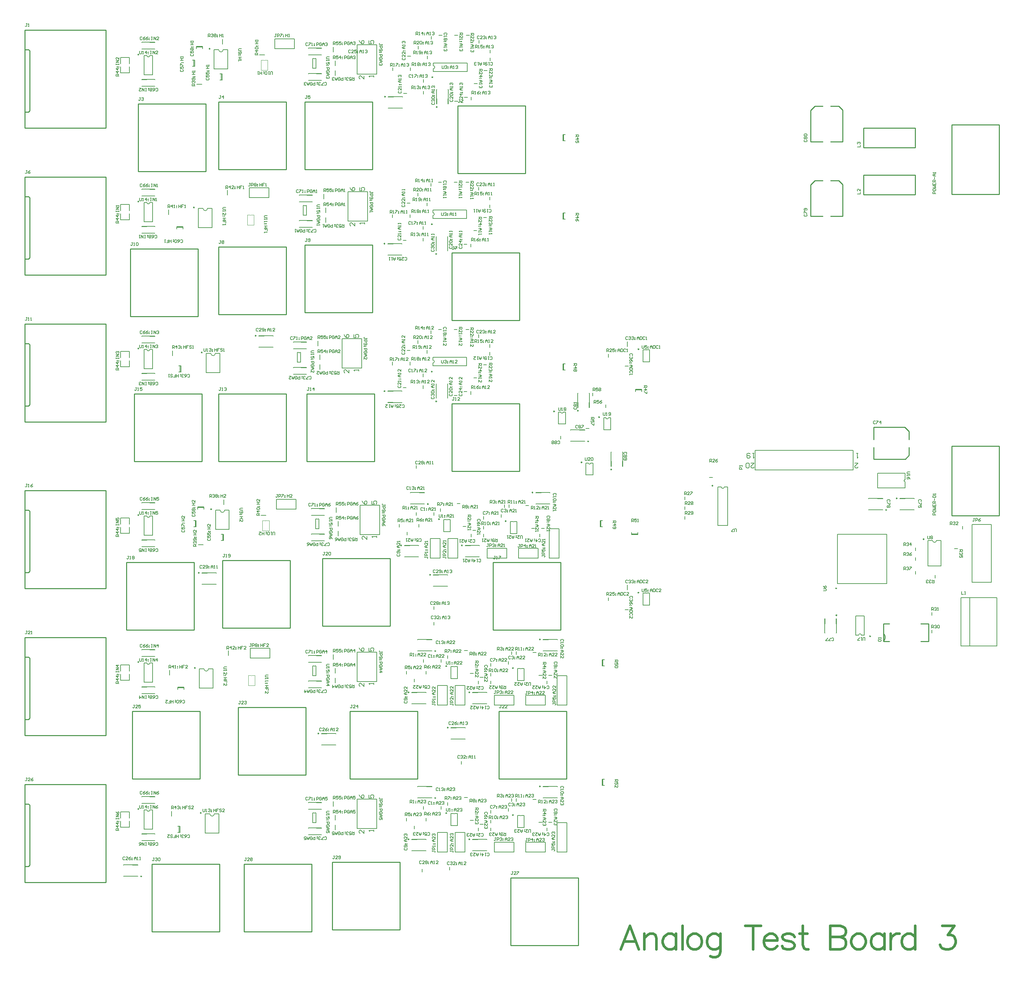
<source format=gto>
%FSLAX24Y24*%
%MOIN*%
G70*
G01*
G75*
G04 Layer_Color=65535*
%ADD10R,0.0591X0.0906*%
%ADD11R,0.0787X0.0866*%
%ADD12R,0.0866X0.0787*%
%ADD13R,0.0394X0.0433*%
%ADD14R,0.0433X0.0394*%
%ADD15R,0.0236X0.0866*%
%ADD16O,0.0480X0.0169*%
%ADD17R,0.0480X0.0169*%
%ADD18R,0.0787X0.0472*%
%ADD19R,0.0512X0.0591*%
%ADD20R,0.0866X0.0236*%
%ADD21R,0.0866X0.0236*%
%ADD22R,0.0591X0.0512*%
%ADD23R,0.0630X0.0709*%
%ADD24R,0.0610X0.0236*%
%ADD25R,0.0409X0.0150*%
%ADD26O,0.0409X0.0150*%
%ADD27R,0.0709X0.0630*%
%ADD28R,0.0630X0.0118*%
%ADD29R,0.0630X0.0118*%
%ADD30R,0.1417X0.0315*%
%ADD31R,0.1240X0.1360*%
%ADD32R,0.0315X0.1417*%
%ADD33R,0.0610X0.0157*%
%ADD34R,0.0591X0.0138*%
%ADD35R,0.0571X0.0118*%
%ADD36R,0.0118X0.0630*%
%ADD37R,0.0807X0.0236*%
%ADD38R,0.0150X0.0600*%
%ADD39R,0.1010X0.0620*%
%ADD40R,0.2560X0.0360*%
%ADD41R,0.0775X0.0620*%
%ADD42C,0.0160*%
%ADD43C,0.0100*%
%ADD44C,0.0200*%
%ADD45C,0.0500*%
%ADD46C,0.0591*%
%ADD47R,0.0591X0.0591*%
%ADD48C,0.0866*%
%ADD49C,0.1575*%
%ADD50C,0.0700*%
%ADD51C,0.0750*%
%ADD52C,0.0500*%
%ADD53C,0.0200*%
%ADD54C,0.0350*%
%ADD55C,0.0250*%
%ADD56C,0.0098*%
%ADD57C,0.0070*%
%ADD58C,0.0079*%
%ADD59C,0.0039*%
%ADD60C,0.0080*%
%ADD61C,0.0280*%
D43*
X108200Y65600D02*
G03*
X108200Y66400I-400J400D01*
G01*
X112000Y65600D02*
X112800D01*
Y67400D01*
X112000D02*
X112800D01*
X108200D02*
X108800D01*
X108200Y65600D02*
Y67400D01*
Y65600D02*
X108800D01*
X115148Y78430D02*
X119991D01*
Y85517D01*
X115148D02*
X119991D01*
X115148Y78430D02*
Y85517D01*
X107189Y86194D02*
Y87454D01*
X110378D01*
X110811Y87020D01*
Y86194D02*
Y87020D01*
Y84580D02*
Y85406D01*
X110417Y84186D02*
X110811Y84580D01*
X107189Y84186D02*
X110417D01*
X107189D02*
Y85406D01*
X111430Y112200D02*
Y113200D01*
X106170D02*
X111430D01*
X106170Y111200D02*
Y113200D01*
Y111200D02*
X111430D01*
Y112200D01*
X100746Y108989D02*
X102006D01*
X100746D02*
Y112178D01*
X101180Y112611D01*
X102006D01*
X102794D02*
X103620D01*
X104014Y112217D01*
Y108989D02*
Y112217D01*
X102794Y108989D02*
X104014D01*
X115148Y111230D02*
X119991D01*
Y118317D01*
X115148D02*
X119991D01*
X115148Y111230D02*
Y118317D01*
X100746Y116589D02*
X102006D01*
X100746D02*
Y119778D01*
X101180Y120211D01*
X102006D01*
X102794D02*
X103620D01*
X104014Y119817D01*
Y116589D02*
Y119817D01*
X102794Y116589D02*
X104014D01*
X111430Y117000D02*
Y118000D01*
X106170D02*
X111430D01*
X106170Y116000D02*
Y118000D01*
Y116000D02*
X111430D01*
Y117000D01*
X71650Y113350D02*
Y120250D01*
X64750Y113350D02*
X71650D01*
X64750D02*
Y120250D01*
X71650D01*
X20600Y126000D02*
X20975D01*
X21100Y125875D01*
Y119750D02*
Y125875D01*
X20975Y119625D02*
X21100Y119750D01*
X20600Y119625D02*
X20975D01*
X20600Y128000D02*
X28850D01*
Y118000D02*
Y128000D01*
X20600Y118000D02*
X28850D01*
X20600D02*
Y128000D01*
X56050Y113750D02*
Y120650D01*
X49150Y113750D02*
X56050D01*
X49150D02*
Y120650D01*
X56050D01*
X47250Y113750D02*
Y120650D01*
X40350Y113750D02*
X47250D01*
X40350D02*
Y120650D01*
X47250D01*
X39050Y113550D02*
Y120450D01*
X32150Y113550D02*
X39050D01*
X32150D02*
Y120450D01*
X39050D01*
X71050Y98350D02*
Y105250D01*
X64150Y98350D02*
X71050D01*
X64150D02*
Y105250D01*
X71050D01*
X20600Y111000D02*
X20975D01*
X21100Y110875D01*
Y104750D02*
Y110875D01*
X20975Y104625D02*
X21100Y104750D01*
X20600Y104625D02*
X20975D01*
X20600Y113000D02*
X28850D01*
Y103000D02*
Y113000D01*
X20600Y103000D02*
X28850D01*
X20600D02*
Y113000D01*
X56050Y99150D02*
Y106050D01*
X49150Y99150D02*
X56050D01*
X49150D02*
Y106050D01*
X56050D01*
X47250Y98950D02*
Y105850D01*
X40350Y98950D02*
X47250D01*
X40350D02*
Y105850D01*
X47250D01*
X38250Y98750D02*
Y105650D01*
X31350Y98750D02*
X38250D01*
X31350D02*
Y105650D01*
X38250D01*
X20600Y96000D02*
X20975D01*
X21100Y95875D01*
Y89750D02*
Y95875D01*
X20975Y89625D02*
X21100Y89750D01*
X20600Y89625D02*
X20975D01*
X20600Y98000D02*
X28850D01*
Y88000D02*
Y98000D01*
X20600Y88000D02*
X28850D01*
X20600D02*
Y98000D01*
X56250Y83950D02*
Y90850D01*
X49350Y83950D02*
X56250D01*
X49350D02*
Y90850D01*
X56250D01*
X47250Y83950D02*
Y90850D01*
X40350Y83950D02*
X47250D01*
X40350D02*
Y90850D01*
X47250D01*
X38650Y83950D02*
Y90850D01*
X31750Y83950D02*
X38650D01*
X31750D02*
Y90850D01*
X38650D01*
X75250Y66750D02*
Y73650D01*
X68350Y66750D02*
X75250D01*
X68350D02*
Y73650D01*
X75250D01*
X20600Y79000D02*
X20975D01*
X21100Y78875D01*
Y72750D02*
Y78875D01*
X20975Y72625D02*
X21100Y72750D01*
X20600Y72625D02*
X20975D01*
X20600Y81000D02*
X28850D01*
Y71000D02*
Y81000D01*
X20600Y71000D02*
X28850D01*
X20600D02*
Y81000D01*
X57850Y67150D02*
Y74050D01*
X50950Y67150D02*
X57850D01*
X50950D02*
Y74050D01*
X57850D01*
X47650Y66950D02*
Y73850D01*
X40750Y66950D02*
X47650D01*
X40750D02*
Y73850D01*
X47650D01*
X37850Y66750D02*
Y73650D01*
X30950Y66750D02*
X37850D01*
X30950D02*
Y73650D01*
X37850D01*
X75850Y51550D02*
Y58450D01*
X68950Y51550D02*
X75850D01*
X68950D02*
Y58450D01*
X75850D01*
X20600Y64000D02*
X20975D01*
X21100Y63875D01*
Y57750D02*
Y63875D01*
X20975Y57625D02*
X21100Y57750D01*
X20600Y57625D02*
X20975D01*
X20600Y66000D02*
X28850D01*
Y56000D02*
Y66000D01*
X20600Y56000D02*
X28850D01*
X20600D02*
Y66000D01*
X60650Y51550D02*
Y58450D01*
X53750Y51550D02*
X60650D01*
X53750D02*
Y58450D01*
X60650D01*
X49250Y51950D02*
Y58850D01*
X42350Y51950D02*
X49250D01*
X42350D02*
Y58850D01*
X49250D01*
X38450Y51550D02*
Y58450D01*
X31550Y51550D02*
X38450D01*
X31550D02*
Y58450D01*
X38450D01*
X77050Y34550D02*
Y41450D01*
X70150Y34550D02*
X77050D01*
X70150D02*
Y41450D01*
X77050D01*
X20600Y49000D02*
X20975D01*
X21100Y48875D01*
Y42750D02*
Y48875D01*
X20975Y42625D02*
X21100Y42750D01*
X20600Y42625D02*
X20975D01*
X20600Y51000D02*
X28850D01*
Y41000D02*
Y51000D01*
X20600Y41000D02*
X28850D01*
X20600D02*
Y51000D01*
X58850Y36150D02*
Y43050D01*
X51950Y36150D02*
X58850D01*
X51950D02*
Y43050D01*
X58850D01*
X49850Y35950D02*
Y42850D01*
X42950Y35950D02*
X49850D01*
X42950D02*
Y42850D01*
X49850D01*
X40450Y35950D02*
Y42850D01*
X33550Y35950D02*
X40450D01*
X33550D02*
Y42850D01*
X40450D01*
X64150Y89850D02*
X71050D01*
X64150Y82950D02*
Y89850D01*
Y82950D02*
X71050D01*
Y89850D01*
D56*
X57336Y106191D02*
G03*
X57336Y106191I-49J0D01*
G01*
Y91141D02*
G03*
X57336Y91141I-49J0D01*
G01*
X57386Y121191D02*
G03*
X57386Y121191I-49J0D01*
G01*
X32512Y41609D02*
G03*
X32512Y41609I-49J0D01*
G01*
X50586Y56191D02*
G03*
X50586Y56191I-49J0D01*
G01*
X63786Y56791D02*
G03*
X63786Y56791I-49J0D01*
G01*
X38386Y72591D02*
G03*
X38386Y72591I-49J0D01*
G01*
X44186Y96791D02*
G03*
X44186Y96791I-49J0D01*
G01*
X61986Y72391D02*
G03*
X61986Y72391I-49J0D01*
G01*
X62609Y105137D02*
G03*
X62609Y105137I-49J0D01*
G01*
Y90087D02*
G03*
X62609Y90087I-49J0D01*
G01*
X62659Y120137D02*
G03*
X62659Y120137I-49J0D01*
G01*
X32226Y110485D02*
G03*
X32226Y110485I-49J0D01*
G01*
X38698Y95085D02*
G03*
X38698Y95085I-49J0D01*
G01*
X37898Y109885D02*
G03*
X37898Y109885I-49J0D01*
G01*
X83242Y95419D02*
G03*
X83242Y95419I-49J0D01*
G01*
X62892Y78069D02*
G03*
X62892Y78069I-49J0D01*
G01*
X69692Y77869D02*
G03*
X69692Y77869I-49J0D01*
G01*
X62165Y108176D02*
G03*
X62165Y108176I-49J0D01*
G01*
X109586Y80191D02*
G03*
X109586Y80191I-49J0D01*
G01*
X106873Y66115D02*
G03*
X106873Y66115I-49J0D01*
G01*
X103440Y68263D02*
G03*
X103440Y68263I-49J0D01*
G01*
X108512Y79009D02*
G03*
X108512Y79009I-49J0D01*
G01*
X77059Y89137D02*
G03*
X77059Y89137I-49J0D01*
G01*
X79232Y88479D02*
G03*
X79232Y88479I-49J0D01*
G01*
X78112Y86009D02*
G03*
X78112Y86009I-49J0D01*
G01*
X77432Y83869D02*
G03*
X77432Y83869I-49J0D01*
G01*
X80459Y83137D02*
G03*
X80459Y83137I-49J0D01*
G01*
X112337Y76027D02*
G03*
X112337Y76027I-49J0D01*
G01*
X103411Y71008D02*
G03*
X103411Y71008I-49J0D01*
G01*
X90796Y81485D02*
G03*
X90796Y81485I-49J0D01*
G01*
X32226Y48485D02*
G03*
X32226Y48485I-49J0D01*
G01*
Y78485D02*
G03*
X32226Y78485I-49J0D01*
G01*
Y63485D02*
G03*
X32226Y63485I-49J0D01*
G01*
Y95485D02*
G03*
X32226Y95485I-49J0D01*
G01*
Y125485D02*
G03*
X32226Y125485I-49J0D01*
G01*
X38598Y48085D02*
G03*
X38598Y48085I-49J0D01*
G01*
X37998Y62885D02*
G03*
X37998Y62885I-49J0D01*
G01*
X39648Y79085D02*
G03*
X39648Y79085I-49J0D01*
G01*
X83242Y70569D02*
G03*
X83242Y70569I-49J0D01*
G01*
X62215Y123176D02*
G03*
X62215Y123176I-49J0D01*
G01*
X62165Y93126D02*
G03*
X62165Y93126I-49J0D01*
G01*
X70442Y47869D02*
G03*
X70442Y47869I-49J0D01*
G01*
Y62869D02*
G03*
X70442Y62869I-49J0D01*
G01*
X63642Y48069D02*
G03*
X63642Y48069I-49J0D01*
G01*
Y63069D02*
G03*
X63642Y63069I-49J0D01*
G01*
X65986Y45391D02*
G03*
X65986Y45391I-49J0D01*
G01*
Y60391D02*
G03*
X65986Y60391I-49J0D01*
G01*
X65236Y75391D02*
G03*
X65236Y75391I-49J0D01*
G01*
X73186Y50791D02*
G03*
X73186Y50791I-49J0D01*
G01*
Y65791D02*
G03*
X73186Y65791I-49J0D01*
G01*
X72436Y80791D02*
G03*
X72436Y80791I-49J0D01*
G01*
X59786Y45391D02*
G03*
X59786Y45391I-49J0D01*
G01*
Y60391D02*
G03*
X59786Y60391I-49J0D01*
G01*
X59036Y75391D02*
G03*
X59036Y75391I-49J0D01*
G01*
X62512Y49609D02*
G03*
X62512Y49609I-49J0D01*
G01*
Y64609D02*
G03*
X62512Y64609I-49J0D01*
G01*
X61762Y79609D02*
G03*
X61762Y79609I-49J0D01*
G01*
X39498Y126085D02*
G03*
X39498Y126085I-49J0D01*
G01*
X74632Y89069D02*
G03*
X74632Y89069I-49J0D01*
G01*
D57*
X49113Y110098D02*
G03*
X49241Y110098I64J0D01*
G01*
X50363Y78098D02*
G03*
X50491Y78098I64J0D01*
G01*
X50063Y48098D02*
G03*
X50191Y48098I64J0D01*
G01*
X50063Y63098D02*
G03*
X50191Y63098I64J0D01*
G01*
X50063Y125098D02*
G03*
X50191Y125098I64J0D01*
G01*
X48513Y95098D02*
G03*
X48641Y95098I64J0D01*
G01*
X49339Y109075D02*
Y110098D01*
X49004Y109075D02*
X49339D01*
X49004D02*
Y110098D01*
X49250D02*
X49339D01*
X49004D02*
X49103D01*
X50589Y77075D02*
Y78098D01*
X50254Y77075D02*
X50589D01*
X50254D02*
Y78098D01*
X50500D02*
X50589D01*
X50254D02*
X50353D01*
X50289Y47075D02*
Y48098D01*
X49954Y47075D02*
X50289D01*
X49954D02*
Y48098D01*
X50200D02*
X50289D01*
X49954D02*
X50053D01*
X50289Y62075D02*
Y63098D01*
X49954Y62075D02*
X50289D01*
X49954D02*
Y63098D01*
X50200D02*
X50289D01*
X49954D02*
X50053D01*
X50289Y124075D02*
Y125098D01*
X49954Y124075D02*
X50289D01*
X49954D02*
Y125098D01*
X50200D02*
X50289D01*
X49954D02*
X50053D01*
X48739Y94075D02*
Y95098D01*
X48404Y94075D02*
X48739D01*
X48404D02*
Y95098D01*
X48650D02*
X48739D01*
X48404D02*
X48503D01*
X110400Y81250D02*
Y81850D01*
Y82100D02*
Y82750D01*
Y81850D02*
Y81900D01*
X110300Y81950D02*
X110400Y81900D01*
X110300Y81950D02*
Y82050D01*
X110400Y82100D01*
X107600Y81250D02*
X110400D01*
X107600D02*
Y82750D01*
X110400D01*
X77750Y84350D02*
Y84100D01*
X77800Y84050D01*
X77900D01*
X77950Y84100D01*
Y84350D01*
X78250Y84050D02*
X78050D01*
X78250Y84250D01*
Y84300D01*
X78200Y84350D01*
X78100D01*
X78050Y84300D01*
X78350D02*
X78400Y84350D01*
X78500D01*
X78550Y84300D01*
Y84100D01*
X78500Y84050D01*
X78400D01*
X78350Y84100D01*
Y84300D01*
X79600Y88950D02*
Y88700D01*
X79650Y88650D01*
X79750D01*
X79800Y88700D01*
Y88950D01*
X79900Y88650D02*
X80000D01*
X79950D01*
Y88950D01*
X79900Y88900D01*
X80150Y88700D02*
X80200Y88650D01*
X80300D01*
X80350Y88700D01*
Y88900D01*
X80300Y88950D01*
X80200D01*
X80150Y88900D01*
Y88850D01*
X80200Y88800D01*
X80350D01*
X75050Y89450D02*
Y89200D01*
X75100Y89150D01*
X75200D01*
X75250Y89200D01*
Y89450D01*
X75350Y89150D02*
X75450D01*
X75400D01*
Y89450D01*
X75350Y89400D01*
X75600D02*
X75650Y89450D01*
X75750D01*
X75800Y89400D01*
Y89350D01*
X75750Y89300D01*
X75800Y89250D01*
Y89200D01*
X75750Y89150D01*
X75650D01*
X75600Y89200D01*
Y89250D01*
X75650Y89300D01*
X75600Y89350D01*
Y89400D01*
X75650Y89300D02*
X75750D01*
X106300Y65700D02*
Y65950D01*
X106250Y66000D01*
X106150D01*
X106100Y65950D01*
Y65700D01*
X106000Y66000D02*
X105900D01*
X105950D01*
Y65700D01*
X106000Y65750D01*
X105750Y65700D02*
X105550D01*
Y65750D01*
X105750Y65950D01*
Y66000D01*
X110900Y82900D02*
X110650D01*
X110600Y82850D01*
Y82750D01*
X110650Y82700D01*
X110900D01*
X110600Y82600D02*
Y82500D01*
Y82550D01*
X110900D01*
X110850Y82600D01*
X110900Y82150D02*
X110850Y82250D01*
X110750Y82350D01*
X110650D01*
X110600Y82300D01*
Y82200D01*
X110650Y82150D01*
X110700D01*
X110750Y82200D01*
Y82350D01*
X51950Y78250D02*
X51700D01*
X51650Y78200D01*
Y78100D01*
X51700Y78050D01*
X51950D01*
X51650Y77950D02*
Y77850D01*
Y77900D01*
X51950D01*
X51900Y77950D01*
X51950Y77500D02*
Y77700D01*
X51800D01*
X51850Y77600D01*
Y77550D01*
X51800Y77500D01*
X51700D01*
X51650Y77550D01*
Y77650D01*
X51700Y77700D01*
X51850Y77400D02*
Y77350D01*
X51800D01*
Y77400D01*
X51850D01*
X51700D02*
Y77350D01*
X51650D01*
Y77400D01*
X51700D01*
X51650Y77150D02*
X51950D01*
Y77000D01*
X51900Y76950D01*
X51800D01*
X51750Y77000D01*
Y77150D01*
X51900Y76651D02*
X51950Y76701D01*
Y76800D01*
X51900Y76850D01*
X51700D01*
X51650Y76800D01*
Y76701D01*
X51700Y76651D01*
X51800D01*
Y76750D01*
X51650Y76551D02*
X51850D01*
X51950Y76451D01*
X51850Y76351D01*
X51650D01*
X51800D01*
Y76551D01*
X51950Y76051D02*
X51900Y76151D01*
X51800Y76251D01*
X51700D01*
X51650Y76201D01*
Y76101D01*
X51700Y76051D01*
X51750D01*
X51800Y76101D01*
Y76251D01*
X51650Y48250D02*
X51400D01*
X51350Y48200D01*
Y48100D01*
X51400Y48050D01*
X51650D01*
X51350Y47950D02*
Y47850D01*
Y47900D01*
X51650D01*
X51600Y47950D01*
X51650Y47500D02*
Y47700D01*
X51500D01*
X51550Y47600D01*
Y47550D01*
X51500Y47500D01*
X51400D01*
X51350Y47550D01*
Y47650D01*
X51400Y47700D01*
X51550Y47400D02*
Y47350D01*
X51500D01*
Y47400D01*
X51550D01*
X51400D02*
Y47350D01*
X51350D01*
Y47400D01*
X51400D01*
X51350Y47150D02*
X51650D01*
Y47000D01*
X51600Y46950D01*
X51500D01*
X51450Y47000D01*
Y47150D01*
X51600Y46651D02*
X51650Y46701D01*
Y46800D01*
X51600Y46850D01*
X51400D01*
X51350Y46800D01*
Y46701D01*
X51400Y46651D01*
X51500D01*
Y46750D01*
X51350Y46551D02*
X51550D01*
X51650Y46451D01*
X51550Y46351D01*
X51350D01*
X51500D01*
Y46551D01*
X51650Y46051D02*
Y46251D01*
X51500D01*
X51550Y46151D01*
Y46101D01*
X51500Y46051D01*
X51400D01*
X51350Y46101D01*
Y46201D01*
X51400Y46251D01*
X51650Y63250D02*
X51400D01*
X51350Y63200D01*
Y63100D01*
X51400Y63050D01*
X51650D01*
X51350Y62950D02*
Y62850D01*
Y62900D01*
X51650D01*
X51600Y62950D01*
X51650Y62500D02*
Y62700D01*
X51500D01*
X51550Y62600D01*
Y62550D01*
X51500Y62500D01*
X51400D01*
X51350Y62550D01*
Y62650D01*
X51400Y62700D01*
X51550Y62400D02*
Y62350D01*
X51500D01*
Y62400D01*
X51550D01*
X51400D02*
Y62350D01*
X51350D01*
Y62400D01*
X51400D01*
X51350Y62150D02*
X51650D01*
Y62000D01*
X51600Y61950D01*
X51500D01*
X51450Y62000D01*
Y62150D01*
X51600Y61651D02*
X51650Y61701D01*
Y61800D01*
X51600Y61850D01*
X51400D01*
X51350Y61800D01*
Y61701D01*
X51400Y61651D01*
X51500D01*
Y61750D01*
X51350Y61551D02*
X51550D01*
X51650Y61451D01*
X51550Y61351D01*
X51350D01*
X51500D01*
Y61551D01*
X51350Y61101D02*
X51650D01*
X51500Y61251D01*
Y61051D01*
X51650Y125250D02*
X51400D01*
X51350Y125200D01*
Y125100D01*
X51400Y125050D01*
X51650D01*
X51350Y124950D02*
Y124850D01*
Y124900D01*
X51650D01*
X51600Y124950D01*
X51650Y124500D02*
Y124700D01*
X51500D01*
X51550Y124600D01*
Y124550D01*
X51500Y124500D01*
X51400D01*
X51350Y124550D01*
Y124650D01*
X51400Y124700D01*
X51550Y124400D02*
Y124350D01*
X51500D01*
Y124400D01*
X51550D01*
X51400D02*
Y124350D01*
X51350D01*
Y124400D01*
X51400D01*
X51350Y124150D02*
X51650D01*
Y124000D01*
X51600Y123950D01*
X51500D01*
X51450Y124000D01*
Y124150D01*
X51600Y123651D02*
X51650Y123701D01*
Y123800D01*
X51600Y123850D01*
X51400D01*
X51350Y123800D01*
Y123701D01*
X51400Y123651D01*
X51500D01*
Y123750D01*
X51350Y123551D02*
X51550D01*
X51650Y123451D01*
X51550Y123351D01*
X51350D01*
X51500D01*
Y123551D01*
X51600Y123251D02*
X51650Y123201D01*
Y123101D01*
X51600Y123051D01*
X51550D01*
X51500Y123101D01*
Y123151D01*
Y123101D01*
X51450Y123051D01*
X51400D01*
X51350Y123101D01*
Y123201D01*
X51400Y123251D01*
X50100Y95250D02*
X49850D01*
X49800Y95200D01*
Y95100D01*
X49850Y95050D01*
X50100D01*
X49800Y94950D02*
Y94850D01*
Y94900D01*
X50100D01*
X50050Y94950D01*
X50100Y94500D02*
Y94700D01*
X49950D01*
X50000Y94600D01*
Y94550D01*
X49950Y94500D01*
X49850D01*
X49800Y94550D01*
Y94650D01*
X49850Y94700D01*
X50000Y94400D02*
Y94350D01*
X49950D01*
Y94400D01*
X50000D01*
X49850D02*
Y94350D01*
X49800D01*
Y94400D01*
X49850D01*
X49800Y94150D02*
X50100D01*
Y94000D01*
X50050Y93950D01*
X49950D01*
X49900Y94000D01*
Y94150D01*
X50050Y93651D02*
X50100Y93701D01*
Y93800D01*
X50050Y93850D01*
X49850D01*
X49800Y93800D01*
Y93701D01*
X49850Y93651D01*
X49950D01*
Y93750D01*
X49800Y93551D02*
X50000D01*
X50100Y93451D01*
X50000Y93351D01*
X49800D01*
X49950D01*
Y93551D01*
X49800Y93051D02*
Y93251D01*
X50000Y93051D01*
X50050D01*
X50100Y93101D01*
Y93201D01*
X50050Y93251D01*
X50700Y110150D02*
X50450D01*
X50400Y110100D01*
Y110000D01*
X50450Y109950D01*
X50700D01*
X50400Y109850D02*
Y109750D01*
Y109800D01*
X50700D01*
X50650Y109850D01*
X50700Y109400D02*
Y109600D01*
X50550D01*
X50600Y109500D01*
Y109450D01*
X50550Y109400D01*
X50450D01*
X50400Y109450D01*
Y109550D01*
X50450Y109600D01*
X50600Y109300D02*
Y109250D01*
X50550D01*
Y109300D01*
X50600D01*
X50450D02*
Y109250D01*
X50400D01*
Y109300D01*
X50450D01*
X50400Y109050D02*
X50700D01*
Y108900D01*
X50650Y108850D01*
X50550D01*
X50500Y108900D01*
Y109050D01*
X50650Y108551D02*
X50700Y108601D01*
Y108701D01*
X50650Y108750D01*
X50450D01*
X50400Y108701D01*
Y108601D01*
X50450Y108551D01*
X50550D01*
Y108651D01*
X50400Y108451D02*
X50600D01*
X50700Y108351D01*
X50600Y108251D01*
X50400D01*
X50550D01*
Y108451D01*
X50400Y108151D02*
Y108051D01*
Y108101D01*
X50700D01*
X50650Y108151D01*
X32300Y48850D02*
Y48600D01*
X32350Y48550D01*
X32450D01*
X32500Y48600D01*
Y48850D01*
X32600Y48550D02*
X32700D01*
X32650D01*
Y48850D01*
X32600Y48800D01*
X33000Y48550D02*
Y48850D01*
X32850Y48700D01*
X33050D01*
X33150Y48750D02*
X33200D01*
Y48700D01*
X33150D01*
Y48750D01*
Y48600D02*
X33200D01*
Y48550D01*
X33150D01*
Y48600D01*
X33400Y48850D02*
X33500D01*
X33450D01*
Y48550D01*
X33400D01*
X33500D01*
X33650D02*
Y48850D01*
X33849Y48550D01*
Y48850D01*
X34149D02*
X34049Y48800D01*
X33949Y48700D01*
Y48600D01*
X33999Y48550D01*
X34099D01*
X34149Y48600D01*
Y48650D01*
X34099Y48700D01*
X33949D01*
X32300Y78850D02*
Y78600D01*
X32350Y78550D01*
X32450D01*
X32500Y78600D01*
Y78850D01*
X32600Y78550D02*
X32700D01*
X32650D01*
Y78850D01*
X32600Y78800D01*
X33000Y78550D02*
Y78850D01*
X32850Y78700D01*
X33050D01*
X33150Y78750D02*
X33200D01*
Y78700D01*
X33150D01*
Y78750D01*
Y78600D02*
X33200D01*
Y78550D01*
X33150D01*
Y78600D01*
X33400Y78850D02*
X33500D01*
X33450D01*
Y78550D01*
X33400D01*
X33500D01*
X33650D02*
Y78850D01*
X33849Y78550D01*
Y78850D01*
X34149D02*
X33949D01*
Y78700D01*
X34049Y78750D01*
X34099D01*
X34149Y78700D01*
Y78600D01*
X34099Y78550D01*
X33999D01*
X33949Y78600D01*
X32300Y63850D02*
Y63600D01*
X32350Y63550D01*
X32450D01*
X32500Y63600D01*
Y63850D01*
X32600Y63550D02*
X32700D01*
X32650D01*
Y63850D01*
X32600Y63800D01*
X33000Y63550D02*
Y63850D01*
X32850Y63700D01*
X33050D01*
X33150Y63750D02*
X33200D01*
Y63700D01*
X33150D01*
Y63750D01*
Y63600D02*
X33200D01*
Y63550D01*
X33150D01*
Y63600D01*
X33400Y63850D02*
X33500D01*
X33450D01*
Y63550D01*
X33400D01*
X33500D01*
X33650D02*
Y63850D01*
X33849Y63550D01*
Y63850D01*
X34099Y63550D02*
Y63850D01*
X33949Y63700D01*
X34149D01*
X32300Y95850D02*
Y95600D01*
X32350Y95550D01*
X32450D01*
X32500Y95600D01*
Y95850D01*
X32600Y95550D02*
X32700D01*
X32650D01*
Y95850D01*
X32600Y95800D01*
X33000Y95550D02*
Y95850D01*
X32850Y95700D01*
X33050D01*
X33150Y95750D02*
X33200D01*
Y95700D01*
X33150D01*
Y95750D01*
Y95600D02*
X33200D01*
Y95550D01*
X33150D01*
Y95600D01*
X33400Y95850D02*
X33500D01*
X33450D01*
Y95550D01*
X33400D01*
X33500D01*
X33650D02*
Y95850D01*
X33849Y95550D01*
Y95850D01*
X33949Y95800D02*
X33999Y95850D01*
X34099D01*
X34149Y95800D01*
Y95750D01*
X34099Y95700D01*
X34049D01*
X34099D01*
X34149Y95650D01*
Y95600D01*
X34099Y95550D01*
X33999D01*
X33949Y95600D01*
X32300Y125850D02*
Y125600D01*
X32350Y125550D01*
X32450D01*
X32500Y125600D01*
Y125850D01*
X32600Y125550D02*
X32700D01*
X32650D01*
Y125850D01*
X32600Y125800D01*
X33000Y125550D02*
Y125850D01*
X32850Y125700D01*
X33050D01*
X33150Y125750D02*
X33200D01*
Y125700D01*
X33150D01*
Y125750D01*
Y125600D02*
X33200D01*
Y125550D01*
X33150D01*
Y125600D01*
X33400Y125850D02*
X33500D01*
X33450D01*
Y125550D01*
X33400D01*
X33500D01*
X33650D02*
Y125850D01*
X33849Y125550D01*
Y125850D01*
X34149Y125550D02*
X33949D01*
X34149Y125750D01*
Y125800D01*
X34099Y125850D01*
X33999D01*
X33949Y125800D01*
X32300Y110850D02*
Y110600D01*
X32350Y110550D01*
X32450D01*
X32500Y110600D01*
Y110850D01*
X32600Y110550D02*
X32700D01*
X32650D01*
Y110850D01*
X32600Y110800D01*
X33000Y110550D02*
Y110850D01*
X32850Y110700D01*
X33050D01*
X33150Y110750D02*
X33200D01*
Y110700D01*
X33150D01*
Y110750D01*
Y110600D02*
X33200D01*
Y110550D01*
X33150D01*
Y110600D01*
X33400Y110850D02*
X33500D01*
X33450D01*
Y110550D01*
X33400D01*
X33500D01*
X33650D02*
Y110850D01*
X33849Y110550D01*
Y110850D01*
X33949Y110550D02*
X34049D01*
X33999D01*
Y110850D01*
X33949Y110800D01*
X38750Y48500D02*
Y48250D01*
X38800Y48200D01*
X38900D01*
X38950Y48250D01*
Y48500D01*
X39050Y48200D02*
X39150D01*
X39100D01*
Y48500D01*
X39050Y48450D01*
X39300D02*
X39350Y48500D01*
X39450D01*
X39500Y48450D01*
Y48400D01*
X39450Y48350D01*
X39400D01*
X39450D01*
X39500Y48300D01*
Y48250D01*
X39450Y48200D01*
X39350D01*
X39300Y48250D01*
X39600Y48400D02*
X39650D01*
Y48350D01*
X39600D01*
Y48400D01*
Y48250D02*
X39650D01*
Y48200D01*
X39600D01*
Y48250D01*
X39850Y48500D02*
Y48200D01*
Y48350D01*
X40050D01*
Y48500D01*
Y48200D01*
X40349Y48500D02*
X40150D01*
Y48350D01*
X40250D01*
X40150D01*
Y48200D01*
X40649Y48450D02*
X40599Y48500D01*
X40499D01*
X40449Y48450D01*
Y48400D01*
X40499Y48350D01*
X40599D01*
X40649Y48300D01*
Y48250D01*
X40599Y48200D01*
X40499D01*
X40449Y48250D01*
X40949Y48200D02*
X40749D01*
X40949Y48400D01*
Y48450D01*
X40899Y48500D01*
X40799D01*
X40749Y48450D01*
X38850Y95500D02*
Y95250D01*
X38900Y95200D01*
X39000D01*
X39050Y95250D01*
Y95500D01*
X39150Y95200D02*
X39250D01*
X39200D01*
Y95500D01*
X39150Y95450D01*
X39400D02*
X39450Y95500D01*
X39550D01*
X39600Y95450D01*
Y95400D01*
X39550Y95350D01*
X39500D01*
X39550D01*
X39600Y95300D01*
Y95250D01*
X39550Y95200D01*
X39450D01*
X39400Y95250D01*
X39700Y95400D02*
X39750D01*
Y95350D01*
X39700D01*
Y95400D01*
Y95250D02*
X39750D01*
Y95200D01*
X39700D01*
Y95250D01*
X39950Y95500D02*
Y95200D01*
Y95350D01*
X40150D01*
Y95500D01*
Y95200D01*
X40449Y95500D02*
X40250D01*
Y95350D01*
X40350D01*
X40250D01*
Y95200D01*
X40749Y95450D02*
X40699Y95500D01*
X40599D01*
X40549Y95450D01*
Y95400D01*
X40599Y95350D01*
X40699D01*
X40749Y95300D01*
Y95250D01*
X40699Y95200D01*
X40599D01*
X40549Y95250D01*
X40849Y95200D02*
X40949D01*
X40899D01*
Y95500D01*
X40849Y95450D01*
X41195Y62985D02*
X40945D01*
X40895Y62935D01*
Y62835D01*
X40945Y62785D01*
X41195D01*
X40895Y62685D02*
Y62585D01*
Y62635D01*
X41195D01*
X41145Y62685D01*
X40895Y62235D02*
Y62435D01*
X41095Y62235D01*
X41145D01*
X41195Y62285D01*
Y62385D01*
X41145Y62435D01*
X41095Y62135D02*
Y62085D01*
X41045D01*
Y62135D01*
X41095D01*
X40945D02*
Y62085D01*
X40895D01*
Y62135D01*
X40945D01*
X41195Y61885D02*
X40895D01*
X41045D01*
Y61685D01*
X41195D01*
X40895D01*
X41195Y61385D02*
Y61585D01*
X41045D01*
Y61485D01*
Y61585D01*
X40895D01*
Y61086D02*
Y61286D01*
X41095Y61086D01*
X41145D01*
X41195Y61136D01*
Y61236D01*
X41145Y61286D01*
X41095Y109885D02*
X40845D01*
X40795Y109835D01*
Y109735D01*
X40845Y109685D01*
X41095D01*
X40795Y109585D02*
Y109485D01*
Y109535D01*
X41095D01*
X41045Y109585D01*
X40795Y109135D02*
Y109335D01*
X40995Y109135D01*
X41045D01*
X41095Y109185D01*
Y109285D01*
X41045Y109335D01*
X40995Y109035D02*
Y108985D01*
X40945D01*
Y109035D01*
X40995D01*
X40845D02*
Y108985D01*
X40795D01*
Y109035D01*
X40845D01*
X41095Y108785D02*
X40795D01*
X40945D01*
Y108585D01*
X41095D01*
X40795D01*
X41095Y108286D02*
Y108485D01*
X40945D01*
Y108385D01*
Y108485D01*
X40795D01*
Y108186D02*
Y108086D01*
Y108136D01*
X41095D01*
X41045Y108186D01*
X45415Y62145D02*
X45165D01*
X45115Y62095D01*
Y61995D01*
X45165Y61945D01*
X45415D01*
X45115Y61845D02*
Y61745D01*
Y61795D01*
X45415D01*
X45365Y61845D01*
X45115Y61595D02*
Y61495D01*
Y61545D01*
X45415D01*
X45365Y61595D01*
X45315Y61345D02*
Y61295D01*
X45265D01*
Y61345D01*
X45315D01*
X45165D02*
Y61295D01*
X45115D01*
Y61345D01*
X45165D01*
X45415Y61095D02*
X45115D01*
X45265D01*
Y60895D01*
X45415D01*
X45115D01*
X45415Y60595D02*
Y60795D01*
X45265D01*
Y60695D01*
Y60795D01*
X45115D01*
Y60296D02*
Y60496D01*
X45315Y60296D01*
X45365D01*
X45415Y60346D01*
Y60446D01*
X45365Y60496D01*
X45315Y109045D02*
X45065D01*
X45015Y108995D01*
Y108895D01*
X45065Y108845D01*
X45315D01*
X45015Y108745D02*
Y108645D01*
Y108695D01*
X45315D01*
X45265Y108745D01*
X45015Y108495D02*
Y108395D01*
Y108445D01*
X45315D01*
X45265Y108495D01*
X45215Y108245D02*
Y108195D01*
X45165D01*
Y108245D01*
X45215D01*
X45065D02*
Y108195D01*
X45015D01*
Y108245D01*
X45065D01*
X45315Y107995D02*
X45015D01*
X45165D01*
Y107795D01*
X45315D01*
X45015D01*
X45315Y107495D02*
Y107695D01*
X45165D01*
Y107595D01*
Y107695D01*
X45015D01*
Y107396D02*
Y107296D01*
Y107346D01*
X45315D01*
X45265Y107396D01*
X46100Y76450D02*
Y76700D01*
X46050Y76750D01*
X45950D01*
X45900Y76700D01*
Y76450D01*
X45800Y76750D02*
X45700D01*
X45750D01*
Y76450D01*
X45800Y76500D01*
X45550D02*
X45500Y76450D01*
X45400D01*
X45350Y76500D01*
Y76700D01*
X45400Y76750D01*
X45500D01*
X45550Y76700D01*
Y76500D01*
X45250Y76550D02*
X45200D01*
Y76600D01*
X45250D01*
Y76550D01*
Y76700D02*
X45200D01*
Y76750D01*
X45250D01*
Y76700D01*
X45000Y76450D02*
Y76750D01*
Y76600D01*
X44800D01*
Y76450D01*
Y76750D01*
X44500D02*
X44700D01*
X44500Y76550D01*
Y76500D01*
X44550Y76450D01*
X44650D01*
X44700Y76500D01*
X45850Y123450D02*
Y123700D01*
X45800Y123750D01*
X45700D01*
X45650Y123700D01*
Y123450D01*
X45550Y123750D02*
X45450D01*
X45500D01*
Y123450D01*
X45550Y123500D01*
X45300D02*
X45250Y123450D01*
X45150D01*
X45100Y123500D01*
Y123700D01*
X45150Y123750D01*
X45250D01*
X45300Y123700D01*
Y123500D01*
X45000Y123550D02*
X44950D01*
Y123600D01*
X45000D01*
Y123550D01*
Y123700D02*
X44950D01*
Y123750D01*
X45000D01*
Y123700D01*
X44750Y123450D02*
Y123750D01*
Y123600D01*
X44550D01*
Y123450D01*
Y123750D01*
X44450D02*
X44350D01*
X44400D01*
Y123450D01*
X44450Y123500D01*
X42845Y79185D02*
X42595D01*
X42545Y79135D01*
Y79035D01*
X42595Y78985D01*
X42845D01*
X42595Y78885D02*
X42545Y78835D01*
Y78735D01*
X42595Y78685D01*
X42795D01*
X42845Y78735D01*
Y78835D01*
X42795Y78885D01*
X42745D01*
X42695Y78835D01*
Y78685D01*
X42745Y78585D02*
Y78535D01*
X42695D01*
Y78585D01*
X42745D01*
X42595D02*
Y78535D01*
X42545D01*
Y78585D01*
X42595D01*
X42845Y78335D02*
X42545D01*
X42695D01*
Y78135D01*
X42845D01*
X42545D01*
Y77835D02*
Y78035D01*
X42745Y77835D01*
X42795D01*
X42845Y77885D01*
Y77985D01*
X42795Y78035D01*
X42695Y126085D02*
X42445D01*
X42395Y126035D01*
Y125935D01*
X42445Y125885D01*
X42695D01*
X42445Y125785D02*
X42395Y125735D01*
Y125635D01*
X42445Y125585D01*
X42645D01*
X42695Y125635D01*
Y125735D01*
X42645Y125785D01*
X42595D01*
X42545Y125735D01*
Y125585D01*
X42595Y125485D02*
Y125435D01*
X42545D01*
Y125485D01*
X42595D01*
X42445D02*
Y125435D01*
X42395D01*
Y125485D01*
X42445D01*
X42695Y125235D02*
X42395D01*
X42545D01*
Y125035D01*
X42695D01*
X42395D01*
Y124935D02*
Y124835D01*
Y124885D01*
X42695D01*
X42645Y124935D01*
X112700Y76350D02*
Y76100D01*
X112750Y76050D01*
X112850D01*
X112900Y76100D01*
Y76350D01*
X113000Y76300D02*
X113050Y76350D01*
X113150D01*
X113200Y76300D01*
Y76250D01*
X113150Y76200D01*
X113200Y76150D01*
Y76100D01*
X113150Y76050D01*
X113050D01*
X113000Y76100D01*
Y76150D01*
X113050Y76200D01*
X113000Y76250D01*
Y76300D01*
X113050Y76200D02*
X113150D01*
X93195Y76795D02*
Y77045D01*
X93145Y77095D01*
X93045D01*
X92995Y77045D01*
Y76795D01*
X92895D02*
X92695D01*
Y76845D01*
X92895Y77045D01*
Y77095D01*
X102055Y70755D02*
X102305D01*
X102355Y70805D01*
Y70905D01*
X102305Y70955D01*
X102055D01*
Y71255D02*
X102105Y71155D01*
X102205Y71055D01*
X102305D01*
X102355Y71105D01*
Y71205D01*
X102305Y71255D01*
X102255D01*
X102205Y71205D01*
Y71055D01*
X83550Y70950D02*
Y70700D01*
X83600Y70650D01*
X83700D01*
X83750Y70700D01*
Y70950D01*
X84050D02*
X83850D01*
Y70800D01*
X83950Y70850D01*
X84000D01*
X84050Y70800D01*
Y70700D01*
X84000Y70650D01*
X83900D01*
X83850Y70700D01*
X84150Y70850D02*
X84200D01*
Y70800D01*
X84150D01*
Y70850D01*
Y70700D02*
X84200D01*
Y70650D01*
X84150D01*
Y70700D01*
X84400Y70650D02*
Y70850D01*
X84500Y70950D01*
X84600Y70850D01*
Y70650D01*
Y70800D01*
X84400D01*
X84700Y70950D02*
Y70650D01*
X84850D01*
X84900Y70700D01*
Y70900D01*
X84850Y70950D01*
X84700D01*
X85199Y70900D02*
X85149Y70950D01*
X85050D01*
X85000Y70900D01*
Y70700D01*
X85050Y70650D01*
X85149D01*
X85199Y70700D01*
X85499Y70650D02*
X85299D01*
X85499Y70850D01*
Y70900D01*
X85449Y70950D01*
X85349D01*
X85299Y70900D01*
X83550Y95800D02*
Y95550D01*
X83600Y95500D01*
X83700D01*
X83750Y95550D01*
Y95800D01*
X84050D02*
X83850D01*
Y95650D01*
X83950Y95700D01*
X84000D01*
X84050Y95650D01*
Y95550D01*
X84000Y95500D01*
X83900D01*
X83850Y95550D01*
X84150Y95700D02*
X84200D01*
Y95650D01*
X84150D01*
Y95700D01*
Y95550D02*
X84200D01*
Y95500D01*
X84150D01*
Y95550D01*
X84400Y95500D02*
Y95700D01*
X84500Y95800D01*
X84600Y95700D01*
Y95500D01*
Y95650D01*
X84400D01*
X84700Y95800D02*
Y95500D01*
X84850D01*
X84900Y95550D01*
Y95750D01*
X84850Y95800D01*
X84700D01*
X85199Y95750D02*
X85149Y95800D01*
X85050D01*
X85000Y95750D01*
Y95550D01*
X85050Y95500D01*
X85149D01*
X85199Y95550D01*
X85299Y95500D02*
X85399D01*
X85349D01*
Y95800D01*
X85299Y95750D01*
X63150Y124350D02*
Y124100D01*
X63200Y124050D01*
X63300D01*
X63350Y124100D01*
Y124350D01*
X63450Y124300D02*
X63500Y124350D01*
X63600D01*
X63650Y124300D01*
Y124250D01*
X63600Y124200D01*
X63550D01*
X63600D01*
X63650Y124150D01*
Y124100D01*
X63600Y124050D01*
X63500D01*
X63450Y124100D01*
X63750Y124250D02*
X63800D01*
Y124200D01*
X63750D01*
Y124250D01*
Y124100D02*
X63800D01*
Y124050D01*
X63750D01*
Y124100D01*
X64000Y124050D02*
Y124250D01*
X64100Y124350D01*
X64200Y124250D01*
Y124050D01*
Y124200D01*
X64000D01*
X64300Y124050D02*
X64400D01*
X64350D01*
Y124350D01*
X64300Y124300D01*
X64550D02*
X64600Y124350D01*
X64700D01*
X64749Y124300D01*
Y124250D01*
X64700Y124200D01*
X64650D01*
X64700D01*
X64749Y124150D01*
Y124100D01*
X64700Y124050D01*
X64600D01*
X64550Y124100D01*
X63100Y94300D02*
Y94050D01*
X63150Y94000D01*
X63250D01*
X63300Y94050D01*
Y94300D01*
X63400Y94250D02*
X63450Y94300D01*
X63550D01*
X63600Y94250D01*
Y94200D01*
X63550Y94150D01*
X63500D01*
X63550D01*
X63600Y94100D01*
Y94050D01*
X63550Y94000D01*
X63450D01*
X63400Y94050D01*
X63700Y94200D02*
X63750D01*
Y94150D01*
X63700D01*
Y94200D01*
Y94050D02*
X63750D01*
Y94000D01*
X63700D01*
Y94050D01*
X63950Y94000D02*
Y94200D01*
X64050Y94300D01*
X64150Y94200D01*
Y94000D01*
Y94150D01*
X63950D01*
X64250Y94000D02*
X64350D01*
X64300D01*
Y94300D01*
X64250Y94250D01*
X64699Y94000D02*
X64500D01*
X64699Y94200D01*
Y94250D01*
X64650Y94300D01*
X64550D01*
X64500Y94250D01*
X63100Y109350D02*
Y109100D01*
X63150Y109050D01*
X63250D01*
X63300Y109100D01*
Y109350D01*
X63400Y109300D02*
X63450Y109350D01*
X63550D01*
X63600Y109300D01*
Y109250D01*
X63550Y109200D01*
X63500D01*
X63550D01*
X63600Y109150D01*
Y109100D01*
X63550Y109050D01*
X63450D01*
X63400Y109100D01*
X63700Y109250D02*
X63750D01*
Y109200D01*
X63700D01*
Y109250D01*
Y109100D02*
X63750D01*
Y109050D01*
X63700D01*
Y109100D01*
X63950Y109050D02*
Y109250D01*
X64050Y109350D01*
X64150Y109250D01*
Y109050D01*
Y109200D01*
X63950D01*
X64250Y109050D02*
X64350D01*
X64300D01*
Y109350D01*
X64250Y109300D01*
X64500Y109050D02*
X64600D01*
X64550D01*
Y109350D01*
X64500Y109300D01*
X72200Y46100D02*
Y46350D01*
X72150Y46400D01*
X72050D01*
X72000Y46350D01*
Y46100D01*
X71700Y46400D02*
X71900D01*
X71700Y46200D01*
Y46150D01*
X71750Y46100D01*
X71850D01*
X71900Y46150D01*
X71600Y46200D02*
X71550D01*
Y46250D01*
X71600D01*
Y46200D01*
Y46350D02*
X71550D01*
Y46400D01*
X71600D01*
Y46350D01*
X71350Y46400D02*
Y46200D01*
X71250Y46100D01*
X71150Y46200D01*
Y46400D01*
Y46250D01*
X71350D01*
X70850Y46400D02*
X71050D01*
X70850Y46200D01*
Y46150D01*
X70900Y46100D01*
X71000D01*
X71050Y46150D01*
X70750D02*
X70700Y46100D01*
X70601D01*
X70551Y46150D01*
Y46200D01*
X70601Y46250D01*
X70651D01*
X70601D01*
X70551Y46300D01*
Y46350D01*
X70601Y46400D01*
X70700D01*
X70750Y46350D01*
X72200Y61100D02*
Y61350D01*
X72150Y61400D01*
X72050D01*
X72000Y61350D01*
Y61100D01*
X71700Y61400D02*
X71900D01*
X71700Y61200D01*
Y61150D01*
X71750Y61100D01*
X71850D01*
X71900Y61150D01*
X71600Y61200D02*
X71550D01*
Y61250D01*
X71600D01*
Y61200D01*
Y61350D02*
X71550D01*
Y61400D01*
X71600D01*
Y61350D01*
X71350Y61400D02*
Y61200D01*
X71250Y61100D01*
X71150Y61200D01*
Y61400D01*
Y61250D01*
X71350D01*
X70850Y61400D02*
X71050D01*
X70850Y61200D01*
Y61150D01*
X70900Y61100D01*
X71000D01*
X71050Y61150D01*
X70551Y61400D02*
X70750D01*
X70551Y61200D01*
Y61150D01*
X70601Y61100D01*
X70700D01*
X70750Y61150D01*
X71350Y76100D02*
Y76350D01*
X71300Y76400D01*
X71200D01*
X71150Y76350D01*
Y76100D01*
X70850Y76400D02*
X71050D01*
X70850Y76200D01*
Y76150D01*
X70900Y76100D01*
X71000D01*
X71050Y76150D01*
X70750Y76200D02*
X70700D01*
Y76250D01*
X70750D01*
Y76200D01*
Y76350D02*
X70700D01*
Y76400D01*
X70750D01*
Y76350D01*
X70500Y76400D02*
Y76200D01*
X70400Y76100D01*
X70300Y76200D01*
Y76400D01*
Y76250D01*
X70500D01*
X70000Y76400D02*
X70200D01*
X70000Y76200D01*
Y76150D01*
X70050Y76100D01*
X70150D01*
X70200Y76150D01*
X69900Y76400D02*
X69801D01*
X69851D01*
Y76100D01*
X69900Y76150D01*
X63600Y48550D02*
Y48300D01*
X63650Y48250D01*
X63750D01*
X63800Y48300D01*
Y48550D01*
X63900Y48250D02*
X64000D01*
X63950D01*
Y48550D01*
X63900Y48500D01*
X64150Y48450D02*
X64200D01*
Y48400D01*
X64150D01*
Y48450D01*
Y48300D02*
X64200D01*
Y48250D01*
X64150D01*
Y48300D01*
X64400Y48250D02*
Y48450D01*
X64500Y48550D01*
X64600Y48450D01*
Y48250D01*
Y48400D01*
X64400D01*
X64900Y48250D02*
X64700D01*
X64900Y48450D01*
Y48500D01*
X64850Y48550D01*
X64750D01*
X64700Y48500D01*
X65000D02*
X65050Y48550D01*
X65149D01*
X65199Y48500D01*
Y48450D01*
X65149Y48400D01*
X65100D01*
X65149D01*
X65199Y48350D01*
Y48300D01*
X65149Y48250D01*
X65050D01*
X65000Y48300D01*
X63600Y63550D02*
Y63300D01*
X63650Y63250D01*
X63750D01*
X63800Y63300D01*
Y63550D01*
X63900Y63250D02*
X64000D01*
X63950D01*
Y63550D01*
X63900Y63500D01*
X64150Y63450D02*
X64200D01*
Y63400D01*
X64150D01*
Y63450D01*
Y63300D02*
X64200D01*
Y63250D01*
X64150D01*
Y63300D01*
X64400Y63250D02*
Y63450D01*
X64500Y63550D01*
X64600Y63450D01*
Y63250D01*
Y63400D01*
X64400D01*
X64900Y63250D02*
X64700D01*
X64900Y63450D01*
Y63500D01*
X64850Y63550D01*
X64750D01*
X64700Y63500D01*
X65199Y63250D02*
X65000D01*
X65199Y63450D01*
Y63500D01*
X65149Y63550D01*
X65050D01*
X65000Y63500D01*
X62850Y78550D02*
Y78300D01*
X62900Y78250D01*
X63000D01*
X63050Y78300D01*
Y78550D01*
X63150Y78250D02*
X63250D01*
X63200D01*
Y78550D01*
X63150Y78500D01*
X63400Y78450D02*
X63450D01*
Y78400D01*
X63400D01*
Y78450D01*
Y78300D02*
X63450D01*
Y78250D01*
X63400D01*
Y78300D01*
X63650Y78250D02*
Y78450D01*
X63750Y78550D01*
X63850Y78450D01*
Y78250D01*
Y78400D01*
X63650D01*
X64150Y78250D02*
X63950D01*
X64150Y78450D01*
Y78500D01*
X64100Y78550D01*
X64000D01*
X63950Y78500D01*
X64250Y78250D02*
X64350D01*
X64300D01*
Y78550D01*
X64250Y78500D01*
X78550Y91150D02*
Y91450D01*
X78700D01*
X78750Y91400D01*
Y91300D01*
X78700Y91250D01*
X78550D01*
X78650D02*
X78750Y91150D01*
X79050Y91450D02*
X78850D01*
Y91300D01*
X78950Y91350D01*
X79000D01*
X79050Y91300D01*
Y91200D01*
X79000Y91150D01*
X78900D01*
X78850Y91200D01*
X79150Y91400D02*
X79200Y91450D01*
X79300D01*
X79350Y91400D01*
Y91350D01*
X79300Y91300D01*
X79350Y91250D01*
Y91200D01*
X79300Y91150D01*
X79200D01*
X79150Y91200D01*
Y91250D01*
X79200Y91300D01*
X79150Y91350D01*
Y91400D01*
X79200Y91300D02*
X79300D01*
X78350Y88450D02*
X78650D01*
Y88300D01*
X78600Y88250D01*
X78500D01*
X78450Y88300D01*
Y88450D01*
Y88350D02*
X78350Y88250D01*
X78650Y87950D02*
Y88150D01*
X78500D01*
X78550Y88050D01*
Y88000D01*
X78500Y87950D01*
X78400D01*
X78350Y88000D01*
Y88100D01*
X78400Y88150D01*
X78650Y87850D02*
Y87650D01*
X78600D01*
X78400Y87850D01*
X78350D01*
X78650Y89900D02*
Y90200D01*
X78800D01*
X78850Y90150D01*
Y90050D01*
X78800Y90000D01*
X78650D01*
X78750D02*
X78850Y89900D01*
X79150Y90200D02*
X78950D01*
Y90050D01*
X79050Y90100D01*
X79100D01*
X79150Y90050D01*
Y89950D01*
X79100Y89900D01*
X79000D01*
X78950Y89950D01*
X79450Y90200D02*
X79350Y90150D01*
X79250Y90050D01*
Y89950D01*
X79300Y89900D01*
X79400D01*
X79450Y89950D01*
Y90000D01*
X79400Y90050D01*
X79250D01*
X52350Y79500D02*
Y79800D01*
X52500D01*
X52550Y79750D01*
Y79650D01*
X52500Y79600D01*
X52350D01*
X52450D02*
X52550Y79500D01*
X52850Y79800D02*
X52650D01*
Y79650D01*
X52750Y79700D01*
X52800D01*
X52850Y79650D01*
Y79550D01*
X52800Y79500D01*
X52700D01*
X52650Y79550D01*
X53150Y79800D02*
X52950D01*
Y79650D01*
X53050Y79700D01*
X53100D01*
X53150Y79650D01*
Y79550D01*
X53100Y79500D01*
X53000D01*
X52950Y79550D01*
X53250Y79700D02*
X53300D01*
Y79650D01*
X53250D01*
Y79700D01*
Y79550D02*
X53300D01*
Y79500D01*
X53250D01*
Y79550D01*
X53500Y79500D02*
Y79800D01*
X53650D01*
X53700Y79750D01*
Y79650D01*
X53650Y79600D01*
X53500D01*
X53999Y79750D02*
X53949Y79800D01*
X53850D01*
X53800Y79750D01*
Y79550D01*
X53850Y79500D01*
X53949D01*
X53999Y79550D01*
Y79650D01*
X53899D01*
X54099Y79500D02*
Y79700D01*
X54199Y79800D01*
X54299Y79700D01*
Y79500D01*
Y79650D01*
X54099D01*
X54599Y79800D02*
X54499Y79750D01*
X54399Y79650D01*
Y79550D01*
X54449Y79500D01*
X54549D01*
X54599Y79550D01*
Y79600D01*
X54549Y79650D01*
X54399D01*
X52050Y49500D02*
Y49800D01*
X52200D01*
X52250Y49750D01*
Y49650D01*
X52200Y49600D01*
X52050D01*
X52150D02*
X52250Y49500D01*
X52550Y49800D02*
X52350D01*
Y49650D01*
X52450Y49700D01*
X52500D01*
X52550Y49650D01*
Y49550D01*
X52500Y49500D01*
X52400D01*
X52350Y49550D01*
X52850Y49800D02*
X52650D01*
Y49650D01*
X52750Y49700D01*
X52800D01*
X52850Y49650D01*
Y49550D01*
X52800Y49500D01*
X52700D01*
X52650Y49550D01*
X52950Y49700D02*
X53000D01*
Y49650D01*
X52950D01*
Y49700D01*
Y49550D02*
X53000D01*
Y49500D01*
X52950D01*
Y49550D01*
X53200Y49500D02*
Y49800D01*
X53350D01*
X53400Y49750D01*
Y49650D01*
X53350Y49600D01*
X53200D01*
X53699Y49750D02*
X53649Y49800D01*
X53550D01*
X53500Y49750D01*
Y49550D01*
X53550Y49500D01*
X53649D01*
X53699Y49550D01*
Y49650D01*
X53600D01*
X53799Y49500D02*
Y49700D01*
X53899Y49800D01*
X53999Y49700D01*
Y49500D01*
Y49650D01*
X53799D01*
X54299Y49800D02*
X54099D01*
Y49650D01*
X54199Y49700D01*
X54249D01*
X54299Y49650D01*
Y49550D01*
X54249Y49500D01*
X54149D01*
X54099Y49550D01*
X52050Y64500D02*
Y64800D01*
X52200D01*
X52250Y64750D01*
Y64650D01*
X52200Y64600D01*
X52050D01*
X52150D02*
X52250Y64500D01*
X52550Y64800D02*
X52350D01*
Y64650D01*
X52450Y64700D01*
X52500D01*
X52550Y64650D01*
Y64550D01*
X52500Y64500D01*
X52400D01*
X52350Y64550D01*
X52850Y64800D02*
X52650D01*
Y64650D01*
X52750Y64700D01*
X52800D01*
X52850Y64650D01*
Y64550D01*
X52800Y64500D01*
X52700D01*
X52650Y64550D01*
X52950Y64700D02*
X53000D01*
Y64650D01*
X52950D01*
Y64700D01*
Y64550D02*
X53000D01*
Y64500D01*
X52950D01*
Y64550D01*
X53200Y64500D02*
Y64800D01*
X53350D01*
X53400Y64750D01*
Y64650D01*
X53350Y64600D01*
X53200D01*
X53699Y64750D02*
X53649Y64800D01*
X53550D01*
X53500Y64750D01*
Y64550D01*
X53550Y64500D01*
X53649D01*
X53699Y64550D01*
Y64650D01*
X53600D01*
X53799Y64500D02*
Y64700D01*
X53899Y64800D01*
X53999Y64700D01*
Y64500D01*
Y64650D01*
X53799D01*
X54249Y64500D02*
Y64800D01*
X54099Y64650D01*
X54299D01*
X52050Y126500D02*
Y126800D01*
X52200D01*
X52250Y126750D01*
Y126650D01*
X52200Y126600D01*
X52050D01*
X52150D02*
X52250Y126500D01*
X52550Y126800D02*
X52350D01*
Y126650D01*
X52450Y126700D01*
X52500D01*
X52550Y126650D01*
Y126550D01*
X52500Y126500D01*
X52400D01*
X52350Y126550D01*
X52850Y126800D02*
X52650D01*
Y126650D01*
X52750Y126700D01*
X52800D01*
X52850Y126650D01*
Y126550D01*
X52800Y126500D01*
X52700D01*
X52650Y126550D01*
X52950Y126700D02*
X53000D01*
Y126650D01*
X52950D01*
Y126700D01*
Y126550D02*
X53000D01*
Y126500D01*
X52950D01*
Y126550D01*
X53200Y126500D02*
Y126800D01*
X53350D01*
X53400Y126750D01*
Y126650D01*
X53350Y126600D01*
X53200D01*
X53699Y126750D02*
X53649Y126800D01*
X53550D01*
X53500Y126750D01*
Y126550D01*
X53550Y126500D01*
X53649D01*
X53699Y126550D01*
Y126650D01*
X53600D01*
X53799Y126500D02*
Y126700D01*
X53899Y126800D01*
X53999Y126700D01*
Y126500D01*
Y126650D01*
X53799D01*
X54099Y126750D02*
X54149Y126800D01*
X54249D01*
X54299Y126750D01*
Y126700D01*
X54249Y126650D01*
X54199D01*
X54249D01*
X54299Y126600D01*
Y126550D01*
X54249Y126500D01*
X54149D01*
X54099Y126550D01*
X50500Y96500D02*
Y96800D01*
X50650D01*
X50700Y96750D01*
Y96650D01*
X50650Y96600D01*
X50500D01*
X50600D02*
X50700Y96500D01*
X51000Y96800D02*
X50800D01*
Y96650D01*
X50900Y96700D01*
X50950D01*
X51000Y96650D01*
Y96550D01*
X50950Y96500D01*
X50850D01*
X50800Y96550D01*
X51300Y96800D02*
X51100D01*
Y96650D01*
X51200Y96700D01*
X51250D01*
X51300Y96650D01*
Y96550D01*
X51250Y96500D01*
X51150D01*
X51100Y96550D01*
X51400Y96700D02*
X51450D01*
Y96650D01*
X51400D01*
Y96700D01*
Y96550D02*
X51450D01*
Y96500D01*
X51400D01*
Y96550D01*
X51650Y96500D02*
Y96800D01*
X51800D01*
X51850Y96750D01*
Y96650D01*
X51800Y96600D01*
X51650D01*
X52149Y96750D02*
X52099Y96800D01*
X52000D01*
X51950Y96750D01*
Y96550D01*
X52000Y96500D01*
X52099D01*
X52149Y96550D01*
Y96650D01*
X52049D01*
X52249Y96500D02*
Y96700D01*
X52349Y96800D01*
X52449Y96700D01*
Y96500D01*
Y96650D01*
X52249D01*
X52749Y96500D02*
X52549D01*
X52749Y96700D01*
Y96750D01*
X52699Y96800D01*
X52599D01*
X52549Y96750D01*
X51100Y111500D02*
Y111800D01*
X51250D01*
X51300Y111750D01*
Y111650D01*
X51250Y111600D01*
X51100D01*
X51200D02*
X51300Y111500D01*
X51600Y111800D02*
X51400D01*
Y111650D01*
X51500Y111700D01*
X51550D01*
X51600Y111650D01*
Y111550D01*
X51550Y111500D01*
X51450D01*
X51400Y111550D01*
X51900Y111800D02*
X51700D01*
Y111650D01*
X51800Y111700D01*
X51850D01*
X51900Y111650D01*
Y111550D01*
X51850Y111500D01*
X51750D01*
X51700Y111550D01*
X52000Y111700D02*
X52050D01*
Y111650D01*
X52000D01*
Y111700D01*
Y111550D02*
X52050D01*
Y111500D01*
X52000D01*
Y111550D01*
X52250Y111500D02*
Y111800D01*
X52400D01*
X52450Y111750D01*
Y111650D01*
X52400Y111600D01*
X52250D01*
X52749Y111750D02*
X52699Y111800D01*
X52600D01*
X52550Y111750D01*
Y111550D01*
X52600Y111500D01*
X52699D01*
X52749Y111550D01*
Y111650D01*
X52649D01*
X52849Y111500D02*
Y111700D01*
X52949Y111800D01*
X53049Y111700D01*
Y111500D01*
Y111650D01*
X52849D01*
X53149Y111500D02*
X53249D01*
X53199D01*
Y111800D01*
X53149Y111750D01*
X52350Y78050D02*
Y78350D01*
X52500D01*
X52550Y78300D01*
Y78200D01*
X52500Y78150D01*
X52350D01*
X52450D02*
X52550Y78050D01*
X52850Y78350D02*
X52650D01*
Y78200D01*
X52750Y78250D01*
X52800D01*
X52850Y78200D01*
Y78100D01*
X52800Y78050D01*
X52700D01*
X52650Y78100D01*
X53100Y78050D02*
Y78350D01*
X52950Y78200D01*
X53150D01*
X53250Y78250D02*
X53300D01*
Y78200D01*
X53250D01*
Y78250D01*
Y78100D02*
X53300D01*
Y78050D01*
X53250D01*
Y78100D01*
X53500Y78050D02*
Y78350D01*
X53650D01*
X53700Y78300D01*
Y78200D01*
X53650Y78150D01*
X53500D01*
X53999Y78300D02*
X53949Y78350D01*
X53850D01*
X53800Y78300D01*
Y78100D01*
X53850Y78050D01*
X53949D01*
X53999Y78100D01*
Y78200D01*
X53899D01*
X54099Y78050D02*
Y78250D01*
X54199Y78350D01*
X54299Y78250D01*
Y78050D01*
Y78200D01*
X54099D01*
X54599Y78350D02*
X54499Y78300D01*
X54399Y78200D01*
Y78100D01*
X54449Y78050D01*
X54549D01*
X54599Y78100D01*
Y78150D01*
X54549Y78200D01*
X54399D01*
X52050Y48050D02*
Y48350D01*
X52200D01*
X52250Y48300D01*
Y48200D01*
X52200Y48150D01*
X52050D01*
X52150D02*
X52250Y48050D01*
X52550Y48350D02*
X52350D01*
Y48200D01*
X52450Y48250D01*
X52500D01*
X52550Y48200D01*
Y48100D01*
X52500Y48050D01*
X52400D01*
X52350Y48100D01*
X52800Y48050D02*
Y48350D01*
X52650Y48200D01*
X52850D01*
X52950Y48250D02*
X53000D01*
Y48200D01*
X52950D01*
Y48250D01*
Y48100D02*
X53000D01*
Y48050D01*
X52950D01*
Y48100D01*
X53200Y48050D02*
Y48350D01*
X53350D01*
X53400Y48300D01*
Y48200D01*
X53350Y48150D01*
X53200D01*
X53699Y48300D02*
X53649Y48350D01*
X53550D01*
X53500Y48300D01*
Y48100D01*
X53550Y48050D01*
X53649D01*
X53699Y48100D01*
Y48200D01*
X53600D01*
X53799Y48050D02*
Y48250D01*
X53899Y48350D01*
X53999Y48250D01*
Y48050D01*
Y48200D01*
X53799D01*
X54299Y48350D02*
X54099D01*
Y48200D01*
X54199Y48250D01*
X54249D01*
X54299Y48200D01*
Y48100D01*
X54249Y48050D01*
X54149D01*
X54099Y48100D01*
X52050Y63050D02*
Y63350D01*
X52200D01*
X52250Y63300D01*
Y63200D01*
X52200Y63150D01*
X52050D01*
X52150D02*
X52250Y63050D01*
X52550Y63350D02*
X52350D01*
Y63200D01*
X52450Y63250D01*
X52500D01*
X52550Y63200D01*
Y63100D01*
X52500Y63050D01*
X52400D01*
X52350Y63100D01*
X52800Y63050D02*
Y63350D01*
X52650Y63200D01*
X52850D01*
X52950Y63250D02*
X53000D01*
Y63200D01*
X52950D01*
Y63250D01*
Y63100D02*
X53000D01*
Y63050D01*
X52950D01*
Y63100D01*
X53200Y63050D02*
Y63350D01*
X53350D01*
X53400Y63300D01*
Y63200D01*
X53350Y63150D01*
X53200D01*
X53699Y63300D02*
X53649Y63350D01*
X53550D01*
X53500Y63300D01*
Y63100D01*
X53550Y63050D01*
X53649D01*
X53699Y63100D01*
Y63200D01*
X53600D01*
X53799Y63050D02*
Y63250D01*
X53899Y63350D01*
X53999Y63250D01*
Y63050D01*
Y63200D01*
X53799D01*
X54249Y63050D02*
Y63350D01*
X54099Y63200D01*
X54299D01*
X52050Y125050D02*
Y125350D01*
X52200D01*
X52250Y125300D01*
Y125200D01*
X52200Y125150D01*
X52050D01*
X52150D02*
X52250Y125050D01*
X52550Y125350D02*
X52350D01*
Y125200D01*
X52450Y125250D01*
X52500D01*
X52550Y125200D01*
Y125100D01*
X52500Y125050D01*
X52400D01*
X52350Y125100D01*
X52800Y125050D02*
Y125350D01*
X52650Y125200D01*
X52850D01*
X52950Y125250D02*
X53000D01*
Y125200D01*
X52950D01*
Y125250D01*
Y125100D02*
X53000D01*
Y125050D01*
X52950D01*
Y125100D01*
X53200Y125050D02*
Y125350D01*
X53350D01*
X53400Y125300D01*
Y125200D01*
X53350Y125150D01*
X53200D01*
X53699Y125300D02*
X53649Y125350D01*
X53550D01*
X53500Y125300D01*
Y125100D01*
X53550Y125050D01*
X53649D01*
X53699Y125100D01*
Y125200D01*
X53600D01*
X53799Y125050D02*
Y125250D01*
X53899Y125350D01*
X53999Y125250D01*
Y125050D01*
Y125200D01*
X53799D01*
X54099Y125300D02*
X54149Y125350D01*
X54249D01*
X54299Y125300D01*
Y125250D01*
X54249Y125200D01*
X54199D01*
X54249D01*
X54299Y125150D01*
Y125100D01*
X54249Y125050D01*
X54149D01*
X54099Y125100D01*
X50500Y95050D02*
Y95350D01*
X50650D01*
X50700Y95300D01*
Y95200D01*
X50650Y95150D01*
X50500D01*
X50600D02*
X50700Y95050D01*
X51000Y95350D02*
X50800D01*
Y95200D01*
X50900Y95250D01*
X50950D01*
X51000Y95200D01*
Y95100D01*
X50950Y95050D01*
X50850D01*
X50800Y95100D01*
X51250Y95050D02*
Y95350D01*
X51100Y95200D01*
X51300D01*
X51400Y95250D02*
X51450D01*
Y95200D01*
X51400D01*
Y95250D01*
Y95100D02*
X51450D01*
Y95050D01*
X51400D01*
Y95100D01*
X51650Y95050D02*
Y95350D01*
X51800D01*
X51850Y95300D01*
Y95200D01*
X51800Y95150D01*
X51650D01*
X52149Y95300D02*
X52099Y95350D01*
X52000D01*
X51950Y95300D01*
Y95100D01*
X52000Y95050D01*
X52099D01*
X52149Y95100D01*
Y95200D01*
X52049D01*
X52249Y95050D02*
Y95250D01*
X52349Y95350D01*
X52449Y95250D01*
Y95050D01*
Y95200D01*
X52249D01*
X52749Y95050D02*
X52549D01*
X52749Y95250D01*
Y95300D01*
X52699Y95350D01*
X52599D01*
X52549Y95300D01*
X51100Y110050D02*
Y110350D01*
X51250D01*
X51300Y110300D01*
Y110200D01*
X51250Y110150D01*
X51100D01*
X51200D02*
X51300Y110050D01*
X51600Y110350D02*
X51400D01*
Y110200D01*
X51500Y110250D01*
X51550D01*
X51600Y110200D01*
Y110100D01*
X51550Y110050D01*
X51450D01*
X51400Y110100D01*
X51850Y110050D02*
Y110350D01*
X51700Y110200D01*
X51900D01*
X52000Y110250D02*
X52050D01*
Y110200D01*
X52000D01*
Y110250D01*
Y110100D02*
X52050D01*
Y110050D01*
X52000D01*
Y110100D01*
X52250Y110050D02*
Y110350D01*
X52400D01*
X52450Y110300D01*
Y110200D01*
X52400Y110150D01*
X52250D01*
X52749Y110300D02*
X52699Y110350D01*
X52600D01*
X52550Y110300D01*
Y110100D01*
X52600Y110050D01*
X52699D01*
X52749Y110100D01*
Y110200D01*
X52649D01*
X52849Y110050D02*
Y110250D01*
X52949Y110350D01*
X53049Y110250D01*
Y110050D01*
Y110200D01*
X52849D01*
X53149Y110050D02*
X53249D01*
X53199D01*
Y110350D01*
X53149Y110300D01*
X54500Y76150D02*
Y75850D01*
X54350D01*
X54300Y75900D01*
Y76000D01*
X54350Y76050D01*
X54500D01*
X54400D02*
X54300Y76150D01*
X54000Y75850D02*
X54200D01*
Y76000D01*
X54100Y75950D01*
X54050D01*
X54000Y76000D01*
Y76100D01*
X54050Y76150D01*
X54150D01*
X54200Y76100D01*
X53900Y75900D02*
X53850Y75850D01*
X53750D01*
X53700Y75900D01*
Y75950D01*
X53750Y76000D01*
X53800D01*
X53750D01*
X53700Y76050D01*
Y76100D01*
X53750Y76150D01*
X53850D01*
X53900Y76100D01*
X53600Y75950D02*
X53550D01*
Y76000D01*
X53600D01*
Y75950D01*
Y76100D02*
X53550D01*
Y76150D01*
X53600D01*
Y76100D01*
X53350Y76150D02*
Y75850D01*
X53200D01*
X53150Y75900D01*
Y76000D01*
X53200Y76050D01*
X53350D01*
X52851Y75900D02*
X52901Y75850D01*
X53000D01*
X53050Y75900D01*
Y76100D01*
X53000Y76150D01*
X52901D01*
X52851Y76100D01*
Y76000D01*
X52951D01*
X52751Y76150D02*
Y75950D01*
X52651Y75850D01*
X52551Y75950D01*
Y76150D01*
Y76000D01*
X52751D01*
X52251Y75850D02*
X52351Y75900D01*
X52451Y76000D01*
Y76100D01*
X52401Y76150D01*
X52301D01*
X52251Y76100D01*
Y76050D01*
X52301Y76000D01*
X52451D01*
X54200Y46150D02*
Y45850D01*
X54050D01*
X54000Y45900D01*
Y46000D01*
X54050Y46050D01*
X54200D01*
X54100D02*
X54000Y46150D01*
X53700Y45850D02*
X53900D01*
Y46000D01*
X53800Y45950D01*
X53750D01*
X53700Y46000D01*
Y46100D01*
X53750Y46150D01*
X53850D01*
X53900Y46100D01*
X53600Y45900D02*
X53550Y45850D01*
X53450D01*
X53400Y45900D01*
Y45950D01*
X53450Y46000D01*
X53500D01*
X53450D01*
X53400Y46050D01*
Y46100D01*
X53450Y46150D01*
X53550D01*
X53600Y46100D01*
X53300Y45950D02*
X53250D01*
Y46000D01*
X53300D01*
Y45950D01*
Y46100D02*
X53250D01*
Y46150D01*
X53300D01*
Y46100D01*
X53050Y46150D02*
Y45850D01*
X52900D01*
X52850Y45900D01*
Y46000D01*
X52900Y46050D01*
X53050D01*
X52551Y45900D02*
X52601Y45850D01*
X52700D01*
X52750Y45900D01*
Y46100D01*
X52700Y46150D01*
X52601D01*
X52551Y46100D01*
Y46000D01*
X52650D01*
X52451Y46150D02*
Y45950D01*
X52351Y45850D01*
X52251Y45950D01*
Y46150D01*
Y46000D01*
X52451D01*
X51951Y45850D02*
X52151D01*
Y46000D01*
X52051Y45950D01*
X52001D01*
X51951Y46000D01*
Y46100D01*
X52001Y46150D01*
X52101D01*
X52151Y46100D01*
X54200Y61150D02*
Y60850D01*
X54050D01*
X54000Y60900D01*
Y61000D01*
X54050Y61050D01*
X54200D01*
X54100D02*
X54000Y61150D01*
X53700Y60850D02*
X53900D01*
Y61000D01*
X53800Y60950D01*
X53750D01*
X53700Y61000D01*
Y61100D01*
X53750Y61150D01*
X53850D01*
X53900Y61100D01*
X53600Y60900D02*
X53550Y60850D01*
X53450D01*
X53400Y60900D01*
Y60950D01*
X53450Y61000D01*
X53500D01*
X53450D01*
X53400Y61050D01*
Y61100D01*
X53450Y61150D01*
X53550D01*
X53600Y61100D01*
X53300Y60950D02*
X53250D01*
Y61000D01*
X53300D01*
Y60950D01*
Y61100D02*
X53250D01*
Y61150D01*
X53300D01*
Y61100D01*
X53050Y61150D02*
Y60850D01*
X52900D01*
X52850Y60900D01*
Y61000D01*
X52900Y61050D01*
X53050D01*
X52551Y60900D02*
X52601Y60850D01*
X52700D01*
X52750Y60900D01*
Y61100D01*
X52700Y61150D01*
X52601D01*
X52551Y61100D01*
Y61000D01*
X52650D01*
X52451Y61150D02*
Y60950D01*
X52351Y60850D01*
X52251Y60950D01*
Y61150D01*
Y61000D01*
X52451D01*
X52001Y61150D02*
Y60850D01*
X52151Y61000D01*
X51951D01*
X54200Y123150D02*
Y122850D01*
X54050D01*
X54000Y122900D01*
Y123000D01*
X54050Y123050D01*
X54200D01*
X54100D02*
X54000Y123150D01*
X53700Y122850D02*
X53900D01*
Y123000D01*
X53800Y122950D01*
X53750D01*
X53700Y123000D01*
Y123100D01*
X53750Y123150D01*
X53850D01*
X53900Y123100D01*
X53600Y122900D02*
X53550Y122850D01*
X53450D01*
X53400Y122900D01*
Y122950D01*
X53450Y123000D01*
X53500D01*
X53450D01*
X53400Y123050D01*
Y123100D01*
X53450Y123150D01*
X53550D01*
X53600Y123100D01*
X53300Y122950D02*
X53250D01*
Y123000D01*
X53300D01*
Y122950D01*
Y123100D02*
X53250D01*
Y123150D01*
X53300D01*
Y123100D01*
X53050Y123150D02*
Y122850D01*
X52900D01*
X52850Y122900D01*
Y123000D01*
X52900Y123050D01*
X53050D01*
X52551Y122900D02*
X52601Y122850D01*
X52700D01*
X52750Y122900D01*
Y123100D01*
X52700Y123150D01*
X52601D01*
X52551Y123100D01*
Y123000D01*
X52650D01*
X52451Y123150D02*
Y122950D01*
X52351Y122850D01*
X52251Y122950D01*
Y123150D01*
Y123000D01*
X52451D01*
X52151Y122900D02*
X52101Y122850D01*
X52001D01*
X51951Y122900D01*
Y122950D01*
X52001Y123000D01*
X52051D01*
X52001D01*
X51951Y123050D01*
Y123100D01*
X52001Y123150D01*
X52101D01*
X52151Y123100D01*
X52650Y93150D02*
Y92850D01*
X52500D01*
X52450Y92900D01*
Y93000D01*
X52500Y93050D01*
X52650D01*
X52550D02*
X52450Y93150D01*
X52150Y92850D02*
X52350D01*
Y93000D01*
X52250Y92950D01*
X52200D01*
X52150Y93000D01*
Y93100D01*
X52200Y93150D01*
X52300D01*
X52350Y93100D01*
X52050Y92900D02*
X52000Y92850D01*
X51900D01*
X51850Y92900D01*
Y92950D01*
X51900Y93000D01*
X51950D01*
X51900D01*
X51850Y93050D01*
Y93100D01*
X51900Y93150D01*
X52000D01*
X52050Y93100D01*
X51750Y92950D02*
X51700D01*
Y93000D01*
X51750D01*
Y92950D01*
Y93100D02*
X51700D01*
Y93150D01*
X51750D01*
Y93100D01*
X51500Y93150D02*
Y92850D01*
X51350D01*
X51300Y92900D01*
Y93000D01*
X51350Y93050D01*
X51500D01*
X51001Y92900D02*
X51051Y92850D01*
X51150D01*
X51200Y92900D01*
Y93100D01*
X51150Y93150D01*
X51051D01*
X51001Y93100D01*
Y93000D01*
X51101D01*
X50901Y93150D02*
Y92950D01*
X50801Y92850D01*
X50701Y92950D01*
Y93150D01*
Y93000D01*
X50901D01*
X50401Y93150D02*
X50601D01*
X50401Y92950D01*
Y92900D01*
X50451Y92850D01*
X50551D01*
X50601Y92900D01*
X53150Y108150D02*
Y107850D01*
X53000D01*
X52950Y107900D01*
Y108000D01*
X53000Y108050D01*
X53150D01*
X53050D02*
X52950Y108150D01*
X52650Y107850D02*
X52850D01*
Y108000D01*
X52750Y107950D01*
X52700D01*
X52650Y108000D01*
Y108100D01*
X52700Y108150D01*
X52800D01*
X52850Y108100D01*
X52550Y107900D02*
X52500Y107850D01*
X52400D01*
X52350Y107900D01*
Y107950D01*
X52400Y108000D01*
X52450D01*
X52400D01*
X52350Y108050D01*
Y108100D01*
X52400Y108150D01*
X52500D01*
X52550Y108100D01*
X52250Y107950D02*
X52200D01*
Y108000D01*
X52250D01*
Y107950D01*
Y108100D02*
X52200D01*
Y108150D01*
X52250D01*
Y108100D01*
X52000Y108150D02*
Y107850D01*
X51850D01*
X51800Y107900D01*
Y108000D01*
X51850Y108050D01*
X52000D01*
X51501Y107900D02*
X51551Y107850D01*
X51651D01*
X51701Y107900D01*
Y108100D01*
X51651Y108150D01*
X51551D01*
X51501Y108100D01*
Y108000D01*
X51601D01*
X51401Y108150D02*
Y107950D01*
X51301Y107850D01*
X51201Y107950D01*
Y108150D01*
Y108000D01*
X51401D01*
X51101Y108150D02*
X51001D01*
X51051D01*
Y107850D01*
X51101Y107900D01*
X80805Y51495D02*
X81105D01*
Y51345D01*
X81055Y51295D01*
X80955D01*
X80905Y51345D01*
Y51495D01*
Y51395D02*
X80805Y51295D01*
X81105Y50995D02*
Y51195D01*
X80955D01*
X81005Y51095D01*
Y51045D01*
X80955Y50995D01*
X80855D01*
X80805Y51045D01*
Y51145D01*
X80855Y51195D01*
X80805Y50695D02*
Y50895D01*
X81005Y50695D01*
X81055D01*
X81105Y50745D01*
Y50845D01*
X81055Y50895D01*
X82505Y77805D02*
Y78105D01*
X82655D01*
X82705Y78055D01*
Y77955D01*
X82655Y77905D01*
X82505D01*
X82605D02*
X82705Y77805D01*
X83005Y78105D02*
X82805D01*
Y77955D01*
X82905Y78005D01*
X82955D01*
X83005Y77955D01*
Y77855D01*
X82955Y77805D01*
X82855D01*
X82805Y77855D01*
X83105Y77805D02*
X83205D01*
X83155D01*
Y78105D01*
X83105Y78055D01*
X80805Y63695D02*
X81105D01*
Y63545D01*
X81055Y63495D01*
X80955D01*
X80905Y63545D01*
Y63695D01*
Y63595D02*
X80805Y63495D01*
X81105Y63195D02*
Y63395D01*
X80955D01*
X81005Y63295D01*
Y63245D01*
X80955Y63195D01*
X80855D01*
X80805Y63245D01*
Y63345D01*
X80855Y63395D01*
X81055Y63095D02*
X81105Y63045D01*
Y62945D01*
X81055Y62895D01*
X80855D01*
X80805Y62945D01*
Y63045D01*
X80855Y63095D01*
X81055D01*
X80605Y77895D02*
X80905D01*
Y77745D01*
X80855Y77695D01*
X80755D01*
X80705Y77745D01*
Y77895D01*
Y77795D02*
X80605Y77695D01*
Y77445D02*
X80905D01*
X80755Y77595D01*
Y77395D01*
X80655Y77295D02*
X80605Y77245D01*
Y77145D01*
X80655Y77095D01*
X80855D01*
X80905Y77145D01*
Y77245D01*
X80855Y77295D01*
X80805D01*
X80755Y77245D01*
Y77095D01*
X76600Y93950D02*
X76900D01*
Y93800D01*
X76850Y93750D01*
X76750D01*
X76700Y93800D01*
Y93950D01*
Y93850D02*
X76600Y93750D01*
Y93500D02*
X76900D01*
X76750Y93650D01*
Y93450D01*
X76850Y93350D02*
X76900Y93300D01*
Y93200D01*
X76850Y93150D01*
X76800D01*
X76750Y93200D01*
X76700Y93150D01*
X76650D01*
X76600Y93200D01*
Y93300D01*
X76650Y93350D01*
X76700D01*
X76750Y93300D01*
X76800Y93350D01*
X76850D01*
X76750Y93300D02*
Y93200D01*
X83750Y91700D02*
X84050D01*
Y91550D01*
X84000Y91500D01*
X83900D01*
X83850Y91550D01*
Y91700D01*
Y91600D02*
X83750Y91500D01*
Y91250D02*
X84050D01*
X83900Y91400D01*
Y91200D01*
X84050Y91100D02*
Y90900D01*
X84000D01*
X83800Y91100D01*
X83750D01*
X76805Y109295D02*
X77105D01*
Y109145D01*
X77055Y109095D01*
X76955D01*
X76905Y109145D01*
Y109295D01*
Y109195D02*
X76805Y109095D01*
Y108845D02*
X77105D01*
X76955Y108995D01*
Y108795D01*
X77105Y108495D02*
X77055Y108595D01*
X76955Y108695D01*
X76855D01*
X76805Y108645D01*
Y108545D01*
X76855Y108495D01*
X76905D01*
X76955Y108545D01*
Y108695D01*
X76805Y117295D02*
X77105D01*
Y117145D01*
X77055Y117095D01*
X76955D01*
X76905Y117145D01*
Y117295D01*
Y117195D02*
X76805Y117095D01*
Y116845D02*
X77105D01*
X76955Y116995D01*
Y116795D01*
X77105Y116495D02*
Y116695D01*
X76955D01*
X77005Y116595D01*
Y116545D01*
X76955Y116495D01*
X76855D01*
X76805Y116545D01*
Y116645D01*
X76855Y116695D01*
X30200Y46300D02*
X29900D01*
Y46450D01*
X29950Y46500D01*
X30050D01*
X30100Y46450D01*
Y46300D01*
Y46400D02*
X30200Y46500D01*
Y46750D02*
X29900D01*
X30050Y46600D01*
Y46800D01*
X30200Y47050D02*
X29900D01*
X30050Y46900D01*
Y47100D01*
X30000Y47200D02*
Y47250D01*
X30050D01*
Y47200D01*
X30000D01*
X30150D02*
Y47250D01*
X30200D01*
Y47200D01*
X30150D01*
X29900Y47450D02*
Y47550D01*
Y47500D01*
X30200D01*
Y47450D01*
Y47550D01*
Y47700D02*
X29900D01*
X30200Y47899D01*
X29900D01*
Y48199D02*
X29950Y48099D01*
X30050Y47999D01*
X30150D01*
X30200Y48049D01*
Y48149D01*
X30150Y48199D01*
X30100D01*
X30050Y48149D01*
Y47999D01*
X30200Y76300D02*
X29900D01*
Y76450D01*
X29950Y76500D01*
X30050D01*
X30100Y76450D01*
Y76300D01*
Y76400D02*
X30200Y76500D01*
Y76750D02*
X29900D01*
X30050Y76600D01*
Y76800D01*
X30200Y77050D02*
X29900D01*
X30050Y76900D01*
Y77100D01*
X30000Y77200D02*
Y77250D01*
X30050D01*
Y77200D01*
X30000D01*
X30150D02*
Y77250D01*
X30200D01*
Y77200D01*
X30150D01*
X29900Y77450D02*
Y77550D01*
Y77500D01*
X30200D01*
Y77450D01*
Y77550D01*
Y77700D02*
X29900D01*
X30200Y77899D01*
X29900D01*
Y78199D02*
Y77999D01*
X30050D01*
X30000Y78099D01*
Y78149D01*
X30050Y78199D01*
X30150D01*
X30200Y78149D01*
Y78049D01*
X30150Y77999D01*
X30200Y61300D02*
X29900D01*
Y61450D01*
X29950Y61500D01*
X30050D01*
X30100Y61450D01*
Y61300D01*
Y61400D02*
X30200Y61500D01*
Y61750D02*
X29900D01*
X30050Y61600D01*
Y61800D01*
X30200Y62050D02*
X29900D01*
X30050Y61900D01*
Y62100D01*
X30000Y62200D02*
Y62250D01*
X30050D01*
Y62200D01*
X30000D01*
X30150D02*
Y62250D01*
X30200D01*
Y62200D01*
X30150D01*
X29900Y62450D02*
Y62550D01*
Y62500D01*
X30200D01*
Y62450D01*
Y62550D01*
Y62700D02*
X29900D01*
X30200Y62899D01*
X29900D01*
X30200Y63149D02*
X29900D01*
X30050Y62999D01*
Y63199D01*
X30200Y93300D02*
X29900D01*
Y93450D01*
X29950Y93500D01*
X30050D01*
X30100Y93450D01*
Y93300D01*
Y93400D02*
X30200Y93500D01*
Y93750D02*
X29900D01*
X30050Y93600D01*
Y93800D01*
X30200Y94050D02*
X29900D01*
X30050Y93900D01*
Y94100D01*
X30000Y94200D02*
Y94250D01*
X30050D01*
Y94200D01*
X30000D01*
X30150D02*
Y94250D01*
X30200D01*
Y94200D01*
X30150D01*
X29900Y94450D02*
Y94550D01*
Y94500D01*
X30200D01*
Y94450D01*
Y94550D01*
Y94700D02*
X29900D01*
X30200Y94899D01*
X29900D01*
X29950Y94999D02*
X29900Y95049D01*
Y95149D01*
X29950Y95199D01*
X30000D01*
X30050Y95149D01*
Y95099D01*
Y95149D01*
X30100Y95199D01*
X30150D01*
X30200Y95149D01*
Y95049D01*
X30150Y94999D01*
X30200Y123300D02*
X29900D01*
Y123450D01*
X29950Y123500D01*
X30050D01*
X30100Y123450D01*
Y123300D01*
Y123400D02*
X30200Y123500D01*
Y123750D02*
X29900D01*
X30050Y123600D01*
Y123800D01*
X30200Y124050D02*
X29900D01*
X30050Y123900D01*
Y124100D01*
X30000Y124200D02*
Y124250D01*
X30050D01*
Y124200D01*
X30000D01*
X30150D02*
Y124250D01*
X30200D01*
Y124200D01*
X30150D01*
X29900Y124450D02*
Y124550D01*
Y124500D01*
X30200D01*
Y124450D01*
Y124550D01*
Y124700D02*
X29900D01*
X30200Y124899D01*
X29900D01*
X30200Y125199D02*
Y124999D01*
X30000Y125199D01*
X29950D01*
X29900Y125149D01*
Y125049D01*
X29950Y124999D01*
X30200Y108300D02*
X29900D01*
Y108450D01*
X29950Y108500D01*
X30050D01*
X30100Y108450D01*
Y108300D01*
Y108400D02*
X30200Y108500D01*
Y108750D02*
X29900D01*
X30050Y108600D01*
Y108800D01*
X30200Y109050D02*
X29900D01*
X30050Y108900D01*
Y109100D01*
X30000Y109200D02*
Y109250D01*
X30050D01*
Y109200D01*
X30000D01*
X30150D02*
Y109250D01*
X30200D01*
Y109200D01*
X30150D01*
X29900Y109450D02*
Y109550D01*
Y109500D01*
X30200D01*
Y109450D01*
Y109550D01*
Y109700D02*
X29900D01*
X30200Y109899D01*
X29900D01*
X30200Y109999D02*
Y110099D01*
Y110049D01*
X29900D01*
X29950Y109999D01*
X35550Y48500D02*
Y48800D01*
X35700D01*
X35750Y48750D01*
Y48650D01*
X35700Y48600D01*
X35550D01*
X35650D02*
X35750Y48500D01*
X36000D02*
Y48800D01*
X35850Y48650D01*
X36050D01*
X36150Y48750D02*
X36200Y48800D01*
X36300D01*
X36350Y48750D01*
Y48700D01*
X36300Y48650D01*
X36250D01*
X36300D01*
X36350Y48600D01*
Y48550D01*
X36300Y48500D01*
X36200D01*
X36150Y48550D01*
X36450Y48700D02*
X36500D01*
Y48650D01*
X36450D01*
Y48700D01*
Y48550D02*
X36500D01*
Y48500D01*
X36450D01*
Y48550D01*
X36700Y48800D02*
Y48500D01*
Y48650D01*
X36900D01*
Y48800D01*
Y48500D01*
X37199Y48800D02*
X37000D01*
Y48650D01*
X37099D01*
X37000D01*
Y48500D01*
X37499Y48750D02*
X37449Y48800D01*
X37349D01*
X37299Y48750D01*
Y48700D01*
X37349Y48650D01*
X37449D01*
X37499Y48600D01*
Y48550D01*
X37449Y48500D01*
X37349D01*
X37299Y48550D01*
X37799Y48500D02*
X37599D01*
X37799Y48700D01*
Y48750D01*
X37749Y48800D01*
X37649D01*
X37599Y48750D01*
X35650Y95500D02*
Y95800D01*
X35800D01*
X35850Y95750D01*
Y95650D01*
X35800Y95600D01*
X35650D01*
X35750D02*
X35850Y95500D01*
X36100D02*
Y95800D01*
X35950Y95650D01*
X36150D01*
X36250Y95750D02*
X36300Y95800D01*
X36400D01*
X36450Y95750D01*
Y95700D01*
X36400Y95650D01*
X36350D01*
X36400D01*
X36450Y95600D01*
Y95550D01*
X36400Y95500D01*
X36300D01*
X36250Y95550D01*
X36550Y95700D02*
X36600D01*
Y95650D01*
X36550D01*
Y95700D01*
Y95550D02*
X36600D01*
Y95500D01*
X36550D01*
Y95550D01*
X36800Y95800D02*
Y95500D01*
Y95650D01*
X37000D01*
Y95800D01*
Y95500D01*
X37299Y95800D02*
X37100D01*
Y95650D01*
X37199D01*
X37100D01*
Y95500D01*
X37599Y95750D02*
X37549Y95800D01*
X37449D01*
X37399Y95750D01*
Y95700D01*
X37449Y95650D01*
X37549D01*
X37599Y95600D01*
Y95550D01*
X37549Y95500D01*
X37449D01*
X37399Y95550D01*
X37699Y95500D02*
X37799D01*
X37749D01*
Y95800D01*
X37699Y95750D01*
X41200Y64800D02*
Y65100D01*
X41350D01*
X41400Y65050D01*
Y64950D01*
X41350Y64900D01*
X41200D01*
X41300D02*
X41400Y64800D01*
X41650D02*
Y65100D01*
X41500Y64950D01*
X41700D01*
X42000Y64800D02*
X41800D01*
X42000Y65000D01*
Y65050D01*
X41950Y65100D01*
X41850D01*
X41800Y65050D01*
X42100Y65000D02*
X42150D01*
Y64950D01*
X42100D01*
Y65000D01*
Y64850D02*
X42150D01*
Y64800D01*
X42100D01*
Y64850D01*
X42350Y65100D02*
Y64800D01*
Y64950D01*
X42550D01*
Y65100D01*
Y64800D01*
X42849Y65100D02*
X42650D01*
Y64950D01*
X42750D01*
X42650D01*
Y64800D01*
X43149D02*
X42949D01*
X43149Y65000D01*
Y65050D01*
X43099Y65100D01*
X42999D01*
X42949Y65050D01*
X41100Y111800D02*
Y112100D01*
X41250D01*
X41300Y112050D01*
Y111950D01*
X41250Y111900D01*
X41100D01*
X41200D02*
X41300Y111800D01*
X41550D02*
Y112100D01*
X41400Y111950D01*
X41600D01*
X41900Y111800D02*
X41700D01*
X41900Y112000D01*
Y112050D01*
X41850Y112100D01*
X41750D01*
X41700Y112050D01*
X42000Y112000D02*
X42050D01*
Y111950D01*
X42000D01*
Y112000D01*
Y111850D02*
X42050D01*
Y111800D01*
X42000D01*
Y111850D01*
X42250Y112100D02*
Y111800D01*
Y111950D01*
X42450D01*
Y112100D01*
Y111800D01*
X42749Y112100D02*
X42550D01*
Y111950D01*
X42649D01*
X42550D01*
Y111800D01*
X42849D02*
X42949D01*
X42899D01*
Y112100D01*
X42849Y112050D01*
X35300Y62850D02*
Y63150D01*
X35450D01*
X35500Y63100D01*
Y63000D01*
X35450Y62950D01*
X35300D01*
X35400D02*
X35500Y62850D01*
X35750D02*
Y63150D01*
X35600Y63000D01*
X35800D01*
X35900Y62850D02*
X36000D01*
X35950D01*
Y63150D01*
X35900Y63100D01*
X36150Y63050D02*
X36200D01*
Y63000D01*
X36150D01*
Y63050D01*
Y62900D02*
X36200D01*
Y62850D01*
X36150D01*
Y62900D01*
X36400Y63150D02*
Y62850D01*
Y63000D01*
X36600D01*
Y63150D01*
Y62850D01*
X36899Y63150D02*
X36700D01*
Y63000D01*
X36800D01*
X36700D01*
Y62850D01*
X37199D02*
X36999D01*
X37199Y63050D01*
Y63100D01*
X37149Y63150D01*
X37049D01*
X36999Y63100D01*
X35200Y109850D02*
Y110150D01*
X35350D01*
X35400Y110100D01*
Y110000D01*
X35350Y109950D01*
X35200D01*
X35300D02*
X35400Y109850D01*
X35650D02*
Y110150D01*
X35500Y110000D01*
X35700D01*
X35800Y109850D02*
X35900D01*
X35850D01*
Y110150D01*
X35800Y110100D01*
X36050Y110050D02*
X36100D01*
Y110000D01*
X36050D01*
Y110050D01*
Y109900D02*
X36100D01*
Y109850D01*
X36050D01*
Y109900D01*
X36300Y110150D02*
Y109850D01*
Y110000D01*
X36500D01*
Y110150D01*
Y109850D01*
X36799Y110150D02*
X36600D01*
Y110000D01*
X36700D01*
X36600D01*
Y109850D01*
X36899D02*
X36999D01*
X36949D01*
Y110150D01*
X36899Y110100D01*
X44550Y78450D02*
X44250D01*
Y78600D01*
X44300Y78650D01*
X44400D01*
X44450Y78600D01*
Y78450D01*
Y78550D02*
X44550Y78650D01*
Y78900D02*
X44250D01*
X44400Y78750D01*
Y78950D01*
X44300Y79050D02*
X44250Y79100D01*
Y79200D01*
X44300Y79250D01*
X44500D01*
X44550Y79200D01*
Y79100D01*
X44500Y79050D01*
X44300D01*
X44350Y79350D02*
Y79400D01*
X44400D01*
Y79350D01*
X44350D01*
X44500D02*
Y79400D01*
X44550D01*
Y79350D01*
X44500D01*
X44250Y79600D02*
X44550D01*
X44400D01*
Y79800D01*
X44250D01*
X44550D01*
Y80099D02*
Y79900D01*
X44350Y80099D01*
X44300D01*
X44250Y80049D01*
Y79950D01*
X44300Y79900D01*
X44400Y125450D02*
X44100D01*
Y125600D01*
X44150Y125650D01*
X44250D01*
X44300Y125600D01*
Y125450D01*
Y125550D02*
X44400Y125650D01*
Y125900D02*
X44100D01*
X44250Y125750D01*
Y125950D01*
X44150Y126050D02*
X44100Y126100D01*
Y126200D01*
X44150Y126250D01*
X44350D01*
X44400Y126200D01*
Y126100D01*
X44350Y126050D01*
X44150D01*
X44200Y126350D02*
Y126400D01*
X44250D01*
Y126350D01*
X44200D01*
X44350D02*
Y126400D01*
X44400D01*
Y126350D01*
X44350D01*
X44100Y126600D02*
X44400D01*
X44250D01*
Y126800D01*
X44100D01*
X44400D01*
Y126900D02*
Y127000D01*
Y126950D01*
X44100D01*
X44150Y126900D01*
X38100Y75300D02*
X37800D01*
Y75450D01*
X37850Y75500D01*
X37950D01*
X38000Y75450D01*
Y75300D01*
Y75400D02*
X38100Y75500D01*
X37850Y75600D02*
X37800Y75650D01*
Y75750D01*
X37850Y75800D01*
X37900D01*
X37950Y75750D01*
Y75700D01*
Y75750D01*
X38000Y75800D01*
X38050D01*
X38100Y75750D01*
Y75650D01*
X38050Y75600D01*
Y75900D02*
X38100Y75950D01*
Y76050D01*
X38050Y76100D01*
X37850D01*
X37800Y76050D01*
Y75950D01*
X37850Y75900D01*
X37900D01*
X37950Y75950D01*
Y76100D01*
X37900Y76200D02*
Y76250D01*
X37950D01*
Y76200D01*
X37900D01*
X38050D02*
Y76250D01*
X38100D01*
Y76200D01*
X38050D01*
X37800Y76450D02*
X38100D01*
X37950D01*
Y76650D01*
X37800D01*
X38100D01*
Y76949D02*
Y76750D01*
X37900Y76949D01*
X37850D01*
X37800Y76899D01*
Y76800D01*
X37850Y76750D01*
X37950Y122300D02*
X37650D01*
Y122450D01*
X37700Y122500D01*
X37800D01*
X37850Y122450D01*
Y122300D01*
Y122400D02*
X37950Y122500D01*
X37700Y122600D02*
X37650Y122650D01*
Y122750D01*
X37700Y122800D01*
X37750D01*
X37800Y122750D01*
Y122700D01*
Y122750D01*
X37850Y122800D01*
X37900D01*
X37950Y122750D01*
Y122650D01*
X37900Y122600D01*
Y122900D02*
X37950Y122950D01*
Y123050D01*
X37900Y123100D01*
X37700D01*
X37650Y123050D01*
Y122950D01*
X37700Y122900D01*
X37750D01*
X37800Y122950D01*
Y123100D01*
X37750Y123200D02*
Y123250D01*
X37800D01*
Y123200D01*
X37750D01*
X37900D02*
Y123250D01*
X37950D01*
Y123200D01*
X37900D01*
X37650Y123450D02*
X37950D01*
X37800D01*
Y123650D01*
X37650D01*
X37950D01*
Y123750D02*
Y123849D01*
Y123800D01*
X37650D01*
X37700Y123750D01*
X39450Y80300D02*
Y80600D01*
X39600D01*
X39650Y80550D01*
Y80450D01*
X39600Y80400D01*
X39450D01*
X39550D02*
X39650Y80300D01*
X39750Y80550D02*
X39800Y80600D01*
X39900D01*
X39950Y80550D01*
Y80500D01*
X39900Y80450D01*
X39850D01*
X39900D01*
X39950Y80400D01*
Y80350D01*
X39900Y80300D01*
X39800D01*
X39750Y80350D01*
X40050Y80550D02*
X40100Y80600D01*
X40200D01*
X40250Y80550D01*
Y80500D01*
X40200Y80450D01*
X40250Y80400D01*
Y80350D01*
X40200Y80300D01*
X40100D01*
X40050Y80350D01*
Y80400D01*
X40100Y80450D01*
X40050Y80500D01*
Y80550D01*
X40100Y80450D02*
X40200D01*
X40350Y80500D02*
X40400D01*
Y80450D01*
X40350D01*
Y80500D01*
Y80350D02*
X40400D01*
Y80300D01*
X40350D01*
Y80350D01*
X40600Y80600D02*
Y80300D01*
Y80450D01*
X40800D01*
Y80600D01*
Y80300D01*
X41099D02*
X40900D01*
X41099Y80500D01*
Y80550D01*
X41049Y80600D01*
X40950D01*
X40900Y80550D01*
X39300Y127300D02*
Y127600D01*
X39450D01*
X39500Y127550D01*
Y127450D01*
X39450Y127400D01*
X39300D01*
X39400D02*
X39500Y127300D01*
X39600Y127550D02*
X39650Y127600D01*
X39750D01*
X39800Y127550D01*
Y127500D01*
X39750Y127450D01*
X39700D01*
X39750D01*
X39800Y127400D01*
Y127350D01*
X39750Y127300D01*
X39650D01*
X39600Y127350D01*
X39900Y127550D02*
X39950Y127600D01*
X40050D01*
X40100Y127550D01*
Y127500D01*
X40050Y127450D01*
X40100Y127400D01*
Y127350D01*
X40050Y127300D01*
X39950D01*
X39900Y127350D01*
Y127400D01*
X39950Y127450D01*
X39900Y127500D01*
Y127550D01*
X39950Y127450D02*
X40050D01*
X40200Y127500D02*
X40250D01*
Y127450D01*
X40200D01*
Y127500D01*
Y127350D02*
X40250D01*
Y127300D01*
X40200D01*
Y127350D01*
X40450Y127600D02*
Y127300D01*
Y127450D01*
X40650D01*
Y127600D01*
Y127300D01*
X40750D02*
X40849D01*
X40800D01*
Y127600D01*
X40750Y127550D01*
X110250Y72900D02*
Y73200D01*
X110400D01*
X110450Y73150D01*
Y73050D01*
X110400Y73000D01*
X110250D01*
X110350D02*
X110450Y72900D01*
X110550Y73150D02*
X110600Y73200D01*
X110700D01*
X110750Y73150D01*
Y73100D01*
X110700Y73050D01*
X110650D01*
X110700D01*
X110750Y73000D01*
Y72950D01*
X110700Y72900D01*
X110600D01*
X110550Y72950D01*
X110850Y73200D02*
X111050D01*
Y73150D01*
X110850Y72950D01*
Y72900D01*
X110250Y74350D02*
Y74650D01*
X110400D01*
X110450Y74600D01*
Y74500D01*
X110400Y74450D01*
X110250D01*
X110350D02*
X110450Y74350D01*
X110550Y74600D02*
X110600Y74650D01*
X110700D01*
X110750Y74600D01*
Y74550D01*
X110700Y74500D01*
X110650D01*
X110700D01*
X110750Y74450D01*
Y74400D01*
X110700Y74350D01*
X110600D01*
X110550Y74400D01*
X111050Y74650D02*
X110950Y74600D01*
X110850Y74500D01*
Y74400D01*
X110900Y74350D01*
X111000D01*
X111050Y74400D01*
Y74450D01*
X111000Y74500D01*
X110850D01*
X115950Y74950D02*
X116250D01*
Y74800D01*
X116200Y74750D01*
X116100D01*
X116050Y74800D01*
Y74950D01*
Y74850D02*
X115950Y74750D01*
X116200Y74650D02*
X116250Y74600D01*
Y74500D01*
X116200Y74450D01*
X116150D01*
X116100Y74500D01*
Y74550D01*
Y74500D01*
X116050Y74450D01*
X116000D01*
X115950Y74500D01*
Y74600D01*
X116000Y74650D01*
X116250Y74150D02*
Y74350D01*
X116100D01*
X116150Y74250D01*
Y74200D01*
X116100Y74150D01*
X116000D01*
X115950Y74200D01*
Y74300D01*
X116000Y74350D01*
X110250Y75350D02*
Y75650D01*
X110400D01*
X110450Y75600D01*
Y75500D01*
X110400Y75450D01*
X110250D01*
X110350D02*
X110450Y75350D01*
X110550Y75600D02*
X110600Y75650D01*
X110700D01*
X110750Y75600D01*
Y75550D01*
X110700Y75500D01*
X110650D01*
X110700D01*
X110750Y75450D01*
Y75400D01*
X110700Y75350D01*
X110600D01*
X110550Y75400D01*
X111000Y75350D02*
Y75650D01*
X110850Y75500D01*
X111050D01*
X113350Y71850D02*
Y71550D01*
X113200D01*
X113150Y71600D01*
Y71700D01*
X113200Y71750D01*
X113350D01*
X113250D02*
X113150Y71850D01*
X113050Y71600D02*
X113000Y71550D01*
X112900D01*
X112850Y71600D01*
Y71650D01*
X112900Y71700D01*
X112950D01*
X112900D01*
X112850Y71750D01*
Y71800D01*
X112900Y71850D01*
X113000D01*
X113050Y71800D01*
X112750Y71600D02*
X112700Y71550D01*
X112600D01*
X112550Y71600D01*
Y71650D01*
X112600Y71700D01*
X112650D01*
X112600D01*
X112550Y71750D01*
Y71800D01*
X112600Y71850D01*
X112700D01*
X112750Y71800D01*
X115000Y77500D02*
Y77800D01*
X115150D01*
X115200Y77750D01*
Y77650D01*
X115150Y77600D01*
X115000D01*
X115100D02*
X115200Y77500D01*
X115300Y77750D02*
X115350Y77800D01*
X115450D01*
X115500Y77750D01*
Y77700D01*
X115450Y77650D01*
X115400D01*
X115450D01*
X115500Y77600D01*
Y77550D01*
X115450Y77500D01*
X115350D01*
X115300Y77550D01*
X115800Y77500D02*
X115600D01*
X115800Y77700D01*
Y77750D01*
X115750Y77800D01*
X115650D01*
X115600Y77750D01*
X113100Y68750D02*
Y69050D01*
X113250D01*
X113300Y69000D01*
Y68900D01*
X113250Y68850D01*
X113100D01*
X113200D02*
X113300Y68750D01*
X113400Y69000D02*
X113450Y69050D01*
X113550D01*
X113600Y69000D01*
Y68950D01*
X113550Y68900D01*
X113500D01*
X113550D01*
X113600Y68850D01*
Y68800D01*
X113550Y68750D01*
X113450D01*
X113400Y68800D01*
X113700Y68750D02*
X113800D01*
X113750D01*
Y69050D01*
X113700Y69000D01*
X113100Y66950D02*
Y67250D01*
X113250D01*
X113300Y67200D01*
Y67100D01*
X113250Y67050D01*
X113100D01*
X113200D02*
X113300Y66950D01*
X113400Y67200D02*
X113450Y67250D01*
X113550D01*
X113600Y67200D01*
Y67150D01*
X113550Y67100D01*
X113500D01*
X113550D01*
X113600Y67050D01*
Y67000D01*
X113550Y66950D01*
X113450D01*
X113400Y67000D01*
X113700Y67200D02*
X113750Y67250D01*
X113850D01*
X113900Y67200D01*
Y67000D01*
X113850Y66950D01*
X113750D01*
X113700Y67000D01*
Y67200D01*
X87950Y78550D02*
Y78850D01*
X88100D01*
X88150Y78800D01*
Y78700D01*
X88100Y78650D01*
X87950D01*
X88050D02*
X88150Y78550D01*
X88450D02*
X88250D01*
X88450Y78750D01*
Y78800D01*
X88400Y78850D01*
X88300D01*
X88250Y78800D01*
X88550Y78600D02*
X88600Y78550D01*
X88700D01*
X88750Y78600D01*
Y78800D01*
X88700Y78850D01*
X88600D01*
X88550Y78800D01*
Y78750D01*
X88600Y78700D01*
X88750D01*
X87950Y79550D02*
Y79850D01*
X88100D01*
X88150Y79800D01*
Y79700D01*
X88100Y79650D01*
X87950D01*
X88050D02*
X88150Y79550D01*
X88450D02*
X88250D01*
X88450Y79750D01*
Y79800D01*
X88400Y79850D01*
X88300D01*
X88250Y79800D01*
X88550D02*
X88600Y79850D01*
X88700D01*
X88750Y79800D01*
Y79750D01*
X88700Y79700D01*
X88750Y79650D01*
Y79600D01*
X88700Y79550D01*
X88600D01*
X88550Y79600D01*
Y79650D01*
X88600Y79700D01*
X88550Y79750D01*
Y79800D01*
X88600Y79700D02*
X88700D01*
X87900Y80550D02*
Y80850D01*
X88050D01*
X88100Y80800D01*
Y80700D01*
X88050Y80650D01*
X87900D01*
X88000D02*
X88100Y80550D01*
X88400D02*
X88200D01*
X88400Y80750D01*
Y80800D01*
X88350Y80850D01*
X88250D01*
X88200Y80800D01*
X88500Y80850D02*
X88700D01*
Y80800D01*
X88500Y80600D01*
Y80550D01*
X90465Y83895D02*
Y84195D01*
X90615D01*
X90665Y84145D01*
Y84045D01*
X90615Y83995D01*
X90465D01*
X90565D02*
X90665Y83895D01*
X90965D02*
X90765D01*
X90965Y84095D01*
Y84145D01*
X90915Y84195D01*
X90815D01*
X90765Y84145D01*
X91265Y84195D02*
X91165Y84145D01*
X91065Y84045D01*
Y83945D01*
X91115Y83895D01*
X91215D01*
X91265Y83945D01*
Y83995D01*
X91215Y84045D01*
X91065D01*
X79950Y70300D02*
Y70600D01*
X80100D01*
X80150Y70550D01*
Y70450D01*
X80100Y70400D01*
X79950D01*
X80050D02*
X80150Y70300D01*
X80450D02*
X80250D01*
X80450Y70500D01*
Y70550D01*
X80400Y70600D01*
X80300D01*
X80250Y70550D01*
X80750Y70600D02*
X80550D01*
Y70450D01*
X80650Y70500D01*
X80700D01*
X80750Y70450D01*
Y70350D01*
X80700Y70300D01*
X80600D01*
X80550Y70350D01*
X80850Y70500D02*
X80900D01*
Y70450D01*
X80850D01*
Y70500D01*
Y70350D02*
X80900D01*
Y70300D01*
X80850D01*
Y70350D01*
X81100Y70300D02*
Y70500D01*
X81200Y70600D01*
X81300Y70500D01*
Y70300D01*
Y70450D01*
X81100D01*
X81400Y70600D02*
Y70300D01*
X81549D01*
X81599Y70350D01*
Y70550D01*
X81549Y70600D01*
X81400D01*
X81899Y70550D02*
X81849Y70600D01*
X81749D01*
X81699Y70550D01*
Y70350D01*
X81749Y70300D01*
X81849D01*
X81899Y70350D01*
X82199Y70300D02*
X81999D01*
X82199Y70500D01*
Y70550D01*
X82149Y70600D01*
X82049D01*
X81999Y70550D01*
X79950Y95150D02*
Y95450D01*
X80100D01*
X80150Y95400D01*
Y95300D01*
X80100Y95250D01*
X79950D01*
X80050D02*
X80150Y95150D01*
X80450D02*
X80250D01*
X80450Y95350D01*
Y95400D01*
X80400Y95450D01*
X80300D01*
X80250Y95400D01*
X80750Y95450D02*
X80550D01*
Y95300D01*
X80650Y95350D01*
X80700D01*
X80750Y95300D01*
Y95200D01*
X80700Y95150D01*
X80600D01*
X80550Y95200D01*
X80850Y95350D02*
X80900D01*
Y95300D01*
X80850D01*
Y95350D01*
Y95200D02*
X80900D01*
Y95150D01*
X80850D01*
Y95200D01*
X81100Y95150D02*
Y95350D01*
X81200Y95450D01*
X81300Y95350D01*
Y95150D01*
Y95300D01*
X81100D01*
X81400Y95450D02*
Y95150D01*
X81549D01*
X81599Y95200D01*
Y95400D01*
X81549Y95450D01*
X81400D01*
X81899Y95400D02*
X81849Y95450D01*
X81749D01*
X81699Y95400D01*
Y95200D01*
X81749Y95150D01*
X81849D01*
X81899Y95200D01*
X81999Y95150D02*
X82099D01*
X82049D01*
Y95450D01*
X81999Y95400D01*
X66950Y124000D02*
X67250D01*
Y123850D01*
X67200Y123800D01*
X67100D01*
X67050Y123850D01*
Y124000D01*
Y123900D02*
X66950Y123800D01*
Y123500D02*
Y123700D01*
X67150Y123500D01*
X67200D01*
X67250Y123550D01*
Y123650D01*
X67200Y123700D01*
X66950Y123250D02*
X67250D01*
X67100Y123400D01*
Y123200D01*
X67150Y123100D02*
Y123050D01*
X67100D01*
Y123100D01*
X67150D01*
X67000D02*
Y123050D01*
X66950D01*
Y123100D01*
X67000D01*
X66950Y122850D02*
X67150D01*
X67250Y122750D01*
X67150Y122650D01*
X66950D01*
X67100D01*
Y122850D01*
X66950Y122550D02*
Y122451D01*
Y122500D01*
X67250D01*
X67200Y122550D01*
Y122301D02*
X67250Y122251D01*
Y122151D01*
X67200Y122101D01*
X67150D01*
X67100Y122151D01*
Y122201D01*
Y122151D01*
X67050Y122101D01*
X67000D01*
X66950Y122151D01*
Y122251D01*
X67000Y122301D01*
X66900Y93950D02*
X67200D01*
Y93800D01*
X67150Y93750D01*
X67050D01*
X67000Y93800D01*
Y93950D01*
Y93850D02*
X66900Y93750D01*
Y93450D02*
Y93650D01*
X67100Y93450D01*
X67150D01*
X67200Y93500D01*
Y93600D01*
X67150Y93650D01*
X66900Y93200D02*
X67200D01*
X67050Y93350D01*
Y93150D01*
X67100Y93050D02*
Y93000D01*
X67050D01*
Y93050D01*
X67100D01*
X66950D02*
Y93000D01*
X66900D01*
Y93050D01*
X66950D01*
X66900Y92800D02*
X67100D01*
X67200Y92700D01*
X67100Y92600D01*
X66900D01*
X67050D01*
Y92800D01*
X66900Y92500D02*
Y92401D01*
Y92450D01*
X67200D01*
X67150Y92500D01*
X66900Y92051D02*
Y92251D01*
X67100Y92051D01*
X67150D01*
X67200Y92101D01*
Y92201D01*
X67150Y92251D01*
X66900Y108900D02*
X67200D01*
Y108750D01*
X67150Y108700D01*
X67050D01*
X67000Y108750D01*
Y108900D01*
Y108800D02*
X66900Y108700D01*
Y108400D02*
Y108600D01*
X67100Y108400D01*
X67150D01*
X67200Y108450D01*
Y108550D01*
X67150Y108600D01*
X66900Y108150D02*
X67200D01*
X67050Y108300D01*
Y108100D01*
X67100Y108000D02*
Y107950D01*
X67050D01*
Y108000D01*
X67100D01*
X66950D02*
Y107950D01*
X66900D01*
Y108000D01*
X66950D01*
X66900Y107750D02*
X67100D01*
X67200Y107650D01*
X67100Y107550D01*
X66900D01*
X67050D01*
Y107750D01*
X66900Y107451D02*
Y107351D01*
Y107401D01*
X67200D01*
X67150Y107451D01*
X66900Y107201D02*
Y107101D01*
Y107151D01*
X67200D01*
X67150Y107201D01*
X68000Y124050D02*
X68300D01*
Y123900D01*
X68250Y123850D01*
X68150D01*
X68100Y123900D01*
Y124050D01*
Y123950D02*
X68000Y123850D01*
Y123550D02*
Y123750D01*
X68200Y123550D01*
X68250D01*
X68300Y123600D01*
Y123700D01*
X68250Y123750D01*
Y123450D02*
X68300Y123400D01*
Y123300D01*
X68250Y123250D01*
X68200D01*
X68150Y123300D01*
Y123350D01*
Y123300D01*
X68100Y123250D01*
X68050D01*
X68000Y123300D01*
Y123400D01*
X68050Y123450D01*
X68200Y123150D02*
Y123100D01*
X68150D01*
Y123150D01*
X68200D01*
X68050D02*
Y123100D01*
X68000D01*
Y123150D01*
X68050D01*
X68000Y122900D02*
X68200D01*
X68300Y122800D01*
X68200Y122700D01*
X68000D01*
X68150D01*
Y122900D01*
X68000Y122600D02*
Y122500D01*
Y122550D01*
X68300D01*
X68250Y122600D01*
Y122351D02*
X68300Y122301D01*
Y122201D01*
X68250Y122151D01*
X68200D01*
X68150Y122201D01*
Y122251D01*
Y122201D01*
X68100Y122151D01*
X68050D01*
X68000Y122201D01*
Y122301D01*
X68050Y122351D01*
X67950Y94000D02*
X68250D01*
Y93850D01*
X68200Y93800D01*
X68100D01*
X68050Y93850D01*
Y94000D01*
Y93900D02*
X67950Y93800D01*
Y93500D02*
Y93700D01*
X68150Y93500D01*
X68200D01*
X68250Y93550D01*
Y93650D01*
X68200Y93700D01*
Y93400D02*
X68250Y93350D01*
Y93250D01*
X68200Y93200D01*
X68150D01*
X68100Y93250D01*
Y93300D01*
Y93250D01*
X68050Y93200D01*
X68000D01*
X67950Y93250D01*
Y93350D01*
X68000Y93400D01*
X68150Y93100D02*
Y93050D01*
X68100D01*
Y93100D01*
X68150D01*
X68000D02*
Y93050D01*
X67950D01*
Y93100D01*
X68000D01*
X67950Y92850D02*
X68150D01*
X68250Y92750D01*
X68150Y92650D01*
X67950D01*
X68100D01*
Y92850D01*
X67950Y92550D02*
Y92451D01*
Y92500D01*
X68250D01*
X68200Y92550D01*
X67950Y92101D02*
Y92301D01*
X68150Y92101D01*
X68200D01*
X68250Y92151D01*
Y92251D01*
X68200Y92301D01*
X67950Y108950D02*
X68250D01*
Y108800D01*
X68200Y108750D01*
X68100D01*
X68050Y108800D01*
Y108950D01*
Y108850D02*
X67950Y108750D01*
Y108450D02*
Y108650D01*
X68150Y108450D01*
X68200D01*
X68250Y108500D01*
Y108600D01*
X68200Y108650D01*
Y108350D02*
X68250Y108300D01*
Y108200D01*
X68200Y108150D01*
X68150D01*
X68100Y108200D01*
Y108250D01*
Y108200D01*
X68050Y108150D01*
X68000D01*
X67950Y108200D01*
Y108300D01*
X68000Y108350D01*
X68150Y108050D02*
Y108000D01*
X68100D01*
Y108050D01*
X68150D01*
X68000D02*
Y108000D01*
X67950D01*
Y108050D01*
X68000D01*
X67950Y107800D02*
X68150D01*
X68250Y107700D01*
X68150Y107600D01*
X67950D01*
X68100D01*
Y107800D01*
X67950Y107500D02*
Y107401D01*
Y107451D01*
X68250D01*
X68200Y107500D01*
X67950Y107251D02*
Y107151D01*
Y107201D01*
X68250D01*
X68200Y107251D01*
X66100Y127650D02*
X66400D01*
Y127500D01*
X66350Y127450D01*
X66250D01*
X66200Y127500D01*
Y127650D01*
Y127550D02*
X66100Y127450D01*
Y127150D02*
Y127350D01*
X66300Y127150D01*
X66350D01*
X66400Y127200D01*
Y127300D01*
X66350Y127350D01*
X66100Y126850D02*
Y127050D01*
X66300Y126850D01*
X66350D01*
X66400Y126900D01*
Y127000D01*
X66350Y127050D01*
X66300Y126750D02*
Y126700D01*
X66250D01*
Y126750D01*
X66300D01*
X66150D02*
Y126700D01*
X66100D01*
Y126750D01*
X66150D01*
X66100Y126500D02*
X66300D01*
X66400Y126400D01*
X66300Y126300D01*
X66100D01*
X66250D01*
Y126500D01*
X66100Y126200D02*
Y126101D01*
Y126150D01*
X66400D01*
X66350Y126200D01*
Y125951D02*
X66400Y125901D01*
Y125801D01*
X66350Y125751D01*
X66300D01*
X66250Y125801D01*
Y125851D01*
Y125801D01*
X66200Y125751D01*
X66150D01*
X66100Y125801D01*
Y125901D01*
X66150Y125951D01*
X66050Y97600D02*
X66350D01*
Y97450D01*
X66300Y97400D01*
X66200D01*
X66150Y97450D01*
Y97600D01*
Y97500D02*
X66050Y97400D01*
Y97100D02*
Y97300D01*
X66250Y97100D01*
X66300D01*
X66350Y97150D01*
Y97250D01*
X66300Y97300D01*
X66050Y96800D02*
Y97000D01*
X66250Y96800D01*
X66300D01*
X66350Y96850D01*
Y96950D01*
X66300Y97000D01*
X66250Y96700D02*
Y96650D01*
X66200D01*
Y96700D01*
X66250D01*
X66100D02*
Y96650D01*
X66050D01*
Y96700D01*
X66100D01*
X66050Y96450D02*
X66250D01*
X66350Y96350D01*
X66250Y96250D01*
X66050D01*
X66200D01*
Y96450D01*
X66050Y96150D02*
Y96051D01*
Y96100D01*
X66350D01*
X66300Y96150D01*
X66050Y95701D02*
Y95901D01*
X66250Y95701D01*
X66300D01*
X66350Y95751D01*
Y95851D01*
X66300Y95901D01*
X66050Y112550D02*
X66350D01*
Y112400D01*
X66300Y112350D01*
X66200D01*
X66150Y112400D01*
Y112550D01*
Y112450D02*
X66050Y112350D01*
Y112050D02*
Y112250D01*
X66250Y112050D01*
X66300D01*
X66350Y112100D01*
Y112200D01*
X66300Y112250D01*
X66050Y111750D02*
Y111950D01*
X66250Y111750D01*
X66300D01*
X66350Y111800D01*
Y111900D01*
X66300Y111950D01*
X66250Y111650D02*
Y111600D01*
X66200D01*
Y111650D01*
X66250D01*
X66100D02*
Y111600D01*
X66050D01*
Y111650D01*
X66100D01*
X66050Y111400D02*
X66250D01*
X66350Y111300D01*
X66250Y111200D01*
X66050D01*
X66200D01*
Y111400D01*
X66050Y111101D02*
Y111001D01*
Y111051D01*
X66350D01*
X66300Y111101D01*
X66050Y110851D02*
Y110751D01*
Y110801D01*
X66350D01*
X66300Y110851D01*
X64950Y127700D02*
X65250D01*
Y127550D01*
X65200Y127500D01*
X65100D01*
X65050Y127550D01*
Y127700D01*
Y127600D02*
X64950Y127500D01*
Y127200D02*
Y127400D01*
X65150Y127200D01*
X65200D01*
X65250Y127250D01*
Y127350D01*
X65200Y127400D01*
X64950Y127100D02*
Y127000D01*
Y127050D01*
X65250D01*
X65200Y127100D01*
X65150Y126850D02*
Y126800D01*
X65100D01*
Y126850D01*
X65150D01*
X65000D02*
Y126800D01*
X64950D01*
Y126850D01*
X65000D01*
X64950Y126600D02*
X65150D01*
X65250Y126500D01*
X65150Y126400D01*
X64950D01*
X65100D01*
Y126600D01*
X64950Y126300D02*
Y126200D01*
Y126250D01*
X65250D01*
X65200Y126300D01*
Y126051D02*
X65250Y126001D01*
Y125901D01*
X65200Y125851D01*
X65150D01*
X65100Y125901D01*
Y125951D01*
Y125901D01*
X65050Y125851D01*
X65000D01*
X64950Y125901D01*
Y126001D01*
X65000Y126051D01*
X64900Y97650D02*
X65200D01*
Y97500D01*
X65150Y97450D01*
X65050D01*
X65000Y97500D01*
Y97650D01*
Y97550D02*
X64900Y97450D01*
Y97150D02*
Y97350D01*
X65100Y97150D01*
X65150D01*
X65200Y97200D01*
Y97300D01*
X65150Y97350D01*
X64900Y97050D02*
Y96950D01*
Y97000D01*
X65200D01*
X65150Y97050D01*
X65100Y96800D02*
Y96750D01*
X65050D01*
Y96800D01*
X65100D01*
X64950D02*
Y96750D01*
X64900D01*
Y96800D01*
X64950D01*
X64900Y96550D02*
X65100D01*
X65200Y96450D01*
X65100Y96350D01*
X64900D01*
X65050D01*
Y96550D01*
X64900Y96250D02*
Y96150D01*
Y96200D01*
X65200D01*
X65150Y96250D01*
X64900Y95801D02*
Y96001D01*
X65100Y95801D01*
X65150D01*
X65200Y95851D01*
Y95951D01*
X65150Y96001D01*
X64900Y112600D02*
X65200D01*
Y112450D01*
X65150Y112400D01*
X65050D01*
X65000Y112450D01*
Y112600D01*
Y112500D02*
X64900Y112400D01*
Y112100D02*
Y112300D01*
X65100Y112100D01*
X65150D01*
X65200Y112150D01*
Y112250D01*
X65150Y112300D01*
X64900Y112000D02*
Y111900D01*
Y111950D01*
X65200D01*
X65150Y112000D01*
X65100Y111750D02*
Y111700D01*
X65050D01*
Y111750D01*
X65100D01*
X64950D02*
Y111700D01*
X64900D01*
Y111750D01*
X64950D01*
X64900Y111500D02*
X65100D01*
X65200Y111400D01*
X65100Y111300D01*
X64900D01*
X65050D01*
Y111500D01*
X64900Y111200D02*
Y111101D01*
Y111151D01*
X65200D01*
X65150Y111200D01*
X64900Y110951D02*
Y110851D01*
Y110901D01*
X65200D01*
X65150Y110951D01*
X60300Y126550D02*
Y126850D01*
X60450D01*
X60500Y126800D01*
Y126700D01*
X60450Y126650D01*
X60300D01*
X60400D02*
X60500Y126550D01*
X60800D02*
X60600D01*
X60800Y126750D01*
Y126800D01*
X60750Y126850D01*
X60650D01*
X60600Y126800D01*
X60900D02*
X60950Y126850D01*
X61050D01*
X61100Y126800D01*
Y126600D01*
X61050Y126550D01*
X60950D01*
X60900Y126600D01*
Y126800D01*
X61200Y126750D02*
X61250D01*
Y126700D01*
X61200D01*
Y126750D01*
Y126600D02*
X61250D01*
Y126550D01*
X61200D01*
Y126600D01*
X61450Y126550D02*
Y126750D01*
X61550Y126850D01*
X61650Y126750D01*
Y126550D01*
Y126700D01*
X61450D01*
X61750Y126550D02*
X61849D01*
X61800D01*
Y126850D01*
X61750Y126800D01*
X61999D02*
X62049Y126850D01*
X62149D01*
X62199Y126800D01*
Y126750D01*
X62149Y126700D01*
X62099D01*
X62149D01*
X62199Y126650D01*
Y126600D01*
X62149Y126550D01*
X62049D01*
X61999Y126600D01*
X60250Y96500D02*
Y96800D01*
X60400D01*
X60450Y96750D01*
Y96650D01*
X60400Y96600D01*
X60250D01*
X60350D02*
X60450Y96500D01*
X60750D02*
X60550D01*
X60750Y96700D01*
Y96750D01*
X60700Y96800D01*
X60600D01*
X60550Y96750D01*
X60850D02*
X60900Y96800D01*
X61000D01*
X61050Y96750D01*
Y96550D01*
X61000Y96500D01*
X60900D01*
X60850Y96550D01*
Y96750D01*
X61150Y96700D02*
X61200D01*
Y96650D01*
X61150D01*
Y96700D01*
Y96550D02*
X61200D01*
Y96500D01*
X61150D01*
Y96550D01*
X61400Y96500D02*
Y96700D01*
X61500Y96800D01*
X61600Y96700D01*
Y96500D01*
Y96650D01*
X61400D01*
X61700Y96500D02*
X61800D01*
X61750D01*
Y96800D01*
X61700Y96750D01*
X62149Y96500D02*
X61949D01*
X62149Y96700D01*
Y96750D01*
X62099Y96800D01*
X61999D01*
X61949Y96750D01*
X60250Y111550D02*
Y111850D01*
X60400D01*
X60450Y111800D01*
Y111700D01*
X60400Y111650D01*
X60250D01*
X60350D02*
X60450Y111550D01*
X60750D02*
X60550D01*
X60750Y111750D01*
Y111800D01*
X60700Y111850D01*
X60600D01*
X60550Y111800D01*
X60850D02*
X60900Y111850D01*
X61000D01*
X61050Y111800D01*
Y111600D01*
X61000Y111550D01*
X60900D01*
X60850Y111600D01*
Y111800D01*
X61150Y111750D02*
X61200D01*
Y111700D01*
X61150D01*
Y111750D01*
Y111600D02*
X61200D01*
Y111550D01*
X61150D01*
Y111600D01*
X61400Y111550D02*
Y111750D01*
X61500Y111850D01*
X61600Y111750D01*
Y111550D01*
Y111700D01*
X61400D01*
X61700Y111550D02*
X61800D01*
X61750D01*
Y111850D01*
X61700Y111800D01*
X61949Y111550D02*
X62049D01*
X61999D01*
Y111850D01*
X61949Y111800D01*
X60250Y125550D02*
Y125850D01*
X60400D01*
X60450Y125800D01*
Y125700D01*
X60400Y125650D01*
X60250D01*
X60350D02*
X60450Y125550D01*
X60550D02*
X60650D01*
X60600D01*
Y125850D01*
X60550Y125800D01*
X60800Y125600D02*
X60850Y125550D01*
X60950D01*
X61000Y125600D01*
Y125800D01*
X60950Y125850D01*
X60850D01*
X60800Y125800D01*
Y125750D01*
X60850Y125700D01*
X61000D01*
X61100Y125750D02*
X61150D01*
Y125700D01*
X61100D01*
Y125750D01*
Y125600D02*
X61150D01*
Y125550D01*
X61100D01*
Y125600D01*
X61350Y125550D02*
Y125750D01*
X61450Y125850D01*
X61550Y125750D01*
Y125550D01*
Y125700D01*
X61350D01*
X61650Y125550D02*
X61750D01*
X61700D01*
Y125850D01*
X61650Y125800D01*
X61899D02*
X61949Y125850D01*
X62049D01*
X62099Y125800D01*
Y125750D01*
X62049Y125700D01*
X61999D01*
X62049D01*
X62099Y125650D01*
Y125600D01*
X62049Y125550D01*
X61949D01*
X61899Y125600D01*
X60200Y95500D02*
Y95800D01*
X60350D01*
X60400Y95750D01*
Y95650D01*
X60350Y95600D01*
X60200D01*
X60300D02*
X60400Y95500D01*
X60500D02*
X60600D01*
X60550D01*
Y95800D01*
X60500Y95750D01*
X60750Y95550D02*
X60800Y95500D01*
X60900D01*
X60950Y95550D01*
Y95750D01*
X60900Y95800D01*
X60800D01*
X60750Y95750D01*
Y95700D01*
X60800Y95650D01*
X60950D01*
X61050Y95700D02*
X61100D01*
Y95650D01*
X61050D01*
Y95700D01*
Y95550D02*
X61100D01*
Y95500D01*
X61050D01*
Y95550D01*
X61300Y95500D02*
Y95700D01*
X61400Y95800D01*
X61500Y95700D01*
Y95500D01*
Y95650D01*
X61300D01*
X61600Y95500D02*
X61700D01*
X61650D01*
Y95800D01*
X61600Y95750D01*
X62049Y95500D02*
X61849D01*
X62049Y95700D01*
Y95750D01*
X61999Y95800D01*
X61899D01*
X61849Y95750D01*
X60200Y110550D02*
Y110850D01*
X60350D01*
X60400Y110800D01*
Y110700D01*
X60350Y110650D01*
X60200D01*
X60300D02*
X60400Y110550D01*
X60500D02*
X60600D01*
X60550D01*
Y110850D01*
X60500Y110800D01*
X60750Y110600D02*
X60800Y110550D01*
X60900D01*
X60950Y110600D01*
Y110800D01*
X60900Y110850D01*
X60800D01*
X60750Y110800D01*
Y110750D01*
X60800Y110700D01*
X60950D01*
X61050Y110750D02*
X61100D01*
Y110700D01*
X61050D01*
Y110750D01*
Y110600D02*
X61100D01*
Y110550D01*
X61050D01*
Y110600D01*
X61300Y110550D02*
Y110750D01*
X61400Y110850D01*
X61500Y110750D01*
Y110550D01*
Y110700D01*
X61300D01*
X61600Y110550D02*
X61700D01*
X61650D01*
Y110850D01*
X61600Y110800D01*
X61849Y110550D02*
X61949D01*
X61899D01*
Y110850D01*
X61849Y110800D01*
X60100Y124350D02*
Y124650D01*
X60250D01*
X60300Y124600D01*
Y124500D01*
X60250Y124450D01*
X60100D01*
X60200D02*
X60300Y124350D01*
X60400D02*
X60500D01*
X60450D01*
Y124650D01*
X60400Y124600D01*
X60650D02*
X60700Y124650D01*
X60800D01*
X60850Y124600D01*
Y124550D01*
X60800Y124500D01*
X60850Y124450D01*
Y124400D01*
X60800Y124350D01*
X60700D01*
X60650Y124400D01*
Y124450D01*
X60700Y124500D01*
X60650Y124550D01*
Y124600D01*
X60700Y124500D02*
X60800D01*
X60950Y124550D02*
X61000D01*
Y124500D01*
X60950D01*
Y124550D01*
Y124400D02*
X61000D01*
Y124350D01*
X60950D01*
Y124400D01*
X61200Y124350D02*
Y124550D01*
X61300Y124650D01*
X61400Y124550D01*
Y124350D01*
Y124500D01*
X61200D01*
X61500Y124350D02*
X61600D01*
X61550D01*
Y124650D01*
X61500Y124600D01*
X61749D02*
X61799Y124650D01*
X61899D01*
X61949Y124600D01*
Y124550D01*
X61899Y124500D01*
X61849D01*
X61899D01*
X61949Y124450D01*
Y124400D01*
X61899Y124350D01*
X61799D01*
X61749Y124400D01*
X60050Y94300D02*
Y94600D01*
X60200D01*
X60250Y94550D01*
Y94450D01*
X60200Y94400D01*
X60050D01*
X60150D02*
X60250Y94300D01*
X60350D02*
X60450D01*
X60400D01*
Y94600D01*
X60350Y94550D01*
X60600D02*
X60650Y94600D01*
X60750D01*
X60800Y94550D01*
Y94500D01*
X60750Y94450D01*
X60800Y94400D01*
Y94350D01*
X60750Y94300D01*
X60650D01*
X60600Y94350D01*
Y94400D01*
X60650Y94450D01*
X60600Y94500D01*
Y94550D01*
X60650Y94450D02*
X60750D01*
X60900Y94500D02*
X60950D01*
Y94450D01*
X60900D01*
Y94500D01*
Y94350D02*
X60950D01*
Y94300D01*
X60900D01*
Y94350D01*
X61150Y94300D02*
Y94500D01*
X61250Y94600D01*
X61350Y94500D01*
Y94300D01*
Y94450D01*
X61150D01*
X61450Y94300D02*
X61550D01*
X61500D01*
Y94600D01*
X61450Y94550D01*
X61899Y94300D02*
X61699D01*
X61899Y94500D01*
Y94550D01*
X61849Y94600D01*
X61749D01*
X61699Y94550D01*
X60050Y109350D02*
Y109650D01*
X60200D01*
X60250Y109600D01*
Y109500D01*
X60200Y109450D01*
X60050D01*
X60150D02*
X60250Y109350D01*
X60350D02*
X60450D01*
X60400D01*
Y109650D01*
X60350Y109600D01*
X60600D02*
X60650Y109650D01*
X60750D01*
X60800Y109600D01*
Y109550D01*
X60750Y109500D01*
X60800Y109450D01*
Y109400D01*
X60750Y109350D01*
X60650D01*
X60600Y109400D01*
Y109450D01*
X60650Y109500D01*
X60600Y109550D01*
Y109600D01*
X60650Y109500D02*
X60750D01*
X60900Y109550D02*
X60950D01*
Y109500D01*
X60900D01*
Y109550D01*
Y109400D02*
X60950D01*
Y109350D01*
X60900D01*
Y109400D01*
X61150Y109350D02*
Y109550D01*
X61250Y109650D01*
X61350Y109550D01*
Y109350D01*
Y109500D01*
X61150D01*
X61450Y109350D02*
X61550D01*
X61500D01*
Y109650D01*
X61450Y109600D01*
X61699Y109350D02*
X61799D01*
X61749D01*
Y109650D01*
X61699Y109600D01*
X57900Y124300D02*
Y124600D01*
X58050D01*
X58100Y124550D01*
Y124450D01*
X58050Y124400D01*
X57900D01*
X58000D02*
X58100Y124300D01*
X58200D02*
X58300D01*
X58250D01*
Y124600D01*
X58200Y124550D01*
X58450Y124600D02*
X58650D01*
Y124550D01*
X58450Y124350D01*
Y124300D01*
X58750Y124500D02*
X58800D01*
Y124450D01*
X58750D01*
Y124500D01*
Y124350D02*
X58800D01*
Y124300D01*
X58750D01*
Y124350D01*
X59000Y124300D02*
Y124500D01*
X59100Y124600D01*
X59200Y124500D01*
Y124300D01*
Y124450D01*
X59000D01*
X59300Y124300D02*
X59400D01*
X59350D01*
Y124600D01*
X59300Y124550D01*
X59549D02*
X59599Y124600D01*
X59699D01*
X59749Y124550D01*
Y124500D01*
X59699Y124450D01*
X59649D01*
X59699D01*
X59749Y124400D01*
Y124350D01*
X59699Y124300D01*
X59599D01*
X59549Y124350D01*
X57850Y94250D02*
Y94550D01*
X58000D01*
X58050Y94500D01*
Y94400D01*
X58000Y94350D01*
X57850D01*
X57950D02*
X58050Y94250D01*
X58150D02*
X58250D01*
X58200D01*
Y94550D01*
X58150Y94500D01*
X58400Y94550D02*
X58600D01*
Y94500D01*
X58400Y94300D01*
Y94250D01*
X58700Y94450D02*
X58750D01*
Y94400D01*
X58700D01*
Y94450D01*
Y94300D02*
X58750D01*
Y94250D01*
X58700D01*
Y94300D01*
X58950Y94250D02*
Y94450D01*
X59050Y94550D01*
X59150Y94450D01*
Y94250D01*
Y94400D01*
X58950D01*
X59250Y94250D02*
X59350D01*
X59300D01*
Y94550D01*
X59250Y94500D01*
X59699Y94250D02*
X59499D01*
X59699Y94450D01*
Y94500D01*
X59649Y94550D01*
X59549D01*
X59499Y94500D01*
X57850Y109300D02*
Y109600D01*
X58000D01*
X58050Y109550D01*
Y109450D01*
X58000Y109400D01*
X57850D01*
X57950D02*
X58050Y109300D01*
X58150D02*
X58250D01*
X58200D01*
Y109600D01*
X58150Y109550D01*
X58400Y109600D02*
X58600D01*
Y109550D01*
X58400Y109350D01*
Y109300D01*
X58700Y109500D02*
X58750D01*
Y109450D01*
X58700D01*
Y109500D01*
Y109350D02*
X58750D01*
Y109300D01*
X58700D01*
Y109350D01*
X58950Y109300D02*
Y109500D01*
X59050Y109600D01*
X59150Y109500D01*
Y109300D01*
Y109450D01*
X58950D01*
X59250Y109300D02*
X59350D01*
X59300D01*
Y109600D01*
X59250Y109550D01*
X59499Y109300D02*
X59599D01*
X59549D01*
Y109600D01*
X59499Y109550D01*
X66200Y121450D02*
Y121750D01*
X66350D01*
X66400Y121700D01*
Y121600D01*
X66350Y121550D01*
X66200D01*
X66300D02*
X66400Y121450D01*
X66500D02*
X66600D01*
X66550D01*
Y121750D01*
X66500Y121700D01*
X66950Y121750D02*
X66850Y121700D01*
X66750Y121600D01*
Y121500D01*
X66800Y121450D01*
X66900D01*
X66950Y121500D01*
Y121550D01*
X66900Y121600D01*
X66750D01*
X67050Y121650D02*
X67100D01*
Y121600D01*
X67050D01*
Y121650D01*
Y121500D02*
X67100D01*
Y121450D01*
X67050D01*
Y121500D01*
X67300Y121450D02*
Y121650D01*
X67400Y121750D01*
X67500Y121650D01*
Y121450D01*
Y121600D01*
X67300D01*
X67600Y121450D02*
X67700D01*
X67650D01*
Y121750D01*
X67600Y121700D01*
X67849D02*
X67899Y121750D01*
X67999D01*
X68049Y121700D01*
Y121650D01*
X67999Y121600D01*
X67949D01*
X67999D01*
X68049Y121550D01*
Y121500D01*
X67999Y121450D01*
X67899D01*
X67849Y121500D01*
X66150Y91400D02*
Y91700D01*
X66300D01*
X66350Y91650D01*
Y91550D01*
X66300Y91500D01*
X66150D01*
X66250D02*
X66350Y91400D01*
X66450D02*
X66550D01*
X66500D01*
Y91700D01*
X66450Y91650D01*
X66900Y91700D02*
X66800Y91650D01*
X66700Y91550D01*
Y91450D01*
X66750Y91400D01*
X66850D01*
X66900Y91450D01*
Y91500D01*
X66850Y91550D01*
X66700D01*
X67000Y91600D02*
X67050D01*
Y91550D01*
X67000D01*
Y91600D01*
Y91450D02*
X67050D01*
Y91400D01*
X67000D01*
Y91450D01*
X67250Y91400D02*
Y91600D01*
X67350Y91700D01*
X67450Y91600D01*
Y91400D01*
Y91550D01*
X67250D01*
X67550Y91400D02*
X67650D01*
X67600D01*
Y91700D01*
X67550Y91650D01*
X67999Y91400D02*
X67799D01*
X67999Y91600D01*
Y91650D01*
X67949Y91700D01*
X67849D01*
X67799Y91650D01*
X66150Y106450D02*
Y106750D01*
X66300D01*
X66350Y106700D01*
Y106600D01*
X66300Y106550D01*
X66150D01*
X66250D02*
X66350Y106450D01*
X66450D02*
X66550D01*
X66500D01*
Y106750D01*
X66450Y106700D01*
X66900Y106750D02*
X66800Y106700D01*
X66700Y106600D01*
Y106500D01*
X66750Y106450D01*
X66850D01*
X66900Y106500D01*
Y106550D01*
X66850Y106600D01*
X66700D01*
X67000Y106650D02*
X67050D01*
Y106600D01*
X67000D01*
Y106650D01*
Y106500D02*
X67050D01*
Y106450D01*
X67000D01*
Y106500D01*
X67250Y106450D02*
Y106650D01*
X67350Y106750D01*
X67450Y106650D01*
Y106450D01*
Y106600D01*
X67250D01*
X67550Y106450D02*
X67650D01*
X67600D01*
Y106750D01*
X67550Y106700D01*
X67799Y106450D02*
X67899D01*
X67849D01*
Y106750D01*
X67799Y106700D01*
X66550Y126150D02*
Y126450D01*
X66700D01*
X66750Y126400D01*
Y126300D01*
X66700Y126250D01*
X66550D01*
X66650D02*
X66750Y126150D01*
X66850D02*
X66950D01*
X66900D01*
Y126450D01*
X66850Y126400D01*
X67300Y126450D02*
X67100D01*
Y126300D01*
X67200Y126350D01*
X67250D01*
X67300Y126300D01*
Y126200D01*
X67250Y126150D01*
X67150D01*
X67100Y126200D01*
X67400Y126350D02*
X67450D01*
Y126300D01*
X67400D01*
Y126350D01*
Y126200D02*
X67450D01*
Y126150D01*
X67400D01*
Y126200D01*
X67650Y126150D02*
Y126350D01*
X67750Y126450D01*
X67850Y126350D01*
Y126150D01*
Y126300D01*
X67650D01*
X67950Y126150D02*
X68050D01*
X68000D01*
Y126450D01*
X67950Y126400D01*
X68199D02*
X68249Y126450D01*
X68349D01*
X68399Y126400D01*
Y126350D01*
X68349Y126300D01*
X68299D01*
X68349D01*
X68399Y126250D01*
Y126200D01*
X68349Y126150D01*
X68249D01*
X68199Y126200D01*
X66500Y96100D02*
Y96400D01*
X66650D01*
X66700Y96350D01*
Y96250D01*
X66650Y96200D01*
X66500D01*
X66600D02*
X66700Y96100D01*
X66800D02*
X66900D01*
X66850D01*
Y96400D01*
X66800Y96350D01*
X67250Y96400D02*
X67050D01*
Y96250D01*
X67150Y96300D01*
X67200D01*
X67250Y96250D01*
Y96150D01*
X67200Y96100D01*
X67100D01*
X67050Y96150D01*
X67350Y96300D02*
X67400D01*
Y96250D01*
X67350D01*
Y96300D01*
Y96150D02*
X67400D01*
Y96100D01*
X67350D01*
Y96150D01*
X67600Y96100D02*
Y96300D01*
X67700Y96400D01*
X67800Y96300D01*
Y96100D01*
Y96250D01*
X67600D01*
X67900Y96100D02*
X68000D01*
X67950D01*
Y96400D01*
X67900Y96350D01*
X68349Y96100D02*
X68149D01*
X68349Y96300D01*
Y96350D01*
X68299Y96400D01*
X68199D01*
X68149Y96350D01*
X66500Y111150D02*
Y111450D01*
X66650D01*
X66700Y111400D01*
Y111300D01*
X66650Y111250D01*
X66500D01*
X66600D02*
X66700Y111150D01*
X66800D02*
X66900D01*
X66850D01*
Y111450D01*
X66800Y111400D01*
X67250Y111450D02*
X67050D01*
Y111300D01*
X67150Y111350D01*
X67200D01*
X67250Y111300D01*
Y111200D01*
X67200Y111150D01*
X67100D01*
X67050Y111200D01*
X67350Y111350D02*
X67400D01*
Y111300D01*
X67350D01*
Y111350D01*
Y111200D02*
X67400D01*
Y111150D01*
X67350D01*
Y111200D01*
X67600Y111150D02*
Y111350D01*
X67700Y111450D01*
X67800Y111350D01*
Y111150D01*
Y111300D01*
X67600D01*
X67900Y111150D02*
X68000D01*
X67950D01*
Y111450D01*
X67900Y111400D01*
X68149Y111150D02*
X68249D01*
X68199D01*
Y111450D01*
X68149Y111400D01*
X60500Y127500D02*
Y127800D01*
X60650D01*
X60700Y127750D01*
Y127650D01*
X60650Y127600D01*
X60500D01*
X60600D02*
X60700Y127500D01*
X60800D02*
X60900D01*
X60850D01*
Y127800D01*
X60800Y127750D01*
X61200Y127500D02*
Y127800D01*
X61050Y127650D01*
X61250D01*
X61350Y127700D02*
X61400D01*
Y127650D01*
X61350D01*
Y127700D01*
Y127550D02*
X61400D01*
Y127500D01*
X61350D01*
Y127550D01*
X61600Y127500D02*
Y127700D01*
X61700Y127800D01*
X61800Y127700D01*
Y127500D01*
Y127650D01*
X61600D01*
X61900Y127500D02*
X62000D01*
X61950D01*
Y127800D01*
X61900Y127750D01*
X62149D02*
X62199Y127800D01*
X62299D01*
X62349Y127750D01*
Y127700D01*
X62299Y127650D01*
X62249D01*
X62299D01*
X62349Y127600D01*
Y127550D01*
X62299Y127500D01*
X62199D01*
X62149Y127550D01*
X60450Y97450D02*
Y97750D01*
X60600D01*
X60650Y97700D01*
Y97600D01*
X60600Y97550D01*
X60450D01*
X60550D02*
X60650Y97450D01*
X60750D02*
X60850D01*
X60800D01*
Y97750D01*
X60750Y97700D01*
X61150Y97450D02*
Y97750D01*
X61000Y97600D01*
X61200D01*
X61300Y97650D02*
X61350D01*
Y97600D01*
X61300D01*
Y97650D01*
Y97500D02*
X61350D01*
Y97450D01*
X61300D01*
Y97500D01*
X61550Y97450D02*
Y97650D01*
X61650Y97750D01*
X61750Y97650D01*
Y97450D01*
Y97600D01*
X61550D01*
X61850Y97450D02*
X61950D01*
X61900D01*
Y97750D01*
X61850Y97700D01*
X62299Y97450D02*
X62099D01*
X62299Y97650D01*
Y97700D01*
X62249Y97750D01*
X62149D01*
X62099Y97700D01*
X60450Y112500D02*
Y112800D01*
X60600D01*
X60650Y112750D01*
Y112650D01*
X60600Y112600D01*
X60450D01*
X60550D02*
X60650Y112500D01*
X60750D02*
X60850D01*
X60800D01*
Y112800D01*
X60750Y112750D01*
X61150Y112500D02*
Y112800D01*
X61000Y112650D01*
X61200D01*
X61300Y112700D02*
X61350D01*
Y112650D01*
X61300D01*
Y112700D01*
Y112550D02*
X61350D01*
Y112500D01*
X61300D01*
Y112550D01*
X61550Y112500D02*
Y112700D01*
X61650Y112800D01*
X61750Y112700D01*
Y112500D01*
Y112650D01*
X61550D01*
X61850Y112500D02*
X61950D01*
X61900D01*
Y112800D01*
X61850Y112750D01*
X62099Y112500D02*
X62199D01*
X62149D01*
Y112800D01*
X62099Y112750D01*
X60050Y122000D02*
Y122300D01*
X60200D01*
X60250Y122250D01*
Y122150D01*
X60200Y122100D01*
X60050D01*
X60150D02*
X60250Y122000D01*
X60350D02*
X60450D01*
X60400D01*
Y122300D01*
X60350Y122250D01*
X60600D02*
X60650Y122300D01*
X60750D01*
X60800Y122250D01*
Y122200D01*
X60750Y122150D01*
X60700D01*
X60750D01*
X60800Y122100D01*
Y122050D01*
X60750Y122000D01*
X60650D01*
X60600Y122050D01*
X60900Y122200D02*
X60950D01*
Y122150D01*
X60900D01*
Y122200D01*
Y122050D02*
X60950D01*
Y122000D01*
X60900D01*
Y122050D01*
X61150Y122000D02*
Y122200D01*
X61250Y122300D01*
X61350Y122200D01*
Y122000D01*
Y122150D01*
X61150D01*
X61450Y122000D02*
X61550D01*
X61500D01*
Y122300D01*
X61450Y122250D01*
X61699D02*
X61749Y122300D01*
X61849D01*
X61899Y122250D01*
Y122200D01*
X61849Y122150D01*
X61799D01*
X61849D01*
X61899Y122100D01*
Y122050D01*
X61849Y122000D01*
X61749D01*
X61699Y122050D01*
X60000Y91950D02*
Y92250D01*
X60150D01*
X60200Y92200D01*
Y92100D01*
X60150Y92050D01*
X60000D01*
X60100D02*
X60200Y91950D01*
X60300D02*
X60400D01*
X60350D01*
Y92250D01*
X60300Y92200D01*
X60550D02*
X60600Y92250D01*
X60700D01*
X60750Y92200D01*
Y92150D01*
X60700Y92100D01*
X60650D01*
X60700D01*
X60750Y92050D01*
Y92000D01*
X60700Y91950D01*
X60600D01*
X60550Y92000D01*
X60850Y92150D02*
X60900D01*
Y92100D01*
X60850D01*
Y92150D01*
Y92000D02*
X60900D01*
Y91950D01*
X60850D01*
Y92000D01*
X61100Y91950D02*
Y92150D01*
X61200Y92250D01*
X61300Y92150D01*
Y91950D01*
Y92100D01*
X61100D01*
X61400Y91950D02*
X61500D01*
X61450D01*
Y92250D01*
X61400Y92200D01*
X61849Y91950D02*
X61649D01*
X61849Y92150D01*
Y92200D01*
X61799Y92250D01*
X61699D01*
X61649Y92200D01*
X60000Y107000D02*
Y107300D01*
X60150D01*
X60200Y107250D01*
Y107150D01*
X60150Y107100D01*
X60000D01*
X60100D02*
X60200Y107000D01*
X60300D02*
X60400D01*
X60350D01*
Y107300D01*
X60300Y107250D01*
X60550D02*
X60600Y107300D01*
X60700D01*
X60750Y107250D01*
Y107200D01*
X60700Y107150D01*
X60650D01*
X60700D01*
X60750Y107100D01*
Y107050D01*
X60700Y107000D01*
X60600D01*
X60550Y107050D01*
X60850Y107200D02*
X60900D01*
Y107150D01*
X60850D01*
Y107200D01*
Y107050D02*
X60900D01*
Y107000D01*
X60850D01*
Y107050D01*
X61100Y107000D02*
Y107200D01*
X61200Y107300D01*
X61300Y107200D01*
Y107000D01*
Y107150D01*
X61100D01*
X61400Y107000D02*
X61500D01*
X61450D01*
Y107300D01*
X61400Y107250D01*
X61649Y107000D02*
X61749D01*
X61699D01*
Y107300D01*
X61649Y107250D01*
X73000Y49100D02*
Y49400D01*
X73150D01*
X73200Y49350D01*
Y49250D01*
X73150Y49200D01*
X73000D01*
X73100D02*
X73200Y49100D01*
X73300D02*
X73400D01*
X73350D01*
Y49400D01*
X73300Y49350D01*
X73750Y49100D02*
X73550D01*
X73750Y49300D01*
Y49350D01*
X73700Y49400D01*
X73600D01*
X73550Y49350D01*
X73850Y49300D02*
X73900D01*
Y49250D01*
X73850D01*
Y49300D01*
Y49150D02*
X73900D01*
Y49100D01*
X73850D01*
Y49150D01*
X74100Y49100D02*
Y49300D01*
X74200Y49400D01*
X74300Y49300D01*
Y49100D01*
Y49250D01*
X74100D01*
X74599Y49100D02*
X74400D01*
X74599Y49300D01*
Y49350D01*
X74549Y49400D01*
X74450D01*
X74400Y49350D01*
X74699D02*
X74749Y49400D01*
X74849D01*
X74899Y49350D01*
Y49300D01*
X74849Y49250D01*
X74799D01*
X74849D01*
X74899Y49200D01*
Y49150D01*
X74849Y49100D01*
X74749D01*
X74699Y49150D01*
X73000Y64100D02*
Y64400D01*
X73150D01*
X73200Y64350D01*
Y64250D01*
X73150Y64200D01*
X73000D01*
X73100D02*
X73200Y64100D01*
X73300D02*
X73400D01*
X73350D01*
Y64400D01*
X73300Y64350D01*
X73750Y64100D02*
X73550D01*
X73750Y64300D01*
Y64350D01*
X73700Y64400D01*
X73600D01*
X73550Y64350D01*
X73850Y64300D02*
X73900D01*
Y64250D01*
X73850D01*
Y64300D01*
Y64150D02*
X73900D01*
Y64100D01*
X73850D01*
Y64150D01*
X74100Y64100D02*
Y64300D01*
X74200Y64400D01*
X74300Y64300D01*
Y64100D01*
Y64250D01*
X74100D01*
X74599Y64100D02*
X74400D01*
X74599Y64300D01*
Y64350D01*
X74549Y64400D01*
X74450D01*
X74400Y64350D01*
X74899Y64100D02*
X74699D01*
X74899Y64300D01*
Y64350D01*
X74849Y64400D01*
X74749D01*
X74699Y64350D01*
X72250Y79100D02*
Y79400D01*
X72400D01*
X72450Y79350D01*
Y79250D01*
X72400Y79200D01*
X72250D01*
X72350D02*
X72450Y79100D01*
X72550D02*
X72650D01*
X72600D01*
Y79400D01*
X72550Y79350D01*
X73000Y79100D02*
X72800D01*
X73000Y79300D01*
Y79350D01*
X72950Y79400D01*
X72850D01*
X72800Y79350D01*
X73100Y79300D02*
X73150D01*
Y79250D01*
X73100D01*
Y79300D01*
Y79150D02*
X73150D01*
Y79100D01*
X73100D01*
Y79150D01*
X73350Y79100D02*
Y79300D01*
X73450Y79400D01*
X73550Y79300D01*
Y79100D01*
Y79250D01*
X73350D01*
X73849Y79100D02*
X73650D01*
X73849Y79300D01*
Y79350D01*
X73800Y79400D01*
X73700D01*
X73650Y79350D01*
X73949Y79100D02*
X74049D01*
X73999D01*
Y79400D01*
X73949Y79350D01*
X70650Y49700D02*
Y50000D01*
X70800D01*
X70850Y49950D01*
Y49850D01*
X70800Y49800D01*
X70650D01*
X70750D02*
X70850Y49700D01*
X70950D02*
X71050D01*
X71000D01*
Y50000D01*
X70950Y49950D01*
X71200Y49700D02*
X71300D01*
X71250D01*
Y50000D01*
X71200Y49950D01*
X71450Y49900D02*
X71500D01*
Y49850D01*
X71450D01*
Y49900D01*
Y49750D02*
X71500D01*
Y49700D01*
X71450D01*
Y49750D01*
X71700Y49700D02*
Y49900D01*
X71800Y50000D01*
X71900Y49900D01*
Y49700D01*
Y49850D01*
X71700D01*
X72200Y49700D02*
X72000D01*
X72200Y49900D01*
Y49950D01*
X72150Y50000D01*
X72050D01*
X72000Y49950D01*
X72299D02*
X72349Y50000D01*
X72449D01*
X72499Y49950D01*
Y49900D01*
X72449Y49850D01*
X72399D01*
X72449D01*
X72499Y49800D01*
Y49750D01*
X72449Y49700D01*
X72349D01*
X72299Y49750D01*
X70650Y64700D02*
Y65000D01*
X70800D01*
X70850Y64950D01*
Y64850D01*
X70800Y64800D01*
X70650D01*
X70750D02*
X70850Y64700D01*
X70950D02*
X71050D01*
X71000D01*
Y65000D01*
X70950Y64950D01*
X71200Y64700D02*
X71300D01*
X71250D01*
Y65000D01*
X71200Y64950D01*
X71450Y64900D02*
X71500D01*
Y64850D01*
X71450D01*
Y64900D01*
Y64750D02*
X71500D01*
Y64700D01*
X71450D01*
Y64750D01*
X71700Y64700D02*
Y64900D01*
X71800Y65000D01*
X71900Y64900D01*
Y64700D01*
Y64850D01*
X71700D01*
X72200Y64700D02*
X72000D01*
X72200Y64900D01*
Y64950D01*
X72150Y65000D01*
X72050D01*
X72000Y64950D01*
X72499Y64700D02*
X72299D01*
X72499Y64900D01*
Y64950D01*
X72449Y65000D01*
X72349D01*
X72299Y64950D01*
X69900Y79700D02*
Y80000D01*
X70050D01*
X70100Y79950D01*
Y79850D01*
X70050Y79800D01*
X69900D01*
X70000D02*
X70100Y79700D01*
X70200D02*
X70300D01*
X70250D01*
Y80000D01*
X70200Y79950D01*
X70450Y79700D02*
X70550D01*
X70500D01*
Y80000D01*
X70450Y79950D01*
X70700Y79900D02*
X70750D01*
Y79850D01*
X70700D01*
Y79900D01*
Y79750D02*
X70750D01*
Y79700D01*
X70700D01*
Y79750D01*
X70950Y79700D02*
Y79900D01*
X71050Y80000D01*
X71150Y79900D01*
Y79700D01*
Y79850D01*
X70950D01*
X71449Y79700D02*
X71250D01*
X71449Y79900D01*
Y79950D01*
X71400Y80000D01*
X71300D01*
X71250Y79950D01*
X71549Y79700D02*
X71649D01*
X71599D01*
Y80000D01*
X71549Y79950D01*
X67950Y47500D02*
Y47800D01*
X68100D01*
X68150Y47750D01*
Y47650D01*
X68100Y47600D01*
X67950D01*
X68050D02*
X68150Y47500D01*
X68250D02*
X68350D01*
X68300D01*
Y47800D01*
X68250Y47750D01*
X68500D02*
X68550Y47800D01*
X68650D01*
X68700Y47750D01*
Y47550D01*
X68650Y47500D01*
X68550D01*
X68500Y47550D01*
Y47750D01*
X68800Y47700D02*
X68850D01*
Y47650D01*
X68800D01*
Y47700D01*
Y47550D02*
X68850D01*
Y47500D01*
X68800D01*
Y47550D01*
X69050Y47500D02*
Y47700D01*
X69150Y47800D01*
X69250Y47700D01*
Y47500D01*
Y47650D01*
X69050D01*
X69549Y47500D02*
X69350D01*
X69549Y47700D01*
Y47750D01*
X69500Y47800D01*
X69400D01*
X69350Y47750D01*
X69649D02*
X69699Y47800D01*
X69799D01*
X69849Y47750D01*
Y47700D01*
X69799Y47650D01*
X69749D01*
X69799D01*
X69849Y47600D01*
Y47550D01*
X69799Y47500D01*
X69699D01*
X69649Y47550D01*
X67950Y62500D02*
Y62800D01*
X68100D01*
X68150Y62750D01*
Y62650D01*
X68100Y62600D01*
X67950D01*
X68050D02*
X68150Y62500D01*
X68250D02*
X68350D01*
X68300D01*
Y62800D01*
X68250Y62750D01*
X68500D02*
X68550Y62800D01*
X68650D01*
X68700Y62750D01*
Y62550D01*
X68650Y62500D01*
X68550D01*
X68500Y62550D01*
Y62750D01*
X68800Y62700D02*
X68850D01*
Y62650D01*
X68800D01*
Y62700D01*
Y62550D02*
X68850D01*
Y62500D01*
X68800D01*
Y62550D01*
X69050Y62500D02*
Y62700D01*
X69150Y62800D01*
X69250Y62700D01*
Y62500D01*
Y62650D01*
X69050D01*
X69549Y62500D02*
X69350D01*
X69549Y62700D01*
Y62750D01*
X69500Y62800D01*
X69400D01*
X69350Y62750D01*
X69849Y62500D02*
X69649D01*
X69849Y62700D01*
Y62750D01*
X69799Y62800D01*
X69699D01*
X69649Y62750D01*
X67200Y77500D02*
Y77800D01*
X67350D01*
X67400Y77750D01*
Y77650D01*
X67350Y77600D01*
X67200D01*
X67300D02*
X67400Y77500D01*
X67500D02*
X67600D01*
X67550D01*
Y77800D01*
X67500Y77750D01*
X67750D02*
X67800Y77800D01*
X67900D01*
X67950Y77750D01*
Y77550D01*
X67900Y77500D01*
X67800D01*
X67750Y77550D01*
Y77750D01*
X68050Y77700D02*
X68100D01*
Y77650D01*
X68050D01*
Y77700D01*
Y77550D02*
X68100D01*
Y77500D01*
X68050D01*
Y77550D01*
X68300Y77500D02*
Y77700D01*
X68400Y77800D01*
X68500Y77700D01*
Y77500D01*
Y77650D01*
X68300D01*
X68799Y77500D02*
X68600D01*
X68799Y77700D01*
Y77750D01*
X68749Y77800D01*
X68650D01*
X68600Y77750D01*
X68899Y77500D02*
X68999D01*
X68949D01*
Y77800D01*
X68899Y77750D01*
X69650Y46050D02*
Y45750D01*
X69500D01*
X69450Y45800D01*
Y45900D01*
X69500Y45950D01*
X69650D01*
X69550D02*
X69450Y46050D01*
X69350Y46000D02*
X69300Y46050D01*
X69200D01*
X69150Y46000D01*
Y45800D01*
X69200Y45750D01*
X69300D01*
X69350Y45800D01*
Y45850D01*
X69300Y45900D01*
X69150D01*
X69050Y45850D02*
X69000D01*
Y45900D01*
X69050D01*
Y45850D01*
Y46000D02*
X69000D01*
Y46050D01*
X69050D01*
Y46000D01*
X68800Y46050D02*
Y45850D01*
X68700Y45750D01*
X68600Y45850D01*
Y46050D01*
Y45900D01*
X68800D01*
X68300Y46050D02*
X68500D01*
X68300Y45850D01*
Y45800D01*
X68350Y45750D01*
X68450D01*
X68500Y45800D01*
X68200D02*
X68150Y45750D01*
X68051D01*
X68001Y45800D01*
Y45850D01*
X68051Y45900D01*
X68101D01*
X68051D01*
X68001Y45950D01*
Y46000D01*
X68051Y46050D01*
X68150D01*
X68200Y46000D01*
X69650Y61050D02*
Y60750D01*
X69500D01*
X69450Y60800D01*
Y60900D01*
X69500Y60950D01*
X69650D01*
X69550D02*
X69450Y61050D01*
X69350Y61000D02*
X69300Y61050D01*
X69200D01*
X69150Y61000D01*
Y60800D01*
X69200Y60750D01*
X69300D01*
X69350Y60800D01*
Y60850D01*
X69300Y60900D01*
X69150D01*
X69050Y60850D02*
X69000D01*
Y60900D01*
X69050D01*
Y60850D01*
Y61000D02*
X69000D01*
Y61050D01*
X69050D01*
Y61000D01*
X68800Y61050D02*
Y60850D01*
X68700Y60750D01*
X68600Y60850D01*
Y61050D01*
Y60900D01*
X68800D01*
X68300Y61050D02*
X68500D01*
X68300Y60850D01*
Y60800D01*
X68350Y60750D01*
X68450D01*
X68500Y60800D01*
X68001Y61050D02*
X68200D01*
X68001Y60850D01*
Y60800D01*
X68051Y60750D01*
X68150D01*
X68200Y60800D01*
X68800Y76050D02*
Y75750D01*
X68650D01*
X68600Y75800D01*
Y75900D01*
X68650Y75950D01*
X68800D01*
X68700D02*
X68600Y76050D01*
X68500Y76000D02*
X68450Y76050D01*
X68350D01*
X68300Y76000D01*
Y75800D01*
X68350Y75750D01*
X68450D01*
X68500Y75800D01*
Y75850D01*
X68450Y75900D01*
X68300D01*
X68200Y75850D02*
X68150D01*
Y75900D01*
X68200D01*
Y75850D01*
Y76000D02*
X68150D01*
Y76050D01*
X68200D01*
Y76000D01*
X67950Y76050D02*
Y75850D01*
X67850Y75750D01*
X67750Y75850D01*
Y76050D01*
Y75900D01*
X67950D01*
X67450Y76050D02*
X67650D01*
X67450Y75850D01*
Y75800D01*
X67500Y75750D01*
X67600D01*
X67650Y75800D01*
X67351Y76050D02*
X67251D01*
X67301D01*
Y75750D01*
X67351Y75800D01*
X66000Y49200D02*
Y49500D01*
X66150D01*
X66200Y49450D01*
Y49350D01*
X66150Y49300D01*
X66000D01*
X66100D02*
X66200Y49200D01*
X66300Y49450D02*
X66350Y49500D01*
X66450D01*
X66500Y49450D01*
Y49400D01*
X66450Y49350D01*
X66500Y49300D01*
Y49250D01*
X66450Y49200D01*
X66350D01*
X66300Y49250D01*
Y49300D01*
X66350Y49350D01*
X66300Y49400D01*
Y49450D01*
X66350Y49350D02*
X66450D01*
X66600Y49400D02*
X66650D01*
Y49350D01*
X66600D01*
Y49400D01*
Y49250D02*
X66650D01*
Y49200D01*
X66600D01*
Y49250D01*
X66850Y49200D02*
Y49400D01*
X66950Y49500D01*
X67050Y49400D01*
Y49200D01*
Y49350D01*
X66850D01*
X67350Y49200D02*
X67150D01*
X67350Y49400D01*
Y49450D01*
X67300Y49500D01*
X67200D01*
X67150Y49450D01*
X67450D02*
X67500Y49500D01*
X67599D01*
X67649Y49450D01*
Y49400D01*
X67599Y49350D01*
X67550D01*
X67599D01*
X67649Y49300D01*
Y49250D01*
X67599Y49200D01*
X67500D01*
X67450Y49250D01*
X66000Y64200D02*
Y64500D01*
X66150D01*
X66200Y64450D01*
Y64350D01*
X66150Y64300D01*
X66000D01*
X66100D02*
X66200Y64200D01*
X66300Y64450D02*
X66350Y64500D01*
X66450D01*
X66500Y64450D01*
Y64400D01*
X66450Y64350D01*
X66500Y64300D01*
Y64250D01*
X66450Y64200D01*
X66350D01*
X66300Y64250D01*
Y64300D01*
X66350Y64350D01*
X66300Y64400D01*
Y64450D01*
X66350Y64350D02*
X66450D01*
X66600Y64400D02*
X66650D01*
Y64350D01*
X66600D01*
Y64400D01*
Y64250D02*
X66650D01*
Y64200D01*
X66600D01*
Y64250D01*
X66850Y64200D02*
Y64400D01*
X66950Y64500D01*
X67050Y64400D01*
Y64200D01*
Y64350D01*
X66850D01*
X67350Y64200D02*
X67150D01*
X67350Y64400D01*
Y64450D01*
X67300Y64500D01*
X67200D01*
X67150Y64450D01*
X67649Y64200D02*
X67450D01*
X67649Y64400D01*
Y64450D01*
X67599Y64500D01*
X67500D01*
X67450Y64450D01*
X65250Y79200D02*
Y79500D01*
X65400D01*
X65450Y79450D01*
Y79350D01*
X65400Y79300D01*
X65250D01*
X65350D02*
X65450Y79200D01*
X65550Y79450D02*
X65600Y79500D01*
X65700D01*
X65750Y79450D01*
Y79400D01*
X65700Y79350D01*
X65750Y79300D01*
Y79250D01*
X65700Y79200D01*
X65600D01*
X65550Y79250D01*
Y79300D01*
X65600Y79350D01*
X65550Y79400D01*
Y79450D01*
X65600Y79350D02*
X65700D01*
X65850Y79400D02*
X65900D01*
Y79350D01*
X65850D01*
Y79400D01*
Y79250D02*
X65900D01*
Y79200D01*
X65850D01*
Y79250D01*
X66100Y79200D02*
Y79400D01*
X66200Y79500D01*
X66300Y79400D01*
Y79200D01*
Y79350D01*
X66100D01*
X66600Y79200D02*
X66400D01*
X66600Y79400D01*
Y79450D01*
X66550Y79500D01*
X66450D01*
X66400Y79450D01*
X66700Y79200D02*
X66800D01*
X66750D01*
Y79500D01*
X66700Y79450D01*
X63450Y49450D02*
Y49750D01*
X63600D01*
X63650Y49700D01*
Y49600D01*
X63600Y49550D01*
X63450D01*
X63550D02*
X63650Y49450D01*
X63750Y49750D02*
X63950D01*
Y49700D01*
X63750Y49500D01*
Y49450D01*
X64050Y49650D02*
X64100D01*
Y49600D01*
X64050D01*
Y49650D01*
Y49500D02*
X64100D01*
Y49450D01*
X64050D01*
Y49500D01*
X64300Y49450D02*
Y49650D01*
X64400Y49750D01*
X64500Y49650D01*
Y49450D01*
Y49600D01*
X64300D01*
X64800Y49450D02*
X64600D01*
X64800Y49650D01*
Y49700D01*
X64750Y49750D01*
X64650D01*
X64600Y49700D01*
X64900D02*
X64950Y49750D01*
X65049D01*
X65099Y49700D01*
Y49650D01*
X65049Y49600D01*
X64999D01*
X65049D01*
X65099Y49550D01*
Y49500D01*
X65049Y49450D01*
X64950D01*
X64900Y49500D01*
X63450Y64450D02*
Y64750D01*
X63600D01*
X63650Y64700D01*
Y64600D01*
X63600Y64550D01*
X63450D01*
X63550D02*
X63650Y64450D01*
X63750Y64750D02*
X63950D01*
Y64700D01*
X63750Y64500D01*
Y64450D01*
X64050Y64650D02*
X64100D01*
Y64600D01*
X64050D01*
Y64650D01*
Y64500D02*
X64100D01*
Y64450D01*
X64050D01*
Y64500D01*
X64300Y64450D02*
Y64650D01*
X64400Y64750D01*
X64500Y64650D01*
Y64450D01*
Y64600D01*
X64300D01*
X64800Y64450D02*
X64600D01*
X64800Y64650D01*
Y64700D01*
X64750Y64750D01*
X64650D01*
X64600Y64700D01*
X65099Y64450D02*
X64900D01*
X65099Y64650D01*
Y64700D01*
X65049Y64750D01*
X64950D01*
X64900Y64700D01*
X62700Y79450D02*
Y79750D01*
X62850D01*
X62900Y79700D01*
Y79600D01*
X62850Y79550D01*
X62700D01*
X62800D02*
X62900Y79450D01*
X63000Y79750D02*
X63200D01*
Y79700D01*
X63000Y79500D01*
Y79450D01*
X63300Y79650D02*
X63350D01*
Y79600D01*
X63300D01*
Y79650D01*
Y79500D02*
X63350D01*
Y79450D01*
X63300D01*
Y79500D01*
X63550Y79450D02*
Y79650D01*
X63650Y79750D01*
X63750Y79650D01*
Y79450D01*
Y79600D01*
X63550D01*
X64050Y79450D02*
X63850D01*
X64050Y79650D01*
Y79700D01*
X64000Y79750D01*
X63900D01*
X63850Y79700D01*
X64150Y79450D02*
X64250D01*
X64200D01*
Y79750D01*
X64150Y79700D01*
X61350Y47850D02*
Y48150D01*
X61500D01*
X61550Y48100D01*
Y48000D01*
X61500Y47950D01*
X61350D01*
X61450D02*
X61550Y47850D01*
X61850Y48150D02*
X61750Y48100D01*
X61650Y48000D01*
Y47900D01*
X61700Y47850D01*
X61800D01*
X61850Y47900D01*
Y47950D01*
X61800Y48000D01*
X61650D01*
X61950Y48050D02*
X62000D01*
Y48000D01*
X61950D01*
Y48050D01*
Y47900D02*
X62000D01*
Y47850D01*
X61950D01*
Y47900D01*
X62200Y47850D02*
Y48050D01*
X62300Y48150D01*
X62400Y48050D01*
Y47850D01*
Y48000D01*
X62200D01*
X62700Y47850D02*
X62500D01*
X62700Y48050D01*
Y48100D01*
X62650Y48150D01*
X62550D01*
X62500Y48100D01*
X62800D02*
X62850Y48150D01*
X62949D01*
X62999Y48100D01*
Y48050D01*
X62949Y48000D01*
X62899D01*
X62949D01*
X62999Y47950D01*
Y47900D01*
X62949Y47850D01*
X62850D01*
X62800Y47900D01*
X61350Y62850D02*
Y63150D01*
X61500D01*
X61550Y63100D01*
Y63000D01*
X61500Y62950D01*
X61350D01*
X61450D02*
X61550Y62850D01*
X61850Y63150D02*
X61750Y63100D01*
X61650Y63000D01*
Y62900D01*
X61700Y62850D01*
X61800D01*
X61850Y62900D01*
Y62950D01*
X61800Y63000D01*
X61650D01*
X61950Y63050D02*
X62000D01*
Y63000D01*
X61950D01*
Y63050D01*
Y62900D02*
X62000D01*
Y62850D01*
X61950D01*
Y62900D01*
X62200Y62850D02*
Y63050D01*
X62300Y63150D01*
X62400Y63050D01*
Y62850D01*
Y63000D01*
X62200D01*
X62700Y62850D02*
X62500D01*
X62700Y63050D01*
Y63100D01*
X62650Y63150D01*
X62550D01*
X62500Y63100D01*
X62999Y62850D02*
X62800D01*
X62999Y63050D01*
Y63100D01*
X62949Y63150D01*
X62850D01*
X62800Y63100D01*
X60600Y77850D02*
Y78150D01*
X60750D01*
X60800Y78100D01*
Y78000D01*
X60750Y77950D01*
X60600D01*
X60700D02*
X60800Y77850D01*
X61100Y78150D02*
X61000Y78100D01*
X60900Y78000D01*
Y77900D01*
X60950Y77850D01*
X61050D01*
X61100Y77900D01*
Y77950D01*
X61050Y78000D01*
X60900D01*
X61200Y78050D02*
X61250D01*
Y78000D01*
X61200D01*
Y78050D01*
Y77900D02*
X61250D01*
Y77850D01*
X61200D01*
Y77900D01*
X61450Y77850D02*
Y78050D01*
X61550Y78150D01*
X61650Y78050D01*
Y77850D01*
Y78000D01*
X61450D01*
X61950Y77850D02*
X61750D01*
X61950Y78050D01*
Y78100D01*
X61900Y78150D01*
X61800D01*
X61750Y78100D01*
X62050Y77850D02*
X62150D01*
X62100D01*
Y78150D01*
X62050Y78100D01*
X59400Y47800D02*
Y48100D01*
X59550D01*
X59600Y48050D01*
Y47950D01*
X59550Y47900D01*
X59400D01*
X59500D02*
X59600Y47800D01*
X59900Y48100D02*
X59700D01*
Y47950D01*
X59800Y48000D01*
X59850D01*
X59900Y47950D01*
Y47850D01*
X59850Y47800D01*
X59750D01*
X59700Y47850D01*
X60000Y48000D02*
X60050D01*
Y47950D01*
X60000D01*
Y48000D01*
Y47850D02*
X60050D01*
Y47800D01*
X60000D01*
Y47850D01*
X60250Y47800D02*
Y48000D01*
X60350Y48100D01*
X60450Y48000D01*
Y47800D01*
Y47950D01*
X60250D01*
X60750Y47800D02*
X60550D01*
X60750Y48000D01*
Y48050D01*
X60700Y48100D01*
X60600D01*
X60550Y48050D01*
X60850D02*
X60900Y48100D01*
X60999D01*
X61049Y48050D01*
Y48000D01*
X60999Y47950D01*
X60950D01*
X60999D01*
X61049Y47900D01*
Y47850D01*
X60999Y47800D01*
X60900D01*
X60850Y47850D01*
X59400Y62800D02*
Y63100D01*
X59550D01*
X59600Y63050D01*
Y62950D01*
X59550Y62900D01*
X59400D01*
X59500D02*
X59600Y62800D01*
X59900Y63100D02*
X59700D01*
Y62950D01*
X59800Y63000D01*
X59850D01*
X59900Y62950D01*
Y62850D01*
X59850Y62800D01*
X59750D01*
X59700Y62850D01*
X60000Y63000D02*
X60050D01*
Y62950D01*
X60000D01*
Y63000D01*
Y62850D02*
X60050D01*
Y62800D01*
X60000D01*
Y62850D01*
X60250Y62800D02*
Y63000D01*
X60350Y63100D01*
X60450Y63000D01*
Y62800D01*
Y62950D01*
X60250D01*
X60750Y62800D02*
X60550D01*
X60750Y63000D01*
Y63050D01*
X60700Y63100D01*
X60600D01*
X60550Y63050D01*
X61049Y62800D02*
X60850D01*
X61049Y63000D01*
Y63050D01*
X60999Y63100D01*
X60900D01*
X60850Y63050D01*
X58650Y77800D02*
Y78100D01*
X58800D01*
X58850Y78050D01*
Y77950D01*
X58800Y77900D01*
X58650D01*
X58750D02*
X58850Y77800D01*
X59150Y78100D02*
X58950D01*
Y77950D01*
X59050Y78000D01*
X59100D01*
X59150Y77950D01*
Y77850D01*
X59100Y77800D01*
X59000D01*
X58950Y77850D01*
X59250Y78000D02*
X59300D01*
Y77950D01*
X59250D01*
Y78000D01*
Y77850D02*
X59300D01*
Y77800D01*
X59250D01*
Y77850D01*
X59500Y77800D02*
Y78000D01*
X59600Y78100D01*
X59700Y78000D01*
Y77800D01*
Y77950D01*
X59500D01*
X60000Y77800D02*
X59800D01*
X60000Y78000D01*
Y78050D01*
X59950Y78100D01*
X59850D01*
X59800Y78050D01*
X60100Y77800D02*
X60199D01*
X60150D01*
Y78100D01*
X60100Y78050D01*
X73450Y48450D02*
X73750D01*
Y48300D01*
X73700Y48250D01*
X73600D01*
X73550Y48300D01*
Y48450D01*
Y48350D02*
X73450Y48250D01*
Y48000D02*
X73750D01*
X73600Y48150D01*
Y47950D01*
X73650Y47850D02*
Y47800D01*
X73600D01*
Y47850D01*
X73650D01*
X73500D02*
Y47800D01*
X73450D01*
Y47850D01*
X73500D01*
X73450Y47600D02*
X73650D01*
X73750Y47500D01*
X73650Y47400D01*
X73450D01*
X73600D01*
Y47600D01*
X73450Y47100D02*
Y47300D01*
X73650Y47100D01*
X73700D01*
X73750Y47150D01*
Y47250D01*
X73700Y47300D01*
Y47000D02*
X73750Y46950D01*
Y46851D01*
X73700Y46801D01*
X73650D01*
X73600Y46851D01*
Y46901D01*
Y46851D01*
X73550Y46801D01*
X73500D01*
X73450Y46851D01*
Y46950D01*
X73500Y47000D01*
X73450Y63450D02*
X73750D01*
Y63300D01*
X73700Y63250D01*
X73600D01*
X73550Y63300D01*
Y63450D01*
Y63350D02*
X73450Y63250D01*
Y63000D02*
X73750D01*
X73600Y63150D01*
Y62950D01*
X73650Y62850D02*
Y62800D01*
X73600D01*
Y62850D01*
X73650D01*
X73500D02*
Y62800D01*
X73450D01*
Y62850D01*
X73500D01*
X73450Y62600D02*
X73650D01*
X73750Y62500D01*
X73650Y62400D01*
X73450D01*
X73600D01*
Y62600D01*
X73450Y62100D02*
Y62300D01*
X73650Y62100D01*
X73700D01*
X73750Y62150D01*
Y62250D01*
X73700Y62300D01*
X73450Y61801D02*
Y62000D01*
X73650Y61801D01*
X73700D01*
X73750Y61851D01*
Y61950D01*
X73700Y62000D01*
X72700Y78350D02*
X73000D01*
Y78200D01*
X72950Y78150D01*
X72850D01*
X72800Y78200D01*
Y78350D01*
Y78250D02*
X72700Y78150D01*
Y77900D02*
X73000D01*
X72850Y78050D01*
Y77850D01*
X72900Y77750D02*
Y77700D01*
X72850D01*
Y77750D01*
X72900D01*
X72750D02*
Y77700D01*
X72700D01*
Y77750D01*
X72750D01*
X72700Y77500D02*
X72900D01*
X73000Y77400D01*
X72900Y77300D01*
X72700D01*
X72850D01*
Y77500D01*
X72700Y77000D02*
Y77200D01*
X72900Y77000D01*
X72950D01*
X73000Y77050D01*
Y77150D01*
X72950Y77200D01*
X72700Y76901D02*
Y76801D01*
Y76851D01*
X73000D01*
X72950Y76901D01*
X68800Y49700D02*
Y50000D01*
X68950D01*
X69000Y49950D01*
Y49850D01*
X68950Y49800D01*
X68800D01*
X68900D02*
X69000Y49700D01*
X69100Y49950D02*
X69150Y50000D01*
X69250D01*
X69300Y49950D01*
Y49900D01*
X69250Y49850D01*
X69200D01*
X69250D01*
X69300Y49800D01*
Y49750D01*
X69250Y49700D01*
X69150D01*
X69100Y49750D01*
X69400Y49900D02*
X69450D01*
Y49850D01*
X69400D01*
Y49900D01*
Y49750D02*
X69450D01*
Y49700D01*
X69400D01*
Y49750D01*
X69650Y49700D02*
Y49900D01*
X69750Y50000D01*
X69850Y49900D01*
Y49700D01*
Y49850D01*
X69650D01*
X70150Y49700D02*
X69950D01*
X70150Y49900D01*
Y49950D01*
X70100Y50000D01*
X70000D01*
X69950Y49950D01*
X70250D02*
X70300Y50000D01*
X70399D01*
X70449Y49950D01*
Y49900D01*
X70399Y49850D01*
X70349D01*
X70399D01*
X70449Y49800D01*
Y49750D01*
X70399Y49700D01*
X70300D01*
X70250Y49750D01*
X68800Y64700D02*
Y65000D01*
X68950D01*
X69000Y64950D01*
Y64850D01*
X68950Y64800D01*
X68800D01*
X68900D02*
X69000Y64700D01*
X69100Y64950D02*
X69150Y65000D01*
X69250D01*
X69300Y64950D01*
Y64900D01*
X69250Y64850D01*
X69200D01*
X69250D01*
X69300Y64800D01*
Y64750D01*
X69250Y64700D01*
X69150D01*
X69100Y64750D01*
X69400Y64900D02*
X69450D01*
Y64850D01*
X69400D01*
Y64900D01*
Y64750D02*
X69450D01*
Y64700D01*
X69400D01*
Y64750D01*
X69650Y64700D02*
Y64900D01*
X69750Y65000D01*
X69850Y64900D01*
Y64700D01*
Y64850D01*
X69650D01*
X70150Y64700D02*
X69950D01*
X70150Y64900D01*
Y64950D01*
X70100Y65000D01*
X70000D01*
X69950Y64950D01*
X70449Y64700D02*
X70250D01*
X70449Y64900D01*
Y64950D01*
X70399Y65000D01*
X70300D01*
X70250Y64950D01*
X68050Y79700D02*
Y80000D01*
X68200D01*
X68250Y79950D01*
Y79850D01*
X68200Y79800D01*
X68050D01*
X68150D02*
X68250Y79700D01*
X68350Y79950D02*
X68400Y80000D01*
X68500D01*
X68550Y79950D01*
Y79900D01*
X68500Y79850D01*
X68450D01*
X68500D01*
X68550Y79800D01*
Y79750D01*
X68500Y79700D01*
X68400D01*
X68350Y79750D01*
X68650Y79900D02*
X68700D01*
Y79850D01*
X68650D01*
Y79900D01*
Y79750D02*
X68700D01*
Y79700D01*
X68650D01*
Y79750D01*
X68900Y79700D02*
Y79900D01*
X69000Y80000D01*
X69100Y79900D01*
Y79700D01*
Y79850D01*
X68900D01*
X69400Y79700D02*
X69200D01*
X69400Y79900D01*
Y79950D01*
X69350Y80000D01*
X69250D01*
X69200Y79950D01*
X69500Y79700D02*
X69599D01*
X69550D01*
Y80000D01*
X69500Y79950D01*
X66550Y48600D02*
X66850D01*
Y48450D01*
X66800Y48400D01*
X66700D01*
X66650Y48450D01*
Y48600D01*
Y48500D02*
X66550Y48400D01*
Y48100D02*
Y48300D01*
X66750Y48100D01*
X66800D01*
X66850Y48150D01*
Y48250D01*
X66800Y48300D01*
X66750Y48000D02*
Y47950D01*
X66700D01*
Y48000D01*
X66750D01*
X66600D02*
Y47950D01*
X66550D01*
Y48000D01*
X66600D01*
X66550Y47750D02*
X66750D01*
X66850Y47650D01*
X66750Y47550D01*
X66550D01*
X66700D01*
Y47750D01*
X66550Y47250D02*
Y47450D01*
X66750Y47250D01*
X66800D01*
X66850Y47300D01*
Y47400D01*
X66800Y47450D01*
Y47150D02*
X66850Y47100D01*
Y47001D01*
X66800Y46951D01*
X66750D01*
X66700Y47001D01*
Y47050D01*
Y47001D01*
X66650Y46951D01*
X66600D01*
X66550Y47001D01*
Y47100D01*
X66600Y47150D01*
X66550Y63600D02*
X66850D01*
Y63450D01*
X66800Y63400D01*
X66700D01*
X66650Y63450D01*
Y63600D01*
Y63500D02*
X66550Y63400D01*
Y63100D02*
Y63300D01*
X66750Y63100D01*
X66800D01*
X66850Y63150D01*
Y63250D01*
X66800Y63300D01*
X66750Y63000D02*
Y62950D01*
X66700D01*
Y63000D01*
X66750D01*
X66600D02*
Y62950D01*
X66550D01*
Y63000D01*
X66600D01*
X66550Y62750D02*
X66750D01*
X66850Y62650D01*
X66750Y62550D01*
X66550D01*
X66700D01*
Y62750D01*
X66550Y62250D02*
Y62450D01*
X66750Y62250D01*
X66800D01*
X66850Y62300D01*
Y62400D01*
X66800Y62450D01*
X66550Y61951D02*
Y62150D01*
X66750Y61951D01*
X66800D01*
X66850Y62001D01*
Y62100D01*
X66800Y62150D01*
X65800Y78500D02*
X66100D01*
Y78350D01*
X66050Y78300D01*
X65950D01*
X65900Y78350D01*
Y78500D01*
Y78400D02*
X65800Y78300D01*
Y78000D02*
Y78200D01*
X66000Y78000D01*
X66050D01*
X66100Y78050D01*
Y78150D01*
X66050Y78200D01*
X66000Y77900D02*
Y77850D01*
X65950D01*
Y77900D01*
X66000D01*
X65850D02*
Y77850D01*
X65800D01*
Y77900D01*
X65850D01*
X65800Y77650D02*
X66000D01*
X66100Y77550D01*
X66000Y77450D01*
X65800D01*
X65950D01*
Y77650D01*
X65800Y77150D02*
Y77350D01*
X66000Y77150D01*
X66050D01*
X66100Y77200D01*
Y77300D01*
X66050Y77350D01*
X65800Y77050D02*
Y76951D01*
Y77001D01*
X66100D01*
X66050Y77050D01*
X59900Y49100D02*
Y49400D01*
X60050D01*
X60100Y49350D01*
Y49250D01*
X60050Y49200D01*
X59900D01*
X60000D02*
X60100Y49100D01*
X60200D02*
X60300D01*
X60250D01*
Y49400D01*
X60200Y49350D01*
X60450Y49300D02*
X60500D01*
Y49250D01*
X60450D01*
Y49300D01*
Y49150D02*
X60500D01*
Y49100D01*
X60450D01*
Y49150D01*
X60700Y49100D02*
Y49300D01*
X60800Y49400D01*
X60900Y49300D01*
Y49100D01*
Y49250D01*
X60700D01*
X61200Y49100D02*
X61000D01*
X61200Y49300D01*
Y49350D01*
X61150Y49400D01*
X61050D01*
X61000Y49350D01*
X61300D02*
X61350Y49400D01*
X61449D01*
X61499Y49350D01*
Y49300D01*
X61449Y49250D01*
X61400D01*
X61449D01*
X61499Y49200D01*
Y49150D01*
X61449Y49100D01*
X61350D01*
X61300Y49150D01*
X59900Y64100D02*
Y64400D01*
X60050D01*
X60100Y64350D01*
Y64250D01*
X60050Y64200D01*
X59900D01*
X60000D02*
X60100Y64100D01*
X60200D02*
X60300D01*
X60250D01*
Y64400D01*
X60200Y64350D01*
X60450Y64300D02*
X60500D01*
Y64250D01*
X60450D01*
Y64300D01*
Y64150D02*
X60500D01*
Y64100D01*
X60450D01*
Y64150D01*
X60700Y64100D02*
Y64300D01*
X60800Y64400D01*
X60900Y64300D01*
Y64100D01*
Y64250D01*
X60700D01*
X61200Y64100D02*
X61000D01*
X61200Y64300D01*
Y64350D01*
X61150Y64400D01*
X61050D01*
X61000Y64350D01*
X61499Y64100D02*
X61300D01*
X61499Y64300D01*
Y64350D01*
X61449Y64400D01*
X61350D01*
X61300Y64350D01*
X59150Y79100D02*
Y79400D01*
X59300D01*
X59350Y79350D01*
Y79250D01*
X59300Y79200D01*
X59150D01*
X59250D02*
X59350Y79100D01*
X59450D02*
X59550D01*
X59500D01*
Y79400D01*
X59450Y79350D01*
X59700Y79300D02*
X59750D01*
Y79250D01*
X59700D01*
Y79300D01*
Y79150D02*
X59750D01*
Y79100D01*
X59700D01*
Y79150D01*
X59950Y79100D02*
Y79300D01*
X60050Y79400D01*
X60150Y79300D01*
Y79100D01*
Y79250D01*
X59950D01*
X60450Y79100D02*
X60250D01*
X60450Y79300D01*
Y79350D01*
X60400Y79400D01*
X60300D01*
X60250Y79350D01*
X60550Y79100D02*
X60650D01*
X60600D01*
Y79400D01*
X60550Y79350D01*
X113545Y78475D02*
X113245D01*
Y78625D01*
X113295Y78675D01*
X113395D01*
X113445Y78625D01*
Y78475D01*
X113245Y78925D02*
Y78825D01*
X113295Y78775D01*
X113495D01*
X113545Y78825D01*
Y78925D01*
X113495Y78975D01*
X113295D01*
X113245Y78925D01*
Y79075D02*
X113545D01*
X113445Y79175D01*
X113545Y79275D01*
X113245D01*
Y79575D02*
Y79375D01*
X113545D01*
Y79575D01*
X113395Y79375D02*
Y79475D01*
X113545Y79675D02*
X113245D01*
Y79825D01*
X113295Y79875D01*
X113395D01*
X113445Y79825D01*
Y79675D01*
Y79775D02*
X113545Y79875D01*
X113395Y79975D02*
Y80174D01*
X113245Y80274D02*
X113545D01*
Y80424D01*
X113495Y80474D01*
X113295D01*
X113245Y80424D01*
Y80274D01*
X113545Y80574D02*
Y80674D01*
Y80624D01*
X113245D01*
X113295Y80574D01*
X113545Y111275D02*
X113245D01*
Y111425D01*
X113295Y111475D01*
X113395D01*
X113445Y111425D01*
Y111275D01*
X113245Y111725D02*
Y111625D01*
X113295Y111575D01*
X113495D01*
X113545Y111625D01*
Y111725D01*
X113495Y111775D01*
X113295D01*
X113245Y111725D01*
Y111875D02*
X113545D01*
X113445Y111975D01*
X113545Y112075D01*
X113245D01*
Y112375D02*
Y112175D01*
X113545D01*
Y112375D01*
X113395Y112175D02*
Y112275D01*
X113545Y112475D02*
X113245D01*
Y112625D01*
X113295Y112675D01*
X113395D01*
X113445Y112625D01*
Y112475D01*
Y112575D02*
X113545Y112675D01*
X113395Y112775D02*
Y112974D01*
X113545Y113074D02*
X113345D01*
X113245Y113174D01*
X113345Y113274D01*
X113545D01*
X113395D01*
Y113074D01*
X113545Y113374D02*
Y113474D01*
Y113424D01*
X113245D01*
X113295Y113374D01*
X93785Y83165D02*
X93485D01*
Y83315D01*
X93535Y83365D01*
X93635D01*
X93685Y83315D01*
Y83165D01*
X93785Y83465D02*
Y83565D01*
Y83515D01*
X93485D01*
X93535Y83465D01*
X107650Y65750D02*
Y65650D01*
X107700Y65600D01*
X107900D01*
X107950Y65650D01*
Y65750D01*
X107900Y65800D01*
X107700D01*
X107650Y65750D01*
X107950Y65900D02*
Y66000D01*
Y65950D01*
X107650D01*
X107700Y65900D01*
X105515Y116045D02*
X105815D01*
Y116245D01*
X105565Y116345D02*
X105515Y116395D01*
Y116495D01*
X105565Y116545D01*
X105615D01*
X105665Y116495D01*
Y116445D01*
Y116495D01*
X105715Y116545D01*
X105765D01*
X105815Y116495D01*
Y116395D01*
X105765Y116345D01*
X105515Y111245D02*
X105815D01*
Y111445D01*
Y111745D02*
Y111545D01*
X105615Y111745D01*
X105565D01*
X105515Y111695D01*
Y111595D01*
X105565Y111545D01*
X116165Y70705D02*
Y70405D01*
X116365D01*
X116465D02*
X116565D01*
X116515D01*
Y70705D01*
X116465Y70655D01*
X57350Y79450D02*
Y79550D01*
Y79500D01*
X57100D01*
X57050Y79550D01*
Y79600D01*
X57100Y79650D01*
X57050Y79350D02*
X57350D01*
Y79200D01*
X57300Y79150D01*
X57200D01*
X57150Y79200D01*
Y79350D01*
X57100Y79050D02*
X57050Y79000D01*
Y78900D01*
X57100Y78850D01*
X57300D01*
X57350Y78900D01*
Y79000D01*
X57300Y79050D01*
X57250D01*
X57200Y79000D01*
Y78850D01*
X57250Y78750D02*
Y78700D01*
X57200D01*
Y78750D01*
X57250D01*
X57100D02*
Y78700D01*
X57050D01*
Y78750D01*
X57100D01*
X57050Y78500D02*
X57350D01*
Y78350D01*
X57300Y78300D01*
X57200D01*
X57150Y78350D01*
Y78500D01*
X57300Y78001D02*
X57350Y78051D01*
Y78150D01*
X57300Y78200D01*
X57100D01*
X57050Y78150D01*
Y78051D01*
X57100Y78001D01*
X57200D01*
Y78101D01*
X57050Y77901D02*
X57250D01*
X57350Y77801D01*
X57250Y77701D01*
X57050D01*
X57200D01*
Y77901D01*
X57350Y77401D02*
X57300Y77501D01*
X57200Y77601D01*
X57100D01*
X57050Y77551D01*
Y77451D01*
X57100Y77401D01*
X57150D01*
X57200Y77451D01*
Y77601D01*
X57050Y49450D02*
Y49550D01*
Y49500D01*
X56800D01*
X56750Y49550D01*
Y49600D01*
X56800Y49650D01*
X56750Y49350D02*
X57050D01*
Y49200D01*
X57000Y49150D01*
X56900D01*
X56850Y49200D01*
Y49350D01*
X56800Y49050D02*
X56750Y49000D01*
Y48900D01*
X56800Y48850D01*
X57000D01*
X57050Y48900D01*
Y49000D01*
X57000Y49050D01*
X56950D01*
X56900Y49000D01*
Y48850D01*
X56950Y48750D02*
Y48700D01*
X56900D01*
Y48750D01*
X56950D01*
X56800D02*
Y48700D01*
X56750D01*
Y48750D01*
X56800D01*
X56750Y48500D02*
X57050D01*
Y48350D01*
X57000Y48300D01*
X56900D01*
X56850Y48350D01*
Y48500D01*
X57000Y48001D02*
X57050Y48051D01*
Y48150D01*
X57000Y48200D01*
X56800D01*
X56750Y48150D01*
Y48051D01*
X56800Y48001D01*
X56900D01*
Y48101D01*
X56750Y47901D02*
X56950D01*
X57050Y47801D01*
X56950Y47701D01*
X56750D01*
X56900D01*
Y47901D01*
X57050Y47401D02*
Y47601D01*
X56900D01*
X56950Y47501D01*
Y47451D01*
X56900Y47401D01*
X56800D01*
X56750Y47451D01*
Y47551D01*
X56800Y47601D01*
X57050Y64450D02*
Y64550D01*
Y64500D01*
X56800D01*
X56750Y64550D01*
Y64600D01*
X56800Y64650D01*
X56750Y64350D02*
X57050D01*
Y64200D01*
X57000Y64150D01*
X56900D01*
X56850Y64200D01*
Y64350D01*
X56800Y64050D02*
X56750Y64000D01*
Y63900D01*
X56800Y63850D01*
X57000D01*
X57050Y63900D01*
Y64000D01*
X57000Y64050D01*
X56950D01*
X56900Y64000D01*
Y63850D01*
X56950Y63750D02*
Y63700D01*
X56900D01*
Y63750D01*
X56950D01*
X56800D02*
Y63700D01*
X56750D01*
Y63750D01*
X56800D01*
X56750Y63500D02*
X57050D01*
Y63350D01*
X57000Y63300D01*
X56900D01*
X56850Y63350D01*
Y63500D01*
X57000Y63001D02*
X57050Y63051D01*
Y63150D01*
X57000Y63200D01*
X56800D01*
X56750Y63150D01*
Y63051D01*
X56800Y63001D01*
X56900D01*
Y63101D01*
X56750Y62901D02*
X56950D01*
X57050Y62801D01*
X56950Y62701D01*
X56750D01*
X56900D01*
Y62901D01*
X56750Y62451D02*
X57050D01*
X56900Y62601D01*
Y62401D01*
X57050Y126450D02*
Y126550D01*
Y126500D01*
X56800D01*
X56750Y126550D01*
Y126600D01*
X56800Y126650D01*
X56750Y126350D02*
X57050D01*
Y126200D01*
X57000Y126150D01*
X56900D01*
X56850Y126200D01*
Y126350D01*
X56800Y126050D02*
X56750Y126000D01*
Y125900D01*
X56800Y125850D01*
X57000D01*
X57050Y125900D01*
Y126000D01*
X57000Y126050D01*
X56950D01*
X56900Y126000D01*
Y125850D01*
X56950Y125750D02*
Y125700D01*
X56900D01*
Y125750D01*
X56950D01*
X56800D02*
Y125700D01*
X56750D01*
Y125750D01*
X56800D01*
X56750Y125500D02*
X57050D01*
Y125350D01*
X57000Y125300D01*
X56900D01*
X56850Y125350D01*
Y125500D01*
X57000Y125001D02*
X57050Y125051D01*
Y125150D01*
X57000Y125200D01*
X56800D01*
X56750Y125150D01*
Y125051D01*
X56800Y125001D01*
X56900D01*
Y125100D01*
X56750Y124901D02*
X56950D01*
X57050Y124801D01*
X56950Y124701D01*
X56750D01*
X56900D01*
Y124901D01*
X57000Y124601D02*
X57050Y124551D01*
Y124451D01*
X57000Y124401D01*
X56950D01*
X56900Y124451D01*
Y124501D01*
Y124451D01*
X56850Y124401D01*
X56800D01*
X56750Y124451D01*
Y124551D01*
X56800Y124601D01*
X55500Y96450D02*
Y96550D01*
Y96500D01*
X55250D01*
X55200Y96550D01*
Y96600D01*
X55250Y96650D01*
X55200Y96350D02*
X55500D01*
Y96200D01*
X55450Y96150D01*
X55350D01*
X55300Y96200D01*
Y96350D01*
X55250Y96050D02*
X55200Y96000D01*
Y95900D01*
X55250Y95850D01*
X55450D01*
X55500Y95900D01*
Y96000D01*
X55450Y96050D01*
X55400D01*
X55350Y96000D01*
Y95850D01*
X55400Y95750D02*
Y95700D01*
X55350D01*
Y95750D01*
X55400D01*
X55250D02*
Y95700D01*
X55200D01*
Y95750D01*
X55250D01*
X55200Y95500D02*
X55500D01*
Y95350D01*
X55450Y95300D01*
X55350D01*
X55300Y95350D01*
Y95500D01*
X55450Y95001D02*
X55500Y95051D01*
Y95150D01*
X55450Y95200D01*
X55250D01*
X55200Y95150D01*
Y95051D01*
X55250Y95001D01*
X55350D01*
Y95100D01*
X55200Y94901D02*
X55400D01*
X55500Y94801D01*
X55400Y94701D01*
X55200D01*
X55350D01*
Y94901D01*
X55200Y94401D02*
Y94601D01*
X55400Y94401D01*
X55450D01*
X55500Y94451D01*
Y94551D01*
X55450Y94601D01*
X56100Y111350D02*
Y111450D01*
Y111400D01*
X55850D01*
X55800Y111450D01*
Y111500D01*
X55850Y111550D01*
X55800Y111250D02*
X56100D01*
Y111100D01*
X56050Y111050D01*
X55950D01*
X55900Y111100D01*
Y111250D01*
X55850Y110950D02*
X55800Y110900D01*
Y110800D01*
X55850Y110750D01*
X56050D01*
X56100Y110800D01*
Y110900D01*
X56050Y110950D01*
X56000D01*
X55950Y110900D01*
Y110750D01*
X56000Y110650D02*
Y110600D01*
X55950D01*
Y110650D01*
X56000D01*
X55850D02*
Y110600D01*
X55800D01*
Y110650D01*
X55850D01*
X55800Y110400D02*
X56100D01*
Y110250D01*
X56050Y110200D01*
X55950D01*
X55900Y110250D01*
Y110400D01*
X56050Y109901D02*
X56100Y109951D01*
Y110051D01*
X56050Y110100D01*
X55850D01*
X55800Y110051D01*
Y109951D01*
X55850Y109901D01*
X55950D01*
Y110001D01*
X55800Y109801D02*
X56000D01*
X56100Y109701D01*
X56000Y109601D01*
X55800D01*
X55950D01*
Y109801D01*
X55800Y109501D02*
Y109401D01*
Y109451D01*
X56100D01*
X56050Y109501D01*
X43700Y65350D02*
X43600D01*
X43650D01*
Y65100D01*
X43600Y65050D01*
X43550D01*
X43500Y65100D01*
X43800Y65050D02*
Y65350D01*
X43950D01*
X44000Y65300D01*
Y65200D01*
X43950Y65150D01*
X43800D01*
X44100Y65300D02*
X44150Y65350D01*
X44250D01*
X44300Y65300D01*
Y65250D01*
X44250Y65200D01*
X44300Y65150D01*
Y65100D01*
X44250Y65050D01*
X44150D01*
X44100Y65100D01*
Y65150D01*
X44150Y65200D01*
X44100Y65250D01*
Y65300D01*
X44150Y65200D02*
X44250D01*
X44400Y65250D02*
X44450D01*
Y65200D01*
X44400D01*
Y65250D01*
Y65100D02*
X44450D01*
Y65050D01*
X44400D01*
Y65100D01*
X44650Y65350D02*
Y65050D01*
Y65200D01*
X44850D01*
Y65350D01*
Y65050D01*
X45149Y65350D02*
X44950D01*
Y65200D01*
X45050D01*
X44950D01*
Y65050D01*
X45449D02*
X45249D01*
X45449Y65250D01*
Y65300D01*
X45399Y65350D01*
X45299D01*
X45249Y65300D01*
X43600Y112350D02*
X43500D01*
X43550D01*
Y112100D01*
X43500Y112050D01*
X43450D01*
X43400Y112100D01*
X43700Y112050D02*
Y112350D01*
X43850D01*
X43900Y112300D01*
Y112200D01*
X43850Y112150D01*
X43700D01*
X44000Y112300D02*
X44050Y112350D01*
X44150D01*
X44200Y112300D01*
Y112250D01*
X44150Y112200D01*
X44200Y112150D01*
Y112100D01*
X44150Y112050D01*
X44050D01*
X44000Y112100D01*
Y112150D01*
X44050Y112200D01*
X44000Y112250D01*
Y112300D01*
X44050Y112200D02*
X44150D01*
X44300Y112250D02*
X44350D01*
Y112200D01*
X44300D01*
Y112250D01*
Y112100D02*
X44350D01*
Y112050D01*
X44300D01*
Y112100D01*
X44550Y112350D02*
Y112050D01*
Y112200D01*
X44750D01*
Y112350D01*
Y112050D01*
X45049Y112350D02*
X44850D01*
Y112200D01*
X44949D01*
X44850D01*
Y112050D01*
X45149D02*
X45249D01*
X45199D01*
Y112350D01*
X45149Y112300D01*
X46400Y80600D02*
X46300D01*
X46350D01*
Y80350D01*
X46300Y80300D01*
X46250D01*
X46200Y80350D01*
X46500Y80300D02*
Y80600D01*
X46650D01*
X46700Y80550D01*
Y80450D01*
X46650Y80400D01*
X46500D01*
X46800Y80600D02*
X47000D01*
Y80550D01*
X46800Y80350D01*
Y80300D01*
X47100Y80500D02*
X47150D01*
Y80450D01*
X47100D01*
Y80500D01*
Y80350D02*
X47150D01*
Y80300D01*
X47100D01*
Y80350D01*
X47350Y80600D02*
Y80300D01*
Y80450D01*
X47550D01*
Y80600D01*
Y80300D01*
X47849D02*
X47650D01*
X47849Y80500D01*
Y80550D01*
X47799Y80600D01*
X47700D01*
X47650Y80550D01*
X46250Y127600D02*
X46150D01*
X46200D01*
Y127350D01*
X46150Y127300D01*
X46100D01*
X46050Y127350D01*
X46350Y127300D02*
Y127600D01*
X46500D01*
X46550Y127550D01*
Y127450D01*
X46500Y127400D01*
X46350D01*
X46650Y127600D02*
X46850D01*
Y127550D01*
X46650Y127350D01*
Y127300D01*
X46950Y127500D02*
X47000D01*
Y127450D01*
X46950D01*
Y127500D01*
Y127350D02*
X47000D01*
Y127300D01*
X46950D01*
Y127350D01*
X47200Y127600D02*
Y127300D01*
Y127450D01*
X47400D01*
Y127600D01*
Y127300D01*
X47500D02*
X47600D01*
X47550D01*
Y127600D01*
X47500Y127550D01*
X117485Y78155D02*
X117385D01*
X117435D01*
Y77905D01*
X117385Y77855D01*
X117335D01*
X117285Y77905D01*
X117585Y77855D02*
Y78155D01*
X117735D01*
X117785Y78105D01*
Y78005D01*
X117735Y77955D01*
X117585D01*
X118085Y78155D02*
X117985Y78105D01*
X117885Y78005D01*
Y77905D01*
X117935Y77855D01*
X118035D01*
X118085Y77905D01*
Y77955D01*
X118035Y78005D01*
X117885D01*
X74350Y44400D02*
Y44300D01*
Y44350D01*
X74600D01*
X74650Y44300D01*
Y44250D01*
X74600Y44200D01*
X74650Y44500D02*
X74350D01*
Y44650D01*
X74400Y44700D01*
X74500D01*
X74550Y44650D01*
Y44500D01*
X74350Y45000D02*
Y44800D01*
X74500D01*
X74450Y44900D01*
Y44950D01*
X74500Y45000D01*
X74600D01*
X74650Y44950D01*
Y44850D01*
X74600Y44800D01*
X74450Y45100D02*
Y45150D01*
X74500D01*
Y45100D01*
X74450D01*
X74600D02*
Y45150D01*
X74650D01*
Y45100D01*
X74600D01*
X74650Y45350D02*
X74450D01*
X74350Y45450D01*
X74450Y45550D01*
X74650D01*
X74500D01*
Y45350D01*
X74650Y45849D02*
Y45650D01*
X74450Y45849D01*
X74400D01*
X74350Y45799D01*
Y45700D01*
X74400Y45650D01*
Y45949D02*
X74350Y45999D01*
Y46099D01*
X74400Y46149D01*
X74450D01*
X74500Y46099D01*
Y46049D01*
Y46099D01*
X74550Y46149D01*
X74600D01*
X74650Y46099D01*
Y45999D01*
X74600Y45949D01*
X74450Y59300D02*
Y59200D01*
Y59250D01*
X74700D01*
X74750Y59200D01*
Y59150D01*
X74700Y59100D01*
X74750Y59400D02*
X74450D01*
Y59550D01*
X74500Y59600D01*
X74600D01*
X74650Y59550D01*
Y59400D01*
X74450Y59900D02*
Y59700D01*
X74600D01*
X74550Y59800D01*
Y59850D01*
X74600Y59900D01*
X74700D01*
X74750Y59850D01*
Y59750D01*
X74700Y59700D01*
X74550Y60000D02*
Y60050D01*
X74600D01*
Y60000D01*
X74550D01*
X74700D02*
Y60050D01*
X74750D01*
Y60000D01*
X74700D01*
X74750Y60250D02*
X74550D01*
X74450Y60350D01*
X74550Y60450D01*
X74750D01*
X74600D01*
Y60250D01*
X74750Y60749D02*
Y60550D01*
X74550Y60749D01*
X74500D01*
X74450Y60699D01*
Y60600D01*
X74500Y60550D01*
X74750Y61049D02*
Y60849D01*
X74550Y61049D01*
X74500D01*
X74450Y60999D01*
Y60899D01*
X74500Y60849D01*
X73350Y74400D02*
Y74300D01*
Y74350D01*
X73600D01*
X73650Y74300D01*
Y74250D01*
X73600Y74200D01*
X73650Y74500D02*
X73350D01*
Y74650D01*
X73400Y74700D01*
X73500D01*
X73550Y74650D01*
Y74500D01*
X73350Y75000D02*
Y74800D01*
X73500D01*
X73450Y74900D01*
Y74950D01*
X73500Y75000D01*
X73600D01*
X73650Y74950D01*
Y74850D01*
X73600Y74800D01*
X73450Y75100D02*
Y75150D01*
X73500D01*
Y75100D01*
X73450D01*
X73600D02*
Y75150D01*
X73650D01*
Y75100D01*
X73600D01*
X73650Y75350D02*
X73450D01*
X73350Y75450D01*
X73450Y75550D01*
X73650D01*
X73500D01*
Y75350D01*
X73650Y75849D02*
Y75650D01*
X73450Y75849D01*
X73400D01*
X73350Y75799D01*
Y75700D01*
X73400Y75650D01*
X73650Y75949D02*
Y76049D01*
Y75999D01*
X73350D01*
X73400Y75949D01*
X71850Y45500D02*
X71750D01*
X71800D01*
Y45250D01*
X71750Y45200D01*
X71700D01*
X71650Y45250D01*
X71950Y45200D02*
Y45500D01*
X72100D01*
X72150Y45450D01*
Y45350D01*
X72100Y45300D01*
X71950D01*
X72400Y45200D02*
Y45500D01*
X72250Y45350D01*
X72450D01*
X72550Y45400D02*
X72600D01*
Y45350D01*
X72550D01*
Y45400D01*
Y45250D02*
X72600D01*
Y45200D01*
X72550D01*
Y45250D01*
X72800Y45200D02*
Y45400D01*
X72900Y45500D01*
X73000Y45400D01*
Y45200D01*
Y45350D01*
X72800D01*
X73299Y45200D02*
X73100D01*
X73299Y45400D01*
Y45450D01*
X73249Y45500D01*
X73150D01*
X73100Y45450D01*
X73399D02*
X73449Y45500D01*
X73549D01*
X73599Y45450D01*
Y45400D01*
X73549Y45350D01*
X73499D01*
X73549D01*
X73599Y45300D01*
Y45250D01*
X73549Y45200D01*
X73449D01*
X73399Y45250D01*
X71850Y60500D02*
X71750D01*
X71800D01*
Y60250D01*
X71750Y60200D01*
X71700D01*
X71650Y60250D01*
X71950Y60200D02*
Y60500D01*
X72100D01*
X72150Y60450D01*
Y60350D01*
X72100Y60300D01*
X71950D01*
X72400Y60200D02*
Y60500D01*
X72250Y60350D01*
X72450D01*
X72550Y60400D02*
X72600D01*
Y60350D01*
X72550D01*
Y60400D01*
Y60250D02*
X72600D01*
Y60200D01*
X72550D01*
Y60250D01*
X72800Y60200D02*
Y60400D01*
X72900Y60500D01*
X73000Y60400D01*
Y60200D01*
Y60350D01*
X72800D01*
X73299Y60200D02*
X73100D01*
X73299Y60400D01*
Y60450D01*
X73249Y60500D01*
X73150D01*
X73100Y60450D01*
X73599Y60200D02*
X73399D01*
X73599Y60400D01*
Y60450D01*
X73549Y60500D01*
X73449D01*
X73399Y60450D01*
X71100Y75500D02*
X71000D01*
X71050D01*
Y75250D01*
X71000Y75200D01*
X70950D01*
X70900Y75250D01*
X71200Y75200D02*
Y75500D01*
X71350D01*
X71400Y75450D01*
Y75350D01*
X71350Y75300D01*
X71200D01*
X71650Y75200D02*
Y75500D01*
X71500Y75350D01*
X71700D01*
X71800Y75400D02*
X71850D01*
Y75350D01*
X71800D01*
Y75400D01*
Y75250D02*
X71850D01*
Y75200D01*
X71800D01*
Y75250D01*
X72050Y75200D02*
Y75400D01*
X72150Y75500D01*
X72250Y75400D01*
Y75200D01*
Y75350D01*
X72050D01*
X72549Y75200D02*
X72350D01*
X72549Y75400D01*
Y75450D01*
X72499Y75500D01*
X72400D01*
X72350Y75450D01*
X72649Y75200D02*
X72749D01*
X72699D01*
Y75500D01*
X72649Y75450D01*
X68650Y45550D02*
X68550D01*
X68600D01*
Y45300D01*
X68550Y45250D01*
X68500D01*
X68450Y45300D01*
X68750Y45250D02*
Y45550D01*
X68900D01*
X68950Y45500D01*
Y45400D01*
X68900Y45350D01*
X68750D01*
X69050Y45500D02*
X69100Y45550D01*
X69200D01*
X69250Y45500D01*
Y45450D01*
X69200Y45400D01*
X69150D01*
X69200D01*
X69250Y45350D01*
Y45300D01*
X69200Y45250D01*
X69100D01*
X69050Y45300D01*
X69350Y45450D02*
X69400D01*
Y45400D01*
X69350D01*
Y45450D01*
Y45300D02*
X69400D01*
Y45250D01*
X69350D01*
Y45300D01*
X69600Y45250D02*
Y45450D01*
X69700Y45550D01*
X69800Y45450D01*
Y45250D01*
Y45400D01*
X69600D01*
X70099Y45250D02*
X69900D01*
X70099Y45450D01*
Y45500D01*
X70049Y45550D01*
X69950D01*
X69900Y45500D01*
X70199D02*
X70249Y45550D01*
X70349D01*
X70399Y45500D01*
Y45450D01*
X70349Y45400D01*
X70299D01*
X70349D01*
X70399Y45350D01*
Y45300D01*
X70349Y45250D01*
X70249D01*
X70199Y45300D01*
X68650Y60550D02*
X68550D01*
X68600D01*
Y60300D01*
X68550Y60250D01*
X68500D01*
X68450Y60300D01*
X68750Y60250D02*
Y60550D01*
X68900D01*
X68950Y60500D01*
Y60400D01*
X68900Y60350D01*
X68750D01*
X69050Y60500D02*
X69100Y60550D01*
X69200D01*
X69250Y60500D01*
Y60450D01*
X69200Y60400D01*
X69150D01*
X69200D01*
X69250Y60350D01*
Y60300D01*
X69200Y60250D01*
X69100D01*
X69050Y60300D01*
X69350Y60450D02*
X69400D01*
Y60400D01*
X69350D01*
Y60450D01*
Y60300D02*
X69400D01*
Y60250D01*
X69350D01*
Y60300D01*
X69600Y60250D02*
Y60450D01*
X69700Y60550D01*
X69800Y60450D01*
Y60250D01*
Y60400D01*
X69600D01*
X70099Y60250D02*
X69900D01*
X70099Y60450D01*
Y60500D01*
X70049Y60550D01*
X69950D01*
X69900Y60500D01*
X70399Y60250D02*
X70199D01*
X70399Y60450D01*
Y60500D01*
X70349Y60550D01*
X70249D01*
X70199Y60500D01*
X67900Y75550D02*
X67800D01*
X67850D01*
Y75300D01*
X67800Y75250D01*
X67750D01*
X67700Y75300D01*
X68000Y75250D02*
Y75550D01*
X68150D01*
X68200Y75500D01*
Y75400D01*
X68150Y75350D01*
X68000D01*
X68300Y75500D02*
X68350Y75550D01*
X68450D01*
X68500Y75500D01*
Y75450D01*
X68450Y75400D01*
X68400D01*
X68450D01*
X68500Y75350D01*
Y75300D01*
X68450Y75250D01*
X68350D01*
X68300Y75300D01*
X68600Y75450D02*
X68650D01*
Y75400D01*
X68600D01*
Y75450D01*
Y75300D02*
X68650D01*
Y75250D01*
X68600D01*
Y75300D01*
X68850Y75250D02*
Y75450D01*
X68950Y75550D01*
X69050Y75450D01*
Y75250D01*
Y75400D01*
X68850D01*
X69349Y75250D02*
X69150D01*
X69349Y75450D01*
Y75500D01*
X69299Y75550D01*
X69200D01*
X69150Y75500D01*
X69449Y75250D02*
X69549D01*
X69499D01*
Y75550D01*
X69449Y75500D01*
X64000Y44250D02*
Y44150D01*
Y44200D01*
X64250D01*
X64300Y44150D01*
Y44100D01*
X64250Y44050D01*
X64300Y44350D02*
X64000D01*
Y44500D01*
X64050Y44550D01*
X64150D01*
X64200Y44500D01*
Y44350D01*
X64300Y44850D02*
Y44650D01*
X64100Y44850D01*
X64050D01*
X64000Y44800D01*
Y44700D01*
X64050Y44650D01*
X64100Y44950D02*
Y45000D01*
X64150D01*
Y44950D01*
X64100D01*
X64250D02*
Y45000D01*
X64300D01*
Y44950D01*
X64250D01*
X64300Y45200D02*
X64100D01*
X64000Y45300D01*
X64100Y45400D01*
X64300D01*
X64150D01*
Y45200D01*
X64300Y45699D02*
Y45500D01*
X64100Y45699D01*
X64050D01*
X64000Y45649D01*
Y45550D01*
X64050Y45500D01*
Y45799D02*
X64000Y45849D01*
Y45949D01*
X64050Y45999D01*
X64100D01*
X64150Y45949D01*
Y45899D01*
Y45949D01*
X64200Y45999D01*
X64250D01*
X64300Y45949D01*
Y45849D01*
X64250Y45799D01*
X64000Y59250D02*
Y59150D01*
Y59200D01*
X64250D01*
X64300Y59150D01*
Y59100D01*
X64250Y59050D01*
X64300Y59350D02*
X64000D01*
Y59500D01*
X64050Y59550D01*
X64150D01*
X64200Y59500D01*
Y59350D01*
X64300Y59850D02*
Y59650D01*
X64100Y59850D01*
X64050D01*
X64000Y59800D01*
Y59700D01*
X64050Y59650D01*
X64100Y59950D02*
Y60000D01*
X64150D01*
Y59950D01*
X64100D01*
X64250D02*
Y60000D01*
X64300D01*
Y59950D01*
X64250D01*
X64300Y60200D02*
X64100D01*
X64000Y60300D01*
X64100Y60400D01*
X64300D01*
X64150D01*
Y60200D01*
X64300Y60699D02*
Y60500D01*
X64100Y60699D01*
X64050D01*
X64000Y60649D01*
Y60550D01*
X64050Y60500D01*
X64300Y60999D02*
Y60799D01*
X64100Y60999D01*
X64050D01*
X64000Y60949D01*
Y60849D01*
X64050Y60799D01*
X63250Y74250D02*
Y74150D01*
Y74200D01*
X63500D01*
X63550Y74150D01*
Y74100D01*
X63500Y74050D01*
X63550Y74350D02*
X63250D01*
Y74500D01*
X63300Y74550D01*
X63400D01*
X63450Y74500D01*
Y74350D01*
X63550Y74850D02*
Y74650D01*
X63350Y74850D01*
X63300D01*
X63250Y74800D01*
Y74700D01*
X63300Y74650D01*
X63350Y74950D02*
Y75000D01*
X63400D01*
Y74950D01*
X63350D01*
X63500D02*
Y75000D01*
X63550D01*
Y74950D01*
X63500D01*
X63550Y75200D02*
X63350D01*
X63250Y75300D01*
X63350Y75400D01*
X63550D01*
X63400D01*
Y75200D01*
X63550Y75699D02*
Y75500D01*
X63350Y75699D01*
X63300D01*
X63250Y75649D01*
Y75550D01*
X63300Y75500D01*
X63550Y75799D02*
Y75899D01*
Y75849D01*
X63250D01*
X63300Y75799D01*
X62150Y44250D02*
Y44150D01*
Y44200D01*
X62400D01*
X62450Y44150D01*
Y44100D01*
X62400Y44050D01*
X62450Y44350D02*
X62150D01*
Y44500D01*
X62200Y44550D01*
X62300D01*
X62350Y44500D01*
Y44350D01*
X62450Y44650D02*
Y44750D01*
Y44700D01*
X62150D01*
X62200Y44650D01*
X62250Y44900D02*
Y44950D01*
X62300D01*
Y44900D01*
X62250D01*
X62400D02*
Y44950D01*
X62450D01*
Y44900D01*
X62400D01*
X62450Y45150D02*
X62250D01*
X62150Y45250D01*
X62250Y45350D01*
X62450D01*
X62300D01*
Y45150D01*
X62450Y45649D02*
Y45450D01*
X62250Y45649D01*
X62200D01*
X62150Y45599D01*
Y45500D01*
X62200Y45450D01*
Y45749D02*
X62150Y45799D01*
Y45899D01*
X62200Y45949D01*
X62250D01*
X62300Y45899D01*
Y45849D01*
Y45899D01*
X62350Y45949D01*
X62400D01*
X62450Y45899D01*
Y45799D01*
X62400Y45749D01*
X62150Y59250D02*
Y59150D01*
Y59200D01*
X62400D01*
X62450Y59150D01*
Y59100D01*
X62400Y59050D01*
X62450Y59350D02*
X62150D01*
Y59500D01*
X62200Y59550D01*
X62300D01*
X62350Y59500D01*
Y59350D01*
X62450Y59650D02*
Y59750D01*
Y59700D01*
X62150D01*
X62200Y59650D01*
X62250Y59900D02*
Y59950D01*
X62300D01*
Y59900D01*
X62250D01*
X62400D02*
Y59950D01*
X62450D01*
Y59900D01*
X62400D01*
X62450Y60150D02*
X62250D01*
X62150Y60250D01*
X62250Y60350D01*
X62450D01*
X62300D01*
Y60150D01*
X62450Y60649D02*
Y60450D01*
X62250Y60649D01*
X62200D01*
X62150Y60599D01*
Y60500D01*
X62200Y60450D01*
X62450Y60949D02*
Y60749D01*
X62250Y60949D01*
X62200D01*
X62150Y60899D01*
Y60799D01*
X62200Y60749D01*
X61400Y74250D02*
Y74150D01*
Y74200D01*
X61650D01*
X61700Y74150D01*
Y74100D01*
X61650Y74050D01*
X61700Y74350D02*
X61400D01*
Y74500D01*
X61450Y74550D01*
X61550D01*
X61600Y74500D01*
Y74350D01*
X61700Y74650D02*
Y74750D01*
Y74700D01*
X61400D01*
X61450Y74650D01*
X61500Y74900D02*
Y74950D01*
X61550D01*
Y74900D01*
X61500D01*
X61650D02*
Y74950D01*
X61700D01*
Y74900D01*
X61650D01*
X61700Y75150D02*
X61500D01*
X61400Y75250D01*
X61500Y75350D01*
X61700D01*
X61550D01*
Y75150D01*
X61700Y75649D02*
Y75450D01*
X61500Y75649D01*
X61450D01*
X61400Y75599D01*
Y75500D01*
X61450Y75450D01*
X61700Y75749D02*
Y75849D01*
Y75799D01*
X61400D01*
X61450Y75749D01*
X33805Y43505D02*
X33705D01*
X33755D01*
Y43255D01*
X33705Y43205D01*
X33655D01*
X33605Y43255D01*
X33905Y43455D02*
X33955Y43505D01*
X34055D01*
X34105Y43455D01*
Y43405D01*
X34055Y43355D01*
X34005D01*
X34055D01*
X34105Y43305D01*
Y43255D01*
X34055Y43205D01*
X33955D01*
X33905Y43255D01*
X34205Y43455D02*
X34255Y43505D01*
X34355D01*
X34405Y43455D01*
Y43255D01*
X34355Y43205D01*
X34255D01*
X34205Y43255D01*
Y43455D01*
X52205Y43705D02*
X52105D01*
X52155D01*
Y43455D01*
X52105Y43405D01*
X52055D01*
X52005Y43455D01*
X52505Y43405D02*
X52305D01*
X52505Y43605D01*
Y43655D01*
X52455Y43705D01*
X52355D01*
X52305Y43655D01*
X52605Y43455D02*
X52655Y43405D01*
X52755D01*
X52805Y43455D01*
Y43655D01*
X52755Y43705D01*
X52655D01*
X52605Y43655D01*
Y43605D01*
X52655Y43555D01*
X52805D01*
X43205Y43505D02*
X43105D01*
X43155D01*
Y43255D01*
X43105Y43205D01*
X43055D01*
X43005Y43255D01*
X43505Y43205D02*
X43305D01*
X43505Y43405D01*
Y43455D01*
X43455Y43505D01*
X43355D01*
X43305Y43455D01*
X43605D02*
X43655Y43505D01*
X43755D01*
X43805Y43455D01*
Y43405D01*
X43755Y43355D01*
X43805Y43305D01*
Y43255D01*
X43755Y43205D01*
X43655D01*
X43605Y43255D01*
Y43305D01*
X43655Y43355D01*
X43605Y43405D01*
Y43455D01*
X43655Y43355D02*
X43755D01*
X70405Y42105D02*
X70305D01*
X70355D01*
Y41855D01*
X70305Y41805D01*
X70255D01*
X70205Y41855D01*
X70705Y41805D02*
X70505D01*
X70705Y42005D01*
Y42055D01*
X70655Y42105D01*
X70555D01*
X70505Y42055D01*
X70805Y42105D02*
X71005D01*
Y42055D01*
X70805Y41855D01*
Y41805D01*
X20845Y51645D02*
X20745D01*
X20795D01*
Y51395D01*
X20745Y51345D01*
X20695D01*
X20645Y51395D01*
X21145Y51345D02*
X20945D01*
X21145Y51545D01*
Y51595D01*
X21095Y51645D01*
X20995D01*
X20945Y51595D01*
X21445Y51645D02*
X21345Y51595D01*
X21245Y51495D01*
Y51395D01*
X21295Y51345D01*
X21395D01*
X21445Y51395D01*
Y51445D01*
X21395Y51495D01*
X21245D01*
X31805Y59105D02*
X31705D01*
X31755D01*
Y58855D01*
X31705Y58805D01*
X31655D01*
X31605Y58855D01*
X32105Y58805D02*
X31905D01*
X32105Y59005D01*
Y59055D01*
X32055Y59105D01*
X31955D01*
X31905Y59055D01*
X32405Y59105D02*
X32205D01*
Y58955D01*
X32305Y59005D01*
X32355D01*
X32405Y58955D01*
Y58855D01*
X32355Y58805D01*
X32255D01*
X32205Y58855D01*
X54005Y59105D02*
X53905D01*
X53955D01*
Y58855D01*
X53905Y58805D01*
X53855D01*
X53805Y58855D01*
X54305Y58805D02*
X54105D01*
X54305Y59005D01*
Y59055D01*
X54255Y59105D01*
X54155D01*
X54105Y59055D01*
X54555Y58805D02*
Y59105D01*
X54405Y58955D01*
X54605D01*
X42605Y59505D02*
X42505D01*
X42555D01*
Y59255D01*
X42505Y59205D01*
X42455D01*
X42405Y59255D01*
X42905Y59205D02*
X42705D01*
X42905Y59405D01*
Y59455D01*
X42855Y59505D01*
X42755D01*
X42705Y59455D01*
X43005D02*
X43055Y59505D01*
X43155D01*
X43205Y59455D01*
Y59405D01*
X43155Y59355D01*
X43105D01*
X43155D01*
X43205Y59305D01*
Y59255D01*
X43155Y59205D01*
X43055D01*
X43005Y59255D01*
X69205Y59105D02*
X69105D01*
X69155D01*
Y58855D01*
X69105Y58805D01*
X69055D01*
X69005Y58855D01*
X69505Y58805D02*
X69305D01*
X69505Y59005D01*
Y59055D01*
X69455Y59105D01*
X69355D01*
X69305Y59055D01*
X69805Y58805D02*
X69605D01*
X69805Y59005D01*
Y59055D01*
X69755Y59105D01*
X69655D01*
X69605Y59055D01*
X20845Y66645D02*
X20745D01*
X20795D01*
Y66395D01*
X20745Y66345D01*
X20695D01*
X20645Y66395D01*
X21145Y66345D02*
X20945D01*
X21145Y66545D01*
Y66595D01*
X21095Y66645D01*
X20995D01*
X20945Y66595D01*
X21245Y66345D02*
X21345D01*
X21295D01*
Y66645D01*
X21245Y66595D01*
X51205Y74705D02*
X51105D01*
X51155D01*
Y74455D01*
X51105Y74405D01*
X51055D01*
X51005Y74455D01*
X51505Y74405D02*
X51305D01*
X51505Y74605D01*
Y74655D01*
X51455Y74705D01*
X51355D01*
X51305Y74655D01*
X51605D02*
X51655Y74705D01*
X51755D01*
X51805Y74655D01*
Y74455D01*
X51755Y74405D01*
X51655D01*
X51605Y74455D01*
Y74655D01*
X41005Y74505D02*
X40905D01*
X40955D01*
Y74255D01*
X40905Y74205D01*
X40855D01*
X40805Y74255D01*
X41105Y74205D02*
X41205D01*
X41155D01*
Y74505D01*
X41105Y74455D01*
X41355Y74255D02*
X41405Y74205D01*
X41505D01*
X41555Y74255D01*
Y74455D01*
X41505Y74505D01*
X41405D01*
X41355Y74455D01*
Y74405D01*
X41405Y74355D01*
X41555D01*
X31205Y74305D02*
X31105D01*
X31155D01*
Y74055D01*
X31105Y74005D01*
X31055D01*
X31005Y74055D01*
X31305Y74005D02*
X31405D01*
X31355D01*
Y74305D01*
X31305Y74255D01*
X31555D02*
X31605Y74305D01*
X31705D01*
X31755Y74255D01*
Y74205D01*
X31705Y74155D01*
X31755Y74105D01*
Y74055D01*
X31705Y74005D01*
X31605D01*
X31555Y74055D01*
Y74105D01*
X31605Y74155D01*
X31555Y74205D01*
Y74255D01*
X31605Y74155D02*
X31705D01*
X68605Y74305D02*
X68505D01*
X68555D01*
Y74055D01*
X68505Y74005D01*
X68455D01*
X68405Y74055D01*
X68705Y74005D02*
X68805D01*
X68755D01*
Y74305D01*
X68705Y74255D01*
X68955Y74305D02*
X69155D01*
Y74255D01*
X68955Y74055D01*
Y74005D01*
X20845Y81645D02*
X20745D01*
X20795D01*
Y81395D01*
X20745Y81345D01*
X20695D01*
X20645Y81395D01*
X20945Y81345D02*
X21045D01*
X20995D01*
Y81645D01*
X20945Y81595D01*
X21395Y81645D02*
X21295Y81595D01*
X21195Y81495D01*
Y81395D01*
X21245Y81345D01*
X21345D01*
X21395Y81395D01*
Y81445D01*
X21345Y81495D01*
X21195D01*
X32005Y91505D02*
X31905D01*
X31955D01*
Y91255D01*
X31905Y91205D01*
X31855D01*
X31805Y91255D01*
X32105Y91205D02*
X32205D01*
X32155D01*
Y91505D01*
X32105Y91455D01*
X32555Y91505D02*
X32355D01*
Y91355D01*
X32455Y91405D01*
X32505D01*
X32555Y91355D01*
Y91255D01*
X32505Y91205D01*
X32405D01*
X32355Y91255D01*
X49605Y91505D02*
X49505D01*
X49555D01*
Y91255D01*
X49505Y91205D01*
X49455D01*
X49405Y91255D01*
X49705Y91205D02*
X49805D01*
X49755D01*
Y91505D01*
X49705Y91455D01*
X50105Y91205D02*
Y91505D01*
X49955Y91355D01*
X50155D01*
X40605Y91505D02*
X40505D01*
X40555D01*
Y91255D01*
X40505Y91205D01*
X40455D01*
X40405Y91255D01*
X40705Y91205D02*
X40805D01*
X40755D01*
Y91505D01*
X40705Y91455D01*
X40955D02*
X41005Y91505D01*
X41105D01*
X41155Y91455D01*
Y91405D01*
X41105Y91355D01*
X41055D01*
X41105D01*
X41155Y91305D01*
Y91255D01*
X41105Y91205D01*
X41005D01*
X40955Y91255D01*
X64405Y90505D02*
X64305D01*
X64355D01*
Y90255D01*
X64305Y90205D01*
X64255D01*
X64205Y90255D01*
X64505Y90205D02*
X64605D01*
X64555D01*
Y90505D01*
X64505Y90455D01*
X64955Y90205D02*
X64755D01*
X64955Y90405D01*
Y90455D01*
X64905Y90505D01*
X64805D01*
X64755Y90455D01*
X20845Y98645D02*
X20745D01*
X20795D01*
Y98395D01*
X20745Y98345D01*
X20695D01*
X20645Y98395D01*
X20945Y98345D02*
X21045D01*
X20995D01*
Y98645D01*
X20945Y98595D01*
X21195Y98345D02*
X21295D01*
X21245D01*
Y98645D01*
X21195Y98595D01*
X31605Y106305D02*
X31505D01*
X31555D01*
Y106055D01*
X31505Y106005D01*
X31455D01*
X31405Y106055D01*
X31705Y106005D02*
X31805D01*
X31755D01*
Y106305D01*
X31705Y106255D01*
X31955D02*
X32005Y106305D01*
X32105D01*
X32155Y106255D01*
Y106055D01*
X32105Y106005D01*
X32005D01*
X31955Y106055D01*
Y106255D01*
X49405Y106705D02*
X49305D01*
X49355D01*
Y106455D01*
X49305Y106405D01*
X49255D01*
X49205Y106455D01*
X49505D02*
X49555Y106405D01*
X49655D01*
X49705Y106455D01*
Y106655D01*
X49655Y106705D01*
X49555D01*
X49505Y106655D01*
Y106605D01*
X49555Y106555D01*
X49705D01*
X40605Y106505D02*
X40505D01*
X40555D01*
Y106255D01*
X40505Y106205D01*
X40455D01*
X40405Y106255D01*
X40705Y106455D02*
X40755Y106505D01*
X40855D01*
X40905Y106455D01*
Y106405D01*
X40855Y106355D01*
X40905Y106305D01*
Y106255D01*
X40855Y106205D01*
X40755D01*
X40705Y106255D01*
Y106305D01*
X40755Y106355D01*
X40705Y106405D01*
Y106455D01*
X40755Y106355D02*
X40855D01*
X64405Y105905D02*
X64305D01*
X64355D01*
Y105655D01*
X64305Y105605D01*
X64255D01*
X64205Y105655D01*
X64505Y105905D02*
X64705D01*
Y105855D01*
X64505Y105655D01*
Y105605D01*
X20845Y113645D02*
X20745D01*
X20795D01*
Y113395D01*
X20745Y113345D01*
X20695D01*
X20645Y113395D01*
X21145Y113645D02*
X21045Y113595D01*
X20945Y113495D01*
Y113395D01*
X20995Y113345D01*
X21095D01*
X21145Y113395D01*
Y113445D01*
X21095Y113495D01*
X20945D01*
X49405Y121305D02*
X49305D01*
X49355D01*
Y121055D01*
X49305Y121005D01*
X49255D01*
X49205Y121055D01*
X49705Y121305D02*
X49505D01*
Y121155D01*
X49605Y121205D01*
X49655D01*
X49705Y121155D01*
Y121055D01*
X49655Y121005D01*
X49555D01*
X49505Y121055D01*
X40605Y121305D02*
X40505D01*
X40555D01*
Y121055D01*
X40505Y121005D01*
X40455D01*
X40405Y121055D01*
X40855Y121005D02*
Y121305D01*
X40705Y121155D01*
X40905D01*
X32405Y121105D02*
X32305D01*
X32355D01*
Y120855D01*
X32305Y120805D01*
X32255D01*
X32205Y120855D01*
X32505Y121055D02*
X32555Y121105D01*
X32655D01*
X32705Y121055D01*
Y121005D01*
X32655Y120955D01*
X32605D01*
X32655D01*
X32705Y120905D01*
Y120855D01*
X32655Y120805D01*
X32555D01*
X32505Y120855D01*
X65005Y120905D02*
X64905D01*
X64955D01*
Y120655D01*
X64905Y120605D01*
X64855D01*
X64805Y120655D01*
X65305Y120605D02*
X65105D01*
X65305Y120805D01*
Y120855D01*
X65255Y120905D01*
X65155D01*
X65105Y120855D01*
X20845Y128645D02*
X20745D01*
X20795D01*
Y128395D01*
X20745Y128345D01*
X20695D01*
X20645Y128395D01*
X20945Y128345D02*
X21045D01*
X20995D01*
Y128645D01*
X20945Y128595D01*
X81950Y84700D02*
X82000Y84750D01*
Y84850D01*
X81950Y84900D01*
X81750D01*
X81700Y84850D01*
Y84750D01*
X81750Y84700D01*
X81950Y84600D02*
X82000Y84550D01*
Y84450D01*
X81950Y84400D01*
X81900D01*
X81850Y84450D01*
X81800Y84400D01*
X81750D01*
X81700Y84450D01*
Y84550D01*
X81750Y84600D01*
X81800D01*
X81850Y84550D01*
X81900Y84600D01*
X81950D01*
X81850Y84550D02*
Y84450D01*
X81750Y84300D02*
X81700Y84250D01*
Y84150D01*
X81750Y84100D01*
X81950D01*
X82000Y84150D01*
Y84250D01*
X81950Y84300D01*
X81900D01*
X81850Y84250D01*
Y84100D01*
X74950Y85800D02*
X75000Y85750D01*
X75100D01*
X75150Y85800D01*
Y86000D01*
X75100Y86050D01*
X75000D01*
X74950Y86000D01*
X74850Y85800D02*
X74800Y85750D01*
X74700D01*
X74650Y85800D01*
Y85850D01*
X74700Y85900D01*
X74650Y85950D01*
Y86000D01*
X74700Y86050D01*
X74800D01*
X74850Y86000D01*
Y85950D01*
X74800Y85900D01*
X74850Y85850D01*
Y85800D01*
X74800Y85900D02*
X74700D01*
X74550Y85800D02*
X74500Y85750D01*
X74400D01*
X74350Y85800D01*
Y85850D01*
X74400Y85900D01*
X74350Y85950D01*
Y86000D01*
X74400Y86050D01*
X74500D01*
X74550Y86000D01*
Y85950D01*
X74500Y85900D01*
X74550Y85850D01*
Y85800D01*
X74500Y85900D02*
X74400D01*
X77000Y87600D02*
X76950Y87650D01*
X76850D01*
X76800Y87600D01*
Y87400D01*
X76850Y87350D01*
X76950D01*
X77000Y87400D01*
X77100Y87600D02*
X77150Y87650D01*
X77250D01*
X77300Y87600D01*
Y87550D01*
X77250Y87500D01*
X77300Y87450D01*
Y87400D01*
X77250Y87350D01*
X77150D01*
X77100Y87400D01*
Y87450D01*
X77150Y87500D01*
X77100Y87550D01*
Y87600D01*
X77150Y87500D02*
X77250D01*
X77400Y87650D02*
X77600D01*
Y87600D01*
X77400Y87400D01*
Y87350D01*
X76650Y89500D02*
X76600Y89450D01*
Y89350D01*
X76650Y89300D01*
X76850D01*
X76900Y89350D01*
Y89450D01*
X76850Y89500D01*
X76650Y89600D02*
X76600Y89650D01*
Y89750D01*
X76650Y89800D01*
X76700D01*
X76750Y89750D01*
X76800Y89800D01*
X76850D01*
X76900Y89750D01*
Y89650D01*
X76850Y89600D01*
X76800D01*
X76750Y89650D01*
X76700Y89600D01*
X76650D01*
X76750Y89650D02*
Y89750D01*
X76900Y89900D02*
Y90000D01*
Y89950D01*
X76600D01*
X76650Y89900D01*
X100145Y116775D02*
X100095Y116725D01*
Y116625D01*
X100145Y116575D01*
X100345D01*
X100395Y116625D01*
Y116725D01*
X100345Y116775D01*
X100145Y116875D02*
X100095Y116925D01*
Y117025D01*
X100145Y117075D01*
X100195D01*
X100245Y117025D01*
X100295Y117075D01*
X100345D01*
X100395Y117025D01*
Y116925D01*
X100345Y116875D01*
X100295D01*
X100245Y116925D01*
X100195Y116875D01*
X100145D01*
X100245Y116925D02*
Y117025D01*
X100145Y117175D02*
X100095Y117225D01*
Y117325D01*
X100145Y117375D01*
X100345D01*
X100395Y117325D01*
Y117225D01*
X100345Y117175D01*
X100145D01*
Y109175D02*
X100095Y109125D01*
Y109025D01*
X100145Y108975D01*
X100345D01*
X100395Y109025D01*
Y109125D01*
X100345Y109175D01*
X100095Y109275D02*
Y109475D01*
X100145D01*
X100345Y109275D01*
X100395D01*
X100345Y109575D02*
X100395Y109625D01*
Y109725D01*
X100345Y109775D01*
X100145D01*
X100095Y109725D01*
Y109625D01*
X100145Y109575D01*
X100195D01*
X100245Y109625D01*
Y109775D01*
X108800Y79850D02*
X108850Y79900D01*
Y80000D01*
X108800Y80050D01*
X108600D01*
X108550Y80000D01*
Y79900D01*
X108600Y79850D01*
X108850Y79750D02*
Y79550D01*
X108800D01*
X108600Y79750D01*
X108550D01*
X108800Y79450D02*
X108850Y79400D01*
Y79300D01*
X108800Y79250D01*
X108750D01*
X108700Y79300D01*
X108650Y79250D01*
X108600D01*
X108550Y79300D01*
Y79400D01*
X108600Y79450D01*
X108650D01*
X108700Y79400D01*
X108750Y79450D01*
X108800D01*
X108700Y79400D02*
Y79300D01*
X102900Y65700D02*
X102950Y65650D01*
X103050D01*
X103100Y65700D01*
Y65900D01*
X103050Y65950D01*
X102950D01*
X102900Y65900D01*
X102800Y65650D02*
X102600D01*
Y65700D01*
X102800Y65900D01*
Y65950D01*
X102500Y65650D02*
X102300D01*
Y65700D01*
X102500Y65900D01*
Y65950D01*
X112000Y79850D02*
X112050Y79900D01*
Y80000D01*
X112000Y80050D01*
X111800D01*
X111750Y80000D01*
Y79900D01*
X111800Y79850D01*
X112050Y79750D02*
Y79550D01*
X112000D01*
X111800Y79750D01*
X111750D01*
X112050Y79250D02*
Y79450D01*
X111900D01*
X111950Y79350D01*
Y79300D01*
X111900Y79250D01*
X111800D01*
X111750Y79300D01*
Y79400D01*
X111800Y79450D01*
X107375Y88055D02*
X107325Y88105D01*
X107225D01*
X107175Y88055D01*
Y87855D01*
X107225Y87805D01*
X107325D01*
X107375Y87855D01*
X107475Y88105D02*
X107675D01*
Y88055D01*
X107475Y87855D01*
Y87805D01*
X107925D02*
Y88105D01*
X107775Y87955D01*
X107975D01*
X51450Y75400D02*
X51500Y75350D01*
X51600D01*
X51650Y75400D01*
Y75600D01*
X51600Y75650D01*
X51500D01*
X51450Y75600D01*
X51350Y75350D02*
X51150D01*
Y75400D01*
X51350Y75600D01*
Y75650D01*
X51050Y75400D02*
X51000Y75350D01*
X50900D01*
X50850Y75400D01*
Y75450D01*
X50900Y75500D01*
X50950D01*
X50900D01*
X50850Y75550D01*
Y75600D01*
X50900Y75650D01*
X51000D01*
X51050Y75600D01*
X50750Y75450D02*
X50700D01*
Y75500D01*
X50750D01*
Y75450D01*
Y75600D02*
X50700D01*
Y75650D01*
X50750D01*
Y75600D01*
X50500Y75650D02*
Y75350D01*
X50350D01*
X50300Y75400D01*
Y75500D01*
X50350Y75550D01*
X50500D01*
X50001Y75400D02*
X50051Y75350D01*
X50150D01*
X50200Y75400D01*
Y75600D01*
X50150Y75650D01*
X50051D01*
X50001Y75600D01*
Y75500D01*
X50100D01*
X49901Y75650D02*
Y75450D01*
X49801Y75350D01*
X49701Y75450D01*
Y75650D01*
Y75500D01*
X49901D01*
X49401Y75350D02*
X49501Y75400D01*
X49601Y75500D01*
Y75600D01*
X49551Y75650D01*
X49451D01*
X49401Y75600D01*
Y75550D01*
X49451Y75500D01*
X49601D01*
X51150Y45400D02*
X51200Y45350D01*
X51300D01*
X51350Y45400D01*
Y45600D01*
X51300Y45650D01*
X51200D01*
X51150Y45600D01*
X51050Y45350D02*
X50850D01*
Y45400D01*
X51050Y45600D01*
Y45650D01*
X50750Y45400D02*
X50700Y45350D01*
X50600D01*
X50550Y45400D01*
Y45450D01*
X50600Y45500D01*
X50650D01*
X50600D01*
X50550Y45550D01*
Y45600D01*
X50600Y45650D01*
X50700D01*
X50750Y45600D01*
X50450Y45450D02*
X50400D01*
Y45500D01*
X50450D01*
Y45450D01*
Y45600D02*
X50400D01*
Y45650D01*
X50450D01*
Y45600D01*
X50200Y45650D02*
Y45350D01*
X50050D01*
X50000Y45400D01*
Y45500D01*
X50050Y45550D01*
X50200D01*
X49701Y45400D02*
X49751Y45350D01*
X49850D01*
X49900Y45400D01*
Y45600D01*
X49850Y45650D01*
X49751D01*
X49701Y45600D01*
Y45500D01*
X49801D01*
X49601Y45650D02*
Y45450D01*
X49501Y45350D01*
X49401Y45450D01*
Y45650D01*
Y45500D01*
X49601D01*
X49101Y45350D02*
X49301D01*
Y45500D01*
X49201Y45450D01*
X49151D01*
X49101Y45500D01*
Y45600D01*
X49151Y45650D01*
X49251D01*
X49301Y45600D01*
X51150Y60400D02*
X51200Y60350D01*
X51300D01*
X51350Y60400D01*
Y60600D01*
X51300Y60650D01*
X51200D01*
X51150Y60600D01*
X51050Y60350D02*
X50850D01*
Y60400D01*
X51050Y60600D01*
Y60650D01*
X50750Y60400D02*
X50700Y60350D01*
X50600D01*
X50550Y60400D01*
Y60450D01*
X50600Y60500D01*
X50650D01*
X50600D01*
X50550Y60550D01*
Y60600D01*
X50600Y60650D01*
X50700D01*
X50750Y60600D01*
X50450Y60450D02*
X50400D01*
Y60500D01*
X50450D01*
Y60450D01*
Y60600D02*
X50400D01*
Y60650D01*
X50450D01*
Y60600D01*
X50200Y60650D02*
Y60350D01*
X50050D01*
X50000Y60400D01*
Y60500D01*
X50050Y60550D01*
X50200D01*
X49701Y60400D02*
X49751Y60350D01*
X49850D01*
X49900Y60400D01*
Y60600D01*
X49850Y60650D01*
X49751D01*
X49701Y60600D01*
Y60500D01*
X49801D01*
X49601Y60650D02*
Y60450D01*
X49501Y60350D01*
X49401Y60450D01*
Y60650D01*
Y60500D01*
X49601D01*
X49151Y60650D02*
Y60350D01*
X49301Y60500D01*
X49101D01*
X51150Y122400D02*
X51200Y122350D01*
X51300D01*
X51350Y122400D01*
Y122600D01*
X51300Y122650D01*
X51200D01*
X51150Y122600D01*
X51050Y122350D02*
X50850D01*
Y122400D01*
X51050Y122600D01*
Y122650D01*
X50750Y122400D02*
X50700Y122350D01*
X50600D01*
X50550Y122400D01*
Y122450D01*
X50600Y122500D01*
X50650D01*
X50600D01*
X50550Y122550D01*
Y122600D01*
X50600Y122650D01*
X50700D01*
X50750Y122600D01*
X50450Y122450D02*
X50400D01*
Y122500D01*
X50450D01*
Y122450D01*
Y122600D02*
X50400D01*
Y122650D01*
X50450D01*
Y122600D01*
X50200Y122650D02*
Y122350D01*
X50050D01*
X50000Y122400D01*
Y122500D01*
X50050Y122550D01*
X50200D01*
X49701Y122400D02*
X49751Y122350D01*
X49850D01*
X49900Y122400D01*
Y122600D01*
X49850Y122650D01*
X49751D01*
X49701Y122600D01*
Y122500D01*
X49801D01*
X49601Y122650D02*
Y122450D01*
X49501Y122350D01*
X49401Y122450D01*
Y122650D01*
Y122500D01*
X49601D01*
X49301Y122400D02*
X49251Y122350D01*
X49151D01*
X49101Y122400D01*
Y122450D01*
X49151Y122500D01*
X49201D01*
X49151D01*
X49101Y122550D01*
Y122600D01*
X49151Y122650D01*
X49251D01*
X49301Y122600D01*
X49600Y92400D02*
X49650Y92350D01*
X49750D01*
X49800Y92400D01*
Y92600D01*
X49750Y92650D01*
X49650D01*
X49600Y92600D01*
X49500Y92350D02*
X49300D01*
Y92400D01*
X49500Y92600D01*
Y92650D01*
X49200Y92400D02*
X49150Y92350D01*
X49050D01*
X49000Y92400D01*
Y92450D01*
X49050Y92500D01*
X49100D01*
X49050D01*
X49000Y92550D01*
Y92600D01*
X49050Y92650D01*
X49150D01*
X49200Y92600D01*
X48900Y92450D02*
X48850D01*
Y92500D01*
X48900D01*
Y92450D01*
Y92600D02*
X48850D01*
Y92650D01*
X48900D01*
Y92600D01*
X48650Y92650D02*
Y92350D01*
X48500D01*
X48450Y92400D01*
Y92500D01*
X48500Y92550D01*
X48650D01*
X48151Y92400D02*
X48201Y92350D01*
X48300D01*
X48350Y92400D01*
Y92600D01*
X48300Y92650D01*
X48201D01*
X48151Y92600D01*
Y92500D01*
X48250D01*
X48051Y92650D02*
Y92450D01*
X47951Y92350D01*
X47851Y92450D01*
Y92650D01*
Y92500D01*
X48051D01*
X47551Y92650D02*
X47751D01*
X47551Y92450D01*
Y92400D01*
X47601Y92350D01*
X47701D01*
X47751Y92400D01*
X50100Y107400D02*
X50150Y107350D01*
X50250D01*
X50300Y107400D01*
Y107600D01*
X50250Y107650D01*
X50150D01*
X50100Y107600D01*
X50000Y107350D02*
X49800D01*
Y107400D01*
X50000Y107600D01*
Y107650D01*
X49700Y107400D02*
X49650Y107350D01*
X49550D01*
X49500Y107400D01*
Y107450D01*
X49550Y107500D01*
X49600D01*
X49550D01*
X49500Y107550D01*
Y107600D01*
X49550Y107650D01*
X49650D01*
X49700Y107600D01*
X49400Y107450D02*
X49350D01*
Y107500D01*
X49400D01*
Y107450D01*
Y107600D02*
X49350D01*
Y107650D01*
X49400D01*
Y107600D01*
X49150Y107650D02*
Y107350D01*
X49000D01*
X48950Y107400D01*
Y107500D01*
X49000Y107550D01*
X49150D01*
X48651Y107400D02*
X48701Y107350D01*
X48801D01*
X48850Y107400D01*
Y107600D01*
X48801Y107650D01*
X48701D01*
X48651Y107600D01*
Y107500D01*
X48751D01*
X48551Y107650D02*
Y107450D01*
X48451Y107350D01*
X48351Y107450D01*
Y107650D01*
Y107500D01*
X48551D01*
X48251Y107650D02*
X48151D01*
X48201D01*
Y107350D01*
X48251Y107400D01*
X49750Y79650D02*
X49700Y79700D01*
X49600D01*
X49550Y79650D01*
Y79450D01*
X49600Y79400D01*
X49700D01*
X49750Y79450D01*
X49850Y79700D02*
X50050D01*
Y79650D01*
X49850Y79450D01*
Y79400D01*
X50150D02*
X50250D01*
X50200D01*
Y79700D01*
X50150Y79650D01*
X50400Y79600D02*
X50450D01*
Y79550D01*
X50400D01*
Y79600D01*
Y79450D02*
X50450D01*
Y79400D01*
X50400D01*
Y79450D01*
X50650Y79400D02*
Y79700D01*
X50800D01*
X50850Y79650D01*
Y79550D01*
X50800Y79500D01*
X50650D01*
X51149Y79650D02*
X51100Y79700D01*
X51000D01*
X50950Y79650D01*
Y79450D01*
X51000Y79400D01*
X51100D01*
X51149Y79450D01*
Y79550D01*
X51050D01*
X51249Y79400D02*
Y79600D01*
X51349Y79700D01*
X51449Y79600D01*
Y79400D01*
Y79550D01*
X51249D01*
X51749Y79700D02*
X51649Y79650D01*
X51549Y79550D01*
Y79450D01*
X51599Y79400D01*
X51699D01*
X51749Y79450D01*
Y79500D01*
X51699Y79550D01*
X51549D01*
X49450Y49650D02*
X49400Y49700D01*
X49300D01*
X49250Y49650D01*
Y49450D01*
X49300Y49400D01*
X49400D01*
X49450Y49450D01*
X49550Y49700D02*
X49750D01*
Y49650D01*
X49550Y49450D01*
Y49400D01*
X49850D02*
X49950D01*
X49900D01*
Y49700D01*
X49850Y49650D01*
X50100Y49600D02*
X50150D01*
Y49550D01*
X50100D01*
Y49600D01*
Y49450D02*
X50150D01*
Y49400D01*
X50100D01*
Y49450D01*
X50350Y49400D02*
Y49700D01*
X50500D01*
X50550Y49650D01*
Y49550D01*
X50500Y49500D01*
X50350D01*
X50849Y49650D02*
X50799Y49700D01*
X50700D01*
X50650Y49650D01*
Y49450D01*
X50700Y49400D01*
X50799D01*
X50849Y49450D01*
Y49550D01*
X50750D01*
X50949Y49400D02*
Y49600D01*
X51049Y49700D01*
X51149Y49600D01*
Y49400D01*
Y49550D01*
X50949D01*
X51449Y49700D02*
X51249D01*
Y49550D01*
X51349Y49600D01*
X51399D01*
X51449Y49550D01*
Y49450D01*
X51399Y49400D01*
X51299D01*
X51249Y49450D01*
X49450Y64650D02*
X49400Y64700D01*
X49300D01*
X49250Y64650D01*
Y64450D01*
X49300Y64400D01*
X49400D01*
X49450Y64450D01*
X49550Y64700D02*
X49750D01*
Y64650D01*
X49550Y64450D01*
Y64400D01*
X49850D02*
X49950D01*
X49900D01*
Y64700D01*
X49850Y64650D01*
X50100Y64600D02*
X50150D01*
Y64550D01*
X50100D01*
Y64600D01*
Y64450D02*
X50150D01*
Y64400D01*
X50100D01*
Y64450D01*
X50350Y64400D02*
Y64700D01*
X50500D01*
X50550Y64650D01*
Y64550D01*
X50500Y64500D01*
X50350D01*
X50849Y64650D02*
X50799Y64700D01*
X50700D01*
X50650Y64650D01*
Y64450D01*
X50700Y64400D01*
X50799D01*
X50849Y64450D01*
Y64550D01*
X50750D01*
X50949Y64400D02*
Y64600D01*
X51049Y64700D01*
X51149Y64600D01*
Y64400D01*
Y64550D01*
X50949D01*
X51399Y64400D02*
Y64700D01*
X51249Y64550D01*
X51449D01*
X49450Y126650D02*
X49400Y126700D01*
X49300D01*
X49250Y126650D01*
Y126450D01*
X49300Y126400D01*
X49400D01*
X49450Y126450D01*
X49550Y126700D02*
X49750D01*
Y126650D01*
X49550Y126450D01*
Y126400D01*
X49850D02*
X49950D01*
X49900D01*
Y126700D01*
X49850Y126650D01*
X50100Y126600D02*
X50150D01*
Y126550D01*
X50100D01*
Y126600D01*
Y126450D02*
X50150D01*
Y126400D01*
X50100D01*
Y126450D01*
X50350Y126400D02*
Y126700D01*
X50500D01*
X50550Y126650D01*
Y126550D01*
X50500Y126500D01*
X50350D01*
X50849Y126650D02*
X50799Y126700D01*
X50700D01*
X50650Y126650D01*
Y126450D01*
X50700Y126400D01*
X50799D01*
X50849Y126450D01*
Y126550D01*
X50750D01*
X50949Y126400D02*
Y126600D01*
X51049Y126700D01*
X51149Y126600D01*
Y126400D01*
Y126550D01*
X50949D01*
X51249Y126650D02*
X51299Y126700D01*
X51399D01*
X51449Y126650D01*
Y126600D01*
X51399Y126550D01*
X51349D01*
X51399D01*
X51449Y126500D01*
Y126450D01*
X51399Y126400D01*
X51299D01*
X51249Y126450D01*
X47900Y96650D02*
X47850Y96700D01*
X47750D01*
X47700Y96650D01*
Y96450D01*
X47750Y96400D01*
X47850D01*
X47900Y96450D01*
X48000Y96700D02*
X48200D01*
Y96650D01*
X48000Y96450D01*
Y96400D01*
X48300D02*
X48400D01*
X48350D01*
Y96700D01*
X48300Y96650D01*
X48550Y96600D02*
X48600D01*
Y96550D01*
X48550D01*
Y96600D01*
Y96450D02*
X48600D01*
Y96400D01*
X48550D01*
Y96450D01*
X48800Y96400D02*
Y96700D01*
X48950D01*
X49000Y96650D01*
Y96550D01*
X48950Y96500D01*
X48800D01*
X49299Y96650D02*
X49250Y96700D01*
X49150D01*
X49100Y96650D01*
Y96450D01*
X49150Y96400D01*
X49250D01*
X49299Y96450D01*
Y96550D01*
X49200D01*
X49399Y96400D02*
Y96600D01*
X49499Y96700D01*
X49599Y96600D01*
Y96400D01*
Y96550D01*
X49399D01*
X49899Y96400D02*
X49699D01*
X49899Y96600D01*
Y96650D01*
X49849Y96700D01*
X49749D01*
X49699Y96650D01*
X48500Y111650D02*
X48450Y111700D01*
X48350D01*
X48300Y111650D01*
Y111450D01*
X48350Y111400D01*
X48450D01*
X48500Y111450D01*
X48600Y111700D02*
X48800D01*
Y111650D01*
X48600Y111450D01*
Y111400D01*
X48900D02*
X49000D01*
X48950D01*
Y111700D01*
X48900Y111650D01*
X49150Y111600D02*
X49200D01*
Y111550D01*
X49150D01*
Y111600D01*
Y111450D02*
X49200D01*
Y111400D01*
X49150D01*
Y111450D01*
X49400Y111400D02*
Y111700D01*
X49550D01*
X49600Y111650D01*
Y111550D01*
X49550Y111500D01*
X49400D01*
X49899Y111650D02*
X49850Y111700D01*
X49750D01*
X49700Y111650D01*
Y111450D01*
X49750Y111400D01*
X49850D01*
X49899Y111450D01*
Y111550D01*
X49800D01*
X49999Y111400D02*
Y111600D01*
X50099Y111700D01*
X50199Y111600D01*
Y111400D01*
Y111550D01*
X49999D01*
X50299Y111400D02*
X50399D01*
X50349D01*
Y111700D01*
X50299Y111650D01*
X33950Y44800D02*
X34000Y44750D01*
X34100D01*
X34150Y44800D01*
Y45000D01*
X34100Y45050D01*
X34000D01*
X33950Y45000D01*
X33650Y44750D02*
X33750Y44800D01*
X33850Y44900D01*
Y45000D01*
X33800Y45050D01*
X33700D01*
X33650Y45000D01*
Y44950D01*
X33700Y44900D01*
X33850D01*
X33550Y44800D02*
X33500Y44750D01*
X33400D01*
X33350Y44800D01*
Y44850D01*
X33400Y44900D01*
X33350Y44950D01*
Y45000D01*
X33400Y45050D01*
X33500D01*
X33550Y45000D01*
Y44950D01*
X33500Y44900D01*
X33550Y44850D01*
Y44800D01*
X33500Y44900D02*
X33400D01*
X33250Y44850D02*
X33200D01*
Y44900D01*
X33250D01*
Y44850D01*
Y45000D02*
X33200D01*
Y45050D01*
X33250D01*
Y45000D01*
X33000Y44750D02*
X32900D01*
X32950D01*
Y45050D01*
X33000D01*
X32900D01*
X32750D02*
Y44750D01*
X32551Y45050D01*
Y44750D01*
X32251D02*
X32351Y44800D01*
X32451Y44900D01*
Y45000D01*
X32401Y45050D01*
X32301D01*
X32251Y45000D01*
Y44950D01*
X32301Y44900D01*
X32451D01*
X33950Y74800D02*
X34000Y74750D01*
X34100D01*
X34150Y74800D01*
Y75000D01*
X34100Y75050D01*
X34000D01*
X33950Y75000D01*
X33650Y74750D02*
X33750Y74800D01*
X33850Y74900D01*
Y75000D01*
X33800Y75050D01*
X33700D01*
X33650Y75000D01*
Y74950D01*
X33700Y74900D01*
X33850D01*
X33550Y74800D02*
X33500Y74750D01*
X33400D01*
X33350Y74800D01*
Y74850D01*
X33400Y74900D01*
X33350Y74950D01*
Y75000D01*
X33400Y75050D01*
X33500D01*
X33550Y75000D01*
Y74950D01*
X33500Y74900D01*
X33550Y74850D01*
Y74800D01*
X33500Y74900D02*
X33400D01*
X33250Y74850D02*
X33200D01*
Y74900D01*
X33250D01*
Y74850D01*
Y75000D02*
X33200D01*
Y75050D01*
X33250D01*
Y75000D01*
X33000Y74750D02*
X32900D01*
X32950D01*
Y75050D01*
X33000D01*
X32900D01*
X32750D02*
Y74750D01*
X32551Y75050D01*
Y74750D01*
X32251D02*
X32451D01*
Y74900D01*
X32351Y74850D01*
X32301D01*
X32251Y74900D01*
Y75000D01*
X32301Y75050D01*
X32401D01*
X32451Y75000D01*
X33950Y59800D02*
X34000Y59750D01*
X34100D01*
X34150Y59800D01*
Y60000D01*
X34100Y60050D01*
X34000D01*
X33950Y60000D01*
X33650Y59750D02*
X33750Y59800D01*
X33850Y59900D01*
Y60000D01*
X33800Y60050D01*
X33700D01*
X33650Y60000D01*
Y59950D01*
X33700Y59900D01*
X33850D01*
X33550Y59800D02*
X33500Y59750D01*
X33400D01*
X33350Y59800D01*
Y59850D01*
X33400Y59900D01*
X33350Y59950D01*
Y60000D01*
X33400Y60050D01*
X33500D01*
X33550Y60000D01*
Y59950D01*
X33500Y59900D01*
X33550Y59850D01*
Y59800D01*
X33500Y59900D02*
X33400D01*
X33250Y59850D02*
X33200D01*
Y59900D01*
X33250D01*
Y59850D01*
Y60000D02*
X33200D01*
Y60050D01*
X33250D01*
Y60000D01*
X33000Y59750D02*
X32900D01*
X32950D01*
Y60050D01*
X33000D01*
X32900D01*
X32750D02*
Y59750D01*
X32551Y60050D01*
Y59750D01*
X32301Y60050D02*
Y59750D01*
X32451Y59900D01*
X32251D01*
X33950Y91800D02*
X34000Y91750D01*
X34100D01*
X34150Y91800D01*
Y92000D01*
X34100Y92050D01*
X34000D01*
X33950Y92000D01*
X33650Y91750D02*
X33750Y91800D01*
X33850Y91900D01*
Y92000D01*
X33800Y92050D01*
X33700D01*
X33650Y92000D01*
Y91950D01*
X33700Y91900D01*
X33850D01*
X33550Y91800D02*
X33500Y91750D01*
X33400D01*
X33350Y91800D01*
Y91850D01*
X33400Y91900D01*
X33350Y91950D01*
Y92000D01*
X33400Y92050D01*
X33500D01*
X33550Y92000D01*
Y91950D01*
X33500Y91900D01*
X33550Y91850D01*
Y91800D01*
X33500Y91900D02*
X33400D01*
X33250Y91850D02*
X33200D01*
Y91900D01*
X33250D01*
Y91850D01*
Y92000D02*
X33200D01*
Y92050D01*
X33250D01*
Y92000D01*
X33000Y91750D02*
X32900D01*
X32950D01*
Y92050D01*
X33000D01*
X32900D01*
X32750D02*
Y91750D01*
X32551Y92050D01*
Y91750D01*
X32451Y91800D02*
X32401Y91750D01*
X32301D01*
X32251Y91800D01*
Y91850D01*
X32301Y91900D01*
X32351D01*
X32301D01*
X32251Y91950D01*
Y92000D01*
X32301Y92050D01*
X32401D01*
X32451Y92000D01*
X33950Y121800D02*
X34000Y121750D01*
X34100D01*
X34150Y121800D01*
Y122000D01*
X34100Y122050D01*
X34000D01*
X33950Y122000D01*
X33650Y121750D02*
X33750Y121800D01*
X33850Y121900D01*
Y122000D01*
X33800Y122050D01*
X33700D01*
X33650Y122000D01*
Y121950D01*
X33700Y121900D01*
X33850D01*
X33550Y121800D02*
X33500Y121750D01*
X33400D01*
X33350Y121800D01*
Y121850D01*
X33400Y121900D01*
X33350Y121950D01*
Y122000D01*
X33400Y122050D01*
X33500D01*
X33550Y122000D01*
Y121950D01*
X33500Y121900D01*
X33550Y121850D01*
Y121800D01*
X33500Y121900D02*
X33400D01*
X33250Y121850D02*
X33200D01*
Y121900D01*
X33250D01*
Y121850D01*
Y122000D02*
X33200D01*
Y122050D01*
X33250D01*
Y122000D01*
X33000Y121750D02*
X32900D01*
X32950D01*
Y122050D01*
X33000D01*
X32900D01*
X32750D02*
Y121750D01*
X32551Y122050D01*
Y121750D01*
X32251Y122050D02*
X32451D01*
X32251Y121850D01*
Y121800D01*
X32301Y121750D01*
X32401D01*
X32451Y121800D01*
X33850Y106800D02*
X33900Y106750D01*
X34000D01*
X34050Y106800D01*
Y107000D01*
X34000Y107050D01*
X33900D01*
X33850Y107000D01*
X33550Y106750D02*
X33650Y106800D01*
X33750Y106900D01*
Y107000D01*
X33700Y107050D01*
X33600D01*
X33550Y107000D01*
Y106950D01*
X33600Y106900D01*
X33750D01*
X33450Y106800D02*
X33400Y106750D01*
X33300D01*
X33250Y106800D01*
Y106850D01*
X33300Y106900D01*
X33250Y106950D01*
Y107000D01*
X33300Y107050D01*
X33400D01*
X33450Y107000D01*
Y106950D01*
X33400Y106900D01*
X33450Y106850D01*
Y106800D01*
X33400Y106900D02*
X33300D01*
X33150Y106850D02*
X33100D01*
Y106900D01*
X33150D01*
Y106850D01*
Y107000D02*
X33100D01*
Y107050D01*
X33150D01*
Y107000D01*
X32900Y106750D02*
X32800D01*
X32850D01*
Y107050D01*
X32900D01*
X32800D01*
X32650D02*
Y106750D01*
X32451Y107050D01*
Y106750D01*
X32351Y107050D02*
X32251D01*
X32301D01*
Y106750D01*
X32351Y106800D01*
X32550Y50250D02*
X32500Y50300D01*
X32400D01*
X32350Y50250D01*
Y50050D01*
X32400Y50000D01*
X32500D01*
X32550Y50050D01*
X32850Y50300D02*
X32750Y50250D01*
X32650Y50150D01*
Y50050D01*
X32700Y50000D01*
X32800D01*
X32850Y50050D01*
Y50100D01*
X32800Y50150D01*
X32650D01*
X33150Y50300D02*
X33050Y50250D01*
X32950Y50150D01*
Y50050D01*
X33000Y50000D01*
X33100D01*
X33150Y50050D01*
Y50100D01*
X33100Y50150D01*
X32950D01*
X33250Y50200D02*
X33300D01*
Y50150D01*
X33250D01*
Y50200D01*
Y50050D02*
X33300D01*
Y50000D01*
X33250D01*
Y50050D01*
X33500Y50300D02*
X33600D01*
X33550D01*
Y50000D01*
X33500D01*
X33600D01*
X33750D02*
Y50300D01*
X33949Y50000D01*
Y50300D01*
X34249D02*
X34149Y50250D01*
X34049Y50150D01*
Y50050D01*
X34099Y50000D01*
X34199D01*
X34249Y50050D01*
Y50100D01*
X34199Y50150D01*
X34049D01*
X32550Y80250D02*
X32500Y80300D01*
X32400D01*
X32350Y80250D01*
Y80050D01*
X32400Y80000D01*
X32500D01*
X32550Y80050D01*
X32850Y80300D02*
X32750Y80250D01*
X32650Y80150D01*
Y80050D01*
X32700Y80000D01*
X32800D01*
X32850Y80050D01*
Y80100D01*
X32800Y80150D01*
X32650D01*
X33150Y80300D02*
X33050Y80250D01*
X32950Y80150D01*
Y80050D01*
X33000Y80000D01*
X33100D01*
X33150Y80050D01*
Y80100D01*
X33100Y80150D01*
X32950D01*
X33250Y80200D02*
X33300D01*
Y80150D01*
X33250D01*
Y80200D01*
Y80050D02*
X33300D01*
Y80000D01*
X33250D01*
Y80050D01*
X33500Y80300D02*
X33600D01*
X33550D01*
Y80000D01*
X33500D01*
X33600D01*
X33750D02*
Y80300D01*
X33949Y80000D01*
Y80300D01*
X34249D02*
X34049D01*
Y80150D01*
X34149Y80200D01*
X34199D01*
X34249Y80150D01*
Y80050D01*
X34199Y80000D01*
X34099D01*
X34049Y80050D01*
X32550Y65250D02*
X32500Y65300D01*
X32400D01*
X32350Y65250D01*
Y65050D01*
X32400Y65000D01*
X32500D01*
X32550Y65050D01*
X32850Y65300D02*
X32750Y65250D01*
X32650Y65150D01*
Y65050D01*
X32700Y65000D01*
X32800D01*
X32850Y65050D01*
Y65100D01*
X32800Y65150D01*
X32650D01*
X33150Y65300D02*
X33050Y65250D01*
X32950Y65150D01*
Y65050D01*
X33000Y65000D01*
X33100D01*
X33150Y65050D01*
Y65100D01*
X33100Y65150D01*
X32950D01*
X33250Y65200D02*
X33300D01*
Y65150D01*
X33250D01*
Y65200D01*
Y65050D02*
X33300D01*
Y65000D01*
X33250D01*
Y65050D01*
X33500Y65300D02*
X33600D01*
X33550D01*
Y65000D01*
X33500D01*
X33600D01*
X33750D02*
Y65300D01*
X33949Y65000D01*
Y65300D01*
X34199Y65000D02*
Y65300D01*
X34049Y65150D01*
X34249D01*
X32550Y97250D02*
X32500Y97300D01*
X32400D01*
X32350Y97250D01*
Y97050D01*
X32400Y97000D01*
X32500D01*
X32550Y97050D01*
X32850Y97300D02*
X32750Y97250D01*
X32650Y97150D01*
Y97050D01*
X32700Y97000D01*
X32800D01*
X32850Y97050D01*
Y97100D01*
X32800Y97150D01*
X32650D01*
X33150Y97300D02*
X33050Y97250D01*
X32950Y97150D01*
Y97050D01*
X33000Y97000D01*
X33100D01*
X33150Y97050D01*
Y97100D01*
X33100Y97150D01*
X32950D01*
X33250Y97200D02*
X33300D01*
Y97150D01*
X33250D01*
Y97200D01*
Y97050D02*
X33300D01*
Y97000D01*
X33250D01*
Y97050D01*
X33500Y97300D02*
X33600D01*
X33550D01*
Y97000D01*
X33500D01*
X33600D01*
X33750D02*
Y97300D01*
X33949Y97000D01*
Y97300D01*
X34049Y97250D02*
X34099Y97300D01*
X34199D01*
X34249Y97250D01*
Y97200D01*
X34199Y97150D01*
X34149D01*
X34199D01*
X34249Y97100D01*
Y97050D01*
X34199Y97000D01*
X34099D01*
X34049Y97050D01*
X32550Y127250D02*
X32500Y127300D01*
X32400D01*
X32350Y127250D01*
Y127050D01*
X32400Y127000D01*
X32500D01*
X32550Y127050D01*
X32850Y127300D02*
X32750Y127250D01*
X32650Y127150D01*
Y127050D01*
X32700Y127000D01*
X32800D01*
X32850Y127050D01*
Y127100D01*
X32800Y127150D01*
X32650D01*
X33150Y127300D02*
X33050Y127250D01*
X32950Y127150D01*
Y127050D01*
X33000Y127000D01*
X33100D01*
X33150Y127050D01*
Y127100D01*
X33100Y127150D01*
X32950D01*
X33250Y127200D02*
X33300D01*
Y127150D01*
X33250D01*
Y127200D01*
Y127050D02*
X33300D01*
Y127000D01*
X33250D01*
Y127050D01*
X33500Y127300D02*
X33600D01*
X33550D01*
Y127000D01*
X33500D01*
X33600D01*
X33750D02*
Y127300D01*
X33949Y127000D01*
Y127300D01*
X34249Y127000D02*
X34049D01*
X34249Y127200D01*
Y127250D01*
X34199Y127300D01*
X34099D01*
X34049Y127250D01*
X32550Y112250D02*
X32500Y112300D01*
X32400D01*
X32350Y112250D01*
Y112050D01*
X32400Y112000D01*
X32500D01*
X32550Y112050D01*
X32850Y112300D02*
X32750Y112250D01*
X32650Y112150D01*
Y112050D01*
X32700Y112000D01*
X32800D01*
X32850Y112050D01*
Y112100D01*
X32800Y112150D01*
X32650D01*
X33150Y112300D02*
X33050Y112250D01*
X32950Y112150D01*
Y112050D01*
X33000Y112000D01*
X33100D01*
X33150Y112050D01*
Y112100D01*
X33100Y112150D01*
X32950D01*
X33250Y112200D02*
X33300D01*
Y112150D01*
X33250D01*
Y112200D01*
Y112050D02*
X33300D01*
Y112000D01*
X33250D01*
Y112050D01*
X33500Y112300D02*
X33600D01*
X33550D01*
Y112000D01*
X33500D01*
X33600D01*
X33750D02*
Y112300D01*
X33949Y112000D01*
Y112300D01*
X34049Y112000D02*
X34149D01*
X34099D01*
Y112300D01*
X34049Y112250D01*
X37200Y45600D02*
X37250Y45550D01*
X37350D01*
X37400Y45600D01*
Y45800D01*
X37350Y45850D01*
X37250D01*
X37200Y45800D01*
X36900Y45550D02*
X37000Y45600D01*
X37100Y45700D01*
Y45800D01*
X37050Y45850D01*
X36950D01*
X36900Y45800D01*
Y45750D01*
X36950Y45700D01*
X37100D01*
X36800Y45600D02*
X36750Y45550D01*
X36650D01*
X36600Y45600D01*
Y45650D01*
X36650Y45700D01*
X36700D01*
X36650D01*
X36600Y45750D01*
Y45800D01*
X36650Y45850D01*
X36750D01*
X36800Y45800D01*
X36500Y45650D02*
X36450D01*
Y45700D01*
X36500D01*
Y45650D01*
Y45800D02*
X36450D01*
Y45850D01*
X36500D01*
Y45800D01*
X36250Y45550D02*
Y45850D01*
Y45700D01*
X36050D01*
Y45550D01*
Y45850D01*
X35751Y45550D02*
X35950D01*
Y45700D01*
X35850D01*
X35950D01*
Y45850D01*
X35451Y45600D02*
X35501Y45550D01*
X35601D01*
X35651Y45600D01*
Y45650D01*
X35601Y45700D01*
X35501D01*
X35451Y45750D01*
Y45800D01*
X35501Y45850D01*
X35601D01*
X35651Y45800D01*
X35151Y45850D02*
X35351D01*
X35151Y45650D01*
Y45600D01*
X35201Y45550D01*
X35301D01*
X35351Y45600D01*
X37200Y92600D02*
X37250Y92550D01*
X37350D01*
X37400Y92600D01*
Y92800D01*
X37350Y92850D01*
X37250D01*
X37200Y92800D01*
X36900Y92550D02*
X37000Y92600D01*
X37100Y92700D01*
Y92800D01*
X37050Y92850D01*
X36950D01*
X36900Y92800D01*
Y92750D01*
X36950Y92700D01*
X37100D01*
X36800Y92600D02*
X36750Y92550D01*
X36650D01*
X36600Y92600D01*
Y92650D01*
X36650Y92700D01*
X36700D01*
X36650D01*
X36600Y92750D01*
Y92800D01*
X36650Y92850D01*
X36750D01*
X36800Y92800D01*
X36500Y92650D02*
X36450D01*
Y92700D01*
X36500D01*
Y92650D01*
Y92800D02*
X36450D01*
Y92850D01*
X36500D01*
Y92800D01*
X36250Y92550D02*
Y92850D01*
Y92700D01*
X36050D01*
Y92550D01*
Y92850D01*
X35751Y92550D02*
X35950D01*
Y92700D01*
X35851D01*
X35950D01*
Y92850D01*
X35451Y92600D02*
X35501Y92550D01*
X35601D01*
X35651Y92600D01*
Y92650D01*
X35601Y92700D01*
X35501D01*
X35451Y92750D01*
Y92800D01*
X35501Y92850D01*
X35601D01*
X35651Y92800D01*
X35351Y92850D02*
X35251D01*
X35301D01*
Y92550D01*
X35351Y92600D01*
X36695Y59345D02*
X36745Y59295D01*
X36845D01*
X36895Y59345D01*
Y59545D01*
X36845Y59595D01*
X36745D01*
X36695Y59545D01*
X36395Y59295D02*
X36495Y59345D01*
X36595Y59445D01*
Y59545D01*
X36545Y59595D01*
X36445D01*
X36395Y59545D01*
Y59495D01*
X36445Y59445D01*
X36595D01*
X36295Y59345D02*
X36245Y59295D01*
X36145D01*
X36095Y59345D01*
Y59545D01*
X36145Y59595D01*
X36245D01*
X36295Y59545D01*
Y59345D01*
X35995Y59395D02*
X35945D01*
Y59445D01*
X35995D01*
Y59395D01*
Y59545D02*
X35945D01*
Y59595D01*
X35995D01*
Y59545D01*
X35745Y59295D02*
Y59595D01*
Y59445D01*
X35545D01*
Y59295D01*
Y59595D01*
X35245Y59295D02*
X35445D01*
Y59445D01*
X35345D01*
X35445D01*
Y59595D01*
X34946D02*
X35146D01*
X34946Y59395D01*
Y59345D01*
X34996Y59295D01*
X35096D01*
X35146Y59345D01*
X36495Y106345D02*
X36545Y106295D01*
X36645D01*
X36695Y106345D01*
Y106545D01*
X36645Y106595D01*
X36545D01*
X36495Y106545D01*
X36195Y106295D02*
X36295Y106345D01*
X36395Y106445D01*
Y106545D01*
X36345Y106595D01*
X36245D01*
X36195Y106545D01*
Y106495D01*
X36245Y106445D01*
X36395D01*
X36095Y106345D02*
X36045Y106295D01*
X35945D01*
X35895Y106345D01*
Y106545D01*
X35945Y106595D01*
X36045D01*
X36095Y106545D01*
Y106345D01*
X35795Y106395D02*
X35745D01*
Y106445D01*
X35795D01*
Y106395D01*
Y106545D02*
X35745D01*
Y106595D01*
X35795D01*
Y106545D01*
X35545Y106295D02*
Y106595D01*
Y106445D01*
X35345D01*
Y106295D01*
Y106595D01*
X35046Y106295D02*
X35245D01*
Y106445D01*
X35145D01*
X35245D01*
Y106595D01*
X34946D02*
X34846D01*
X34896D01*
Y106295D01*
X34946Y106345D01*
X37700Y78550D02*
X37650Y78500D01*
Y78400D01*
X37700Y78350D01*
X37900D01*
X37950Y78400D01*
Y78500D01*
X37900Y78550D01*
X37650Y78850D02*
Y78650D01*
X37800D01*
X37750Y78750D01*
Y78800D01*
X37800Y78850D01*
X37900D01*
X37950Y78800D01*
Y78700D01*
X37900Y78650D01*
X37700Y78950D02*
X37650Y79000D01*
Y79100D01*
X37700Y79150D01*
X37750D01*
X37800Y79100D01*
X37850Y79150D01*
X37900D01*
X37950Y79100D01*
Y79000D01*
X37900Y78950D01*
X37850D01*
X37800Y79000D01*
X37750Y78950D01*
X37700D01*
X37800Y79000D02*
Y79100D01*
X37750Y79250D02*
Y79300D01*
X37800D01*
Y79250D01*
X37750D01*
X37900D02*
Y79300D01*
X37950D01*
Y79250D01*
X37900D01*
X37650Y79500D02*
X37950D01*
X37800D01*
Y79700D01*
X37650D01*
X37950D01*
Y79999D02*
Y79800D01*
X37750Y79999D01*
X37700D01*
X37650Y79949D01*
Y79850D01*
X37700Y79800D01*
X37550Y125550D02*
X37500Y125500D01*
Y125400D01*
X37550Y125350D01*
X37750D01*
X37800Y125400D01*
Y125500D01*
X37750Y125550D01*
X37500Y125850D02*
Y125650D01*
X37650D01*
X37600Y125750D01*
Y125800D01*
X37650Y125850D01*
X37750D01*
X37800Y125800D01*
Y125700D01*
X37750Y125650D01*
X37550Y125950D02*
X37500Y126000D01*
Y126100D01*
X37550Y126150D01*
X37600D01*
X37650Y126100D01*
X37700Y126150D01*
X37750D01*
X37800Y126100D01*
Y126000D01*
X37750Y125950D01*
X37700D01*
X37650Y126000D01*
X37600Y125950D01*
X37550D01*
X37650Y126000D02*
Y126100D01*
X37600Y126250D02*
Y126300D01*
X37650D01*
Y126250D01*
X37600D01*
X37750D02*
Y126300D01*
X37800D01*
Y126250D01*
X37750D01*
X37500Y126500D02*
X37800D01*
X37650D01*
Y126700D01*
X37500D01*
X37800D01*
Y126800D02*
Y126899D01*
Y126850D01*
X37500D01*
X37550Y126800D01*
X36650Y76950D02*
X36600Y76900D01*
Y76800D01*
X36650Y76750D01*
X36850D01*
X36900Y76800D01*
Y76900D01*
X36850Y76950D01*
X36600Y7725
... [102404 chars truncated]
</source>
